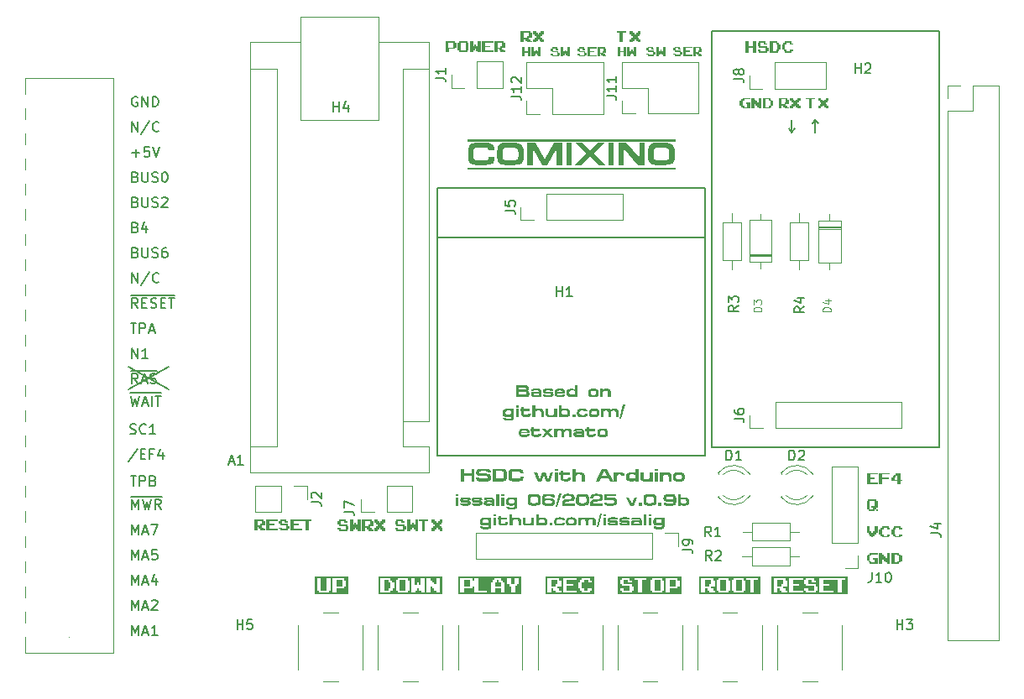
<source format=gto>
G04 #@! TF.GenerationSoftware,KiCad,Pcbnew,8.0.9-8.0.9-0~ubuntu22.04.1*
G04 #@! TF.CreationDate,2025-06-10T23:15:17+02:00*
G04 #@! TF.ProjectId,comixino,636f6d69-7869-46e6-9f2e-6b696361645f,rev?*
G04 #@! TF.SameCoordinates,Original*
G04 #@! TF.FileFunction,Legend,Top*
G04 #@! TF.FilePolarity,Positive*
%FSLAX46Y46*%
G04 Gerber Fmt 4.6, Leading zero omitted, Abs format (unit mm)*
G04 Created by KiCad (PCBNEW 8.0.9-8.0.9-0~ubuntu22.04.1) date 2025-06-10 23:15:17*
%MOMM*%
%LPD*%
G01*
G04 APERTURE LIST*
%ADD10C,0.152400*%
%ADD11C,0.150000*%
%ADD12C,0.200000*%
%ADD13C,0.100000*%
%ADD14C,0.125000*%
%ADD15C,0.250000*%
%ADD16C,0.275000*%
%ADD17C,0.120000*%
%ADD18C,1.400000*%
%ADD19O,1.400000X1.400000*%
%ADD20R,1.800000X1.800000*%
%ADD21C,1.800000*%
%ADD22C,5.600000*%
%ADD23C,2.000000*%
%ADD24R,1.600000X1.600000*%
%ADD25O,1.600000X1.600000*%
%ADD26C,1.780000*%
%ADD27R,1.700000X1.700000*%
%ADD28O,1.700000X1.700000*%
%ADD29R,8.890000X1.397000*%
G04 APERTURE END LIST*
D10*
X74700000Y-90370000D02*
X78764000Y-92656000D01*
D11*
X143950000Y-65500000D02*
X144250000Y-65900000D01*
X143950000Y-66750000D02*
X143950000Y-65500000D01*
X143650000Y-65900000D02*
X143950000Y-65500000D01*
D12*
X105850000Y-72400000D02*
X132850000Y-72400000D01*
X132850000Y-77400000D01*
X105850000Y-77400000D01*
X105850000Y-72400000D01*
D11*
X141300000Y-66350000D02*
X141600000Y-66750000D01*
D10*
X78764000Y-90370000D02*
X74700000Y-92656000D01*
D11*
X141600000Y-66750000D02*
X141300000Y-66350000D01*
D13*
X108850000Y-70350000D02*
X129750000Y-70350000D01*
X129750000Y-70450000D01*
X108850000Y-70450000D01*
X108850000Y-70350000D01*
G36*
X108850000Y-70350000D02*
G01*
X129750000Y-70350000D01*
X129750000Y-70450000D01*
X108850000Y-70450000D01*
X108850000Y-70350000D01*
G37*
D11*
X144250000Y-65900000D02*
X143950000Y-65500000D01*
D12*
X133500000Y-56550000D02*
X156500000Y-56550000D01*
X156500000Y-98550000D01*
X133500000Y-98550000D01*
X133500000Y-56550000D01*
D11*
X141600000Y-65500000D02*
X141600000Y-66750000D01*
X141600000Y-66750000D02*
X141900000Y-66350000D01*
D12*
X105850000Y-72400000D02*
X132850000Y-72400000D01*
X132850000Y-99400000D01*
X105850000Y-99400000D01*
X105850000Y-72400000D01*
D13*
X108850000Y-67500000D02*
X129750000Y-67500000D01*
X129750000Y-67600000D01*
X108850000Y-67600000D01*
X108850000Y-67500000D01*
G36*
X108850000Y-67500000D02*
G01*
X129750000Y-67500000D01*
X129750000Y-67600000D01*
X108850000Y-67600000D01*
X108850000Y-67500000D01*
G37*
D11*
G36*
X141148691Y-63463318D02*
G01*
X141297801Y-63463318D01*
X141297801Y-63908817D01*
X141001779Y-63908817D01*
X141001779Y-64072948D01*
X141148691Y-64072948D01*
X141148691Y-64213632D01*
X141297801Y-64213632D01*
X141297801Y-64354316D01*
X140852669Y-64354316D01*
X140852669Y-64213632D01*
X140703558Y-64213632D01*
X140703558Y-64049501D01*
X140556646Y-64049501D01*
X140556646Y-64354316D01*
X140252198Y-64354316D01*
X140252198Y-63908817D01*
X140552250Y-63908817D01*
X140854867Y-63908817D01*
X140854867Y-63744685D01*
X140997749Y-63744685D01*
X140997749Y-63439870D01*
X140552250Y-63439870D01*
X140552250Y-63908817D01*
X140252198Y-63908817D01*
X140252198Y-63299187D01*
X141148691Y-63299187D01*
X141148691Y-63463318D01*
G37*
G36*
X142452581Y-64354316D02*
G01*
X142156559Y-64354316D01*
X142156559Y-64215830D01*
X142007449Y-64215830D01*
X142007449Y-64072948D01*
X141860537Y-64072948D01*
X141860537Y-64207404D01*
X141711427Y-64207404D01*
X141711427Y-64354316D01*
X141406978Y-64354316D01*
X141406978Y-64072948D01*
X141549860Y-64072948D01*
X141549860Y-63908817D01*
X141703000Y-63908817D01*
X141703000Y-63744685D01*
X141557920Y-63744685D01*
X141557920Y-63580554D01*
X141406978Y-63580554D01*
X141406978Y-63299187D01*
X141703000Y-63299187D01*
X141703000Y-63455624D01*
X141854309Y-63455624D01*
X141854309Y-63580554D01*
X141999023Y-63580554D01*
X141999023Y-63461852D01*
X142150331Y-63461852D01*
X142150331Y-63299187D01*
X142452581Y-63299187D01*
X142452581Y-63580554D01*
X142309699Y-63580554D01*
X142309699Y-63744685D01*
X142156559Y-63744685D01*
X142156559Y-63904787D01*
X142303471Y-63904787D01*
X142303471Y-64072948D01*
X142452581Y-64072948D01*
X142452581Y-64354316D01*
G37*
D14*
G36*
X115258094Y-59107073D02*
G01*
X115001542Y-59107073D01*
X115001542Y-58720974D01*
X114615760Y-58720974D01*
X114615760Y-59107073D01*
X114351905Y-59107073D01*
X114351905Y-58192628D01*
X114608457Y-58192628D01*
X114608457Y-58599048D01*
X114996144Y-58599048D01*
X114996144Y-58192628D01*
X115258094Y-58192628D01*
X115258094Y-59107073D01*
G37*
G36*
X116258904Y-59107073D02*
G01*
X116002351Y-59107073D01*
X116002351Y-59005468D01*
X115873122Y-59005468D01*
X115873122Y-58842900D01*
X115745799Y-58842900D01*
X115745799Y-58985147D01*
X115616570Y-58985147D01*
X115616570Y-59107073D01*
X115352714Y-59107073D01*
X115352714Y-58192628D01*
X115609267Y-58192628D01*
X115609267Y-58599048D01*
X115736591Y-58599048D01*
X115736591Y-58456801D01*
X115869630Y-58456801D01*
X115869630Y-58599048D01*
X115996953Y-58599048D01*
X115996953Y-58192628D01*
X116258904Y-58192628D01*
X116258904Y-59107073D01*
G37*
G36*
X118189399Y-58985147D02*
G01*
X118065568Y-58985147D01*
X118065568Y-59107073D01*
X117414026Y-59107073D01*
X117414026Y-58985147D01*
X117283210Y-58985147D01*
X117283210Y-58863221D01*
X117539762Y-58863221D01*
X117539762Y-58985147D01*
X117930942Y-58985147D01*
X117930942Y-58700653D01*
X117414026Y-58700653D01*
X117414026Y-58558406D01*
X117283210Y-58558406D01*
X117283210Y-58314554D01*
X117407041Y-58314554D01*
X117407041Y-58192628D01*
X117929354Y-58192628D01*
X117929354Y-58334875D01*
X118060170Y-58334875D01*
X118060170Y-58456801D01*
X117803618Y-58456801D01*
X117803618Y-58314554D01*
X117543255Y-58314554D01*
X117543255Y-58578727D01*
X118060170Y-58578727D01*
X118060170Y-58741295D01*
X118189399Y-58741295D01*
X118189399Y-58985147D01*
G37*
G36*
X119190209Y-59107073D02*
G01*
X118933656Y-59107073D01*
X118933656Y-59005468D01*
X118804427Y-59005468D01*
X118804427Y-58842900D01*
X118677103Y-58842900D01*
X118677103Y-58985147D01*
X118547875Y-58985147D01*
X118547875Y-59107073D01*
X118284019Y-59107073D01*
X118284019Y-58192628D01*
X118540572Y-58192628D01*
X118540572Y-58599048D01*
X118667896Y-58599048D01*
X118667896Y-58456801D01*
X118800935Y-58456801D01*
X118800935Y-58599048D01*
X118928258Y-58599048D01*
X118928258Y-58192628D01*
X119190209Y-58192628D01*
X119190209Y-59107073D01*
G37*
G36*
X120888283Y-58985147D02*
G01*
X120764452Y-58985147D01*
X120764452Y-59107073D01*
X120112909Y-59107073D01*
X120112909Y-58985147D01*
X119982093Y-58985147D01*
X119982093Y-58863221D01*
X120238646Y-58863221D01*
X120238646Y-58985147D01*
X120629825Y-58985147D01*
X120629825Y-58700653D01*
X120112909Y-58700653D01*
X120112909Y-58558406D01*
X119982093Y-58558406D01*
X119982093Y-58314554D01*
X120105924Y-58314554D01*
X120105924Y-58192628D01*
X120628237Y-58192628D01*
X120628237Y-58334875D01*
X120759054Y-58334875D01*
X120759054Y-58456801D01*
X120502501Y-58456801D01*
X120502501Y-58314554D01*
X120242138Y-58314554D01*
X120242138Y-58578727D01*
X120759054Y-58578727D01*
X120759054Y-58741295D01*
X120888283Y-58741295D01*
X120888283Y-58985147D01*
G37*
G36*
X121905603Y-59107073D02*
G01*
X120988300Y-59107073D01*
X120988300Y-58192628D01*
X121905603Y-58192628D01*
X121905603Y-58314554D01*
X121252156Y-58314554D01*
X121252156Y-58578727D01*
X121643335Y-58578727D01*
X121643335Y-58700653D01*
X121252156Y-58700653D01*
X121252156Y-58985147D01*
X121905603Y-58985147D01*
X121905603Y-59107073D01*
G37*
G36*
X122760673Y-58334875D02*
G01*
X122889902Y-58334875D01*
X122889902Y-58720974D01*
X122633349Y-58720974D01*
X122633349Y-58863221D01*
X122760673Y-58863221D01*
X122760673Y-58985147D01*
X122889902Y-58985147D01*
X122889902Y-59107073D01*
X122504120Y-59107073D01*
X122504120Y-58985147D01*
X122374891Y-58985147D01*
X122374891Y-58842900D01*
X122247568Y-58842900D01*
X122247568Y-59107073D01*
X121983712Y-59107073D01*
X121983712Y-58720974D01*
X122243757Y-58720974D01*
X122506025Y-58720974D01*
X122506025Y-58578727D01*
X122629856Y-58578727D01*
X122629856Y-58314554D01*
X122243757Y-58314554D01*
X122243757Y-58720974D01*
X121983712Y-58720974D01*
X121983712Y-58192628D01*
X122760673Y-58192628D01*
X122760673Y-58334875D01*
G37*
D11*
G36*
X140746999Y-112359581D02*
G01*
X140556489Y-112359581D01*
X140556489Y-112578422D01*
X140153000Y-112578422D01*
X140153000Y-111953161D01*
X140746999Y-111953161D01*
X140746999Y-112359581D01*
G37*
G36*
X147228676Y-113394643D02*
G01*
X139530708Y-113394643D01*
X139530708Y-111953161D01*
X139752930Y-111953161D01*
X139752930Y-112578422D01*
X139752930Y-113172421D01*
X140158862Y-113172421D01*
X140158862Y-112766001D01*
X140354745Y-112766001D01*
X140354745Y-112984842D01*
X140553558Y-112984842D01*
X140553558Y-113172421D01*
X141147069Y-113172421D01*
X141300942Y-113172421D01*
X142712177Y-113172421D01*
X142712177Y-112984842D01*
X141706873Y-112984842D01*
X141706873Y-112547159D01*
X142308688Y-112547159D01*
X142308688Y-112359581D01*
X141706873Y-112359581D01*
X141706873Y-111953161D01*
X142712177Y-111953161D01*
X142832344Y-111953161D01*
X142832344Y-112328318D01*
X143033600Y-112328318D01*
X143033600Y-112547159D01*
X143828855Y-112547159D01*
X143828855Y-112984842D01*
X143227041Y-112984842D01*
X143227041Y-112797264D01*
X142832344Y-112797264D01*
X142832344Y-112984842D01*
X143033600Y-112984842D01*
X143033600Y-113172421D01*
X144035973Y-113172421D01*
X144380355Y-113172421D01*
X145791591Y-113172421D01*
X145791591Y-112984842D01*
X144786287Y-112984842D01*
X144786287Y-112547159D01*
X145388101Y-112547159D01*
X145388101Y-112359581D01*
X144786287Y-112359581D01*
X144786287Y-111953161D01*
X145791591Y-111953161D01*
X145810642Y-111953161D01*
X146211200Y-111953161D01*
X146211200Y-113172421D01*
X146614200Y-113172421D01*
X146614200Y-111953161D01*
X147006454Y-111953161D01*
X147006454Y-111765582D01*
X145810642Y-111765582D01*
X145810642Y-111953161D01*
X145791591Y-111953161D01*
X145791591Y-111765582D01*
X144380355Y-111765582D01*
X144380355Y-113172421D01*
X144035973Y-113172421D01*
X144035973Y-112984842D01*
X144226482Y-112984842D01*
X144226482Y-112609685D01*
X144027669Y-112609685D01*
X144027669Y-112359581D01*
X143232414Y-112359581D01*
X143232414Y-111953161D01*
X143632972Y-111953161D01*
X143632972Y-112172002D01*
X144027669Y-112172002D01*
X144027669Y-111984424D01*
X143826413Y-111984424D01*
X143826413Y-111765582D01*
X143022854Y-111765582D01*
X143022854Y-111953161D01*
X142832344Y-111953161D01*
X142712177Y-111953161D01*
X142712177Y-111765582D01*
X141300942Y-111765582D01*
X141300942Y-113172421D01*
X141147069Y-113172421D01*
X141147069Y-112984842D01*
X140948255Y-112984842D01*
X140948255Y-112797264D01*
X140752372Y-112797264D01*
X140752372Y-112578422D01*
X141147069Y-112578422D01*
X141147069Y-111984424D01*
X140948255Y-111984424D01*
X140948255Y-111765582D01*
X139752930Y-111765582D01*
X139752930Y-111953161D01*
X139530708Y-111953161D01*
X139530708Y-111543360D01*
X147228676Y-111543360D01*
X147228676Y-113394643D01*
G37*
D14*
G36*
X138017655Y-58727937D02*
G01*
X137701898Y-58727937D01*
X137701898Y-58252738D01*
X137227090Y-58252738D01*
X137227090Y-58727937D01*
X136902344Y-58727937D01*
X136902344Y-57602466D01*
X137218101Y-57602466D01*
X137218101Y-58102675D01*
X137695254Y-58102675D01*
X137695254Y-57602466D01*
X138017655Y-57602466D01*
X138017655Y-58727937D01*
G37*
G36*
X139249420Y-58577874D02*
G01*
X139097013Y-58577874D01*
X139097013Y-58727937D01*
X138295115Y-58727937D01*
X138295115Y-58577874D01*
X138134110Y-58577874D01*
X138134110Y-58427811D01*
X138449867Y-58427811D01*
X138449867Y-58577874D01*
X138931318Y-58577874D01*
X138931318Y-58227727D01*
X138295115Y-58227727D01*
X138295115Y-58052654D01*
X138134110Y-58052654D01*
X138134110Y-57752528D01*
X138286517Y-57752528D01*
X138286517Y-57602466D01*
X138929364Y-57602466D01*
X138929364Y-57777539D01*
X139090369Y-57777539D01*
X139090369Y-57927602D01*
X138774612Y-57927602D01*
X138774612Y-57752528D01*
X138454166Y-57752528D01*
X138454166Y-58077665D01*
X139090369Y-58077665D01*
X139090369Y-58277748D01*
X139249420Y-58277748D01*
X139249420Y-58577874D01*
G37*
G36*
X140161130Y-57769332D02*
G01*
X140322135Y-57769332D01*
X140322135Y-57902591D01*
X140481186Y-57902591D01*
X140481186Y-58427811D01*
X140328778Y-58427811D01*
X140328778Y-58577874D01*
X140170118Y-58577874D01*
X140170118Y-58727937D01*
X139365875Y-58727937D01*
X139365875Y-58577874D01*
X139685931Y-58577874D01*
X140008722Y-58577874D01*
X140008722Y-58427811D01*
X140161130Y-58427811D01*
X140161130Y-57902591D01*
X140002079Y-57902591D01*
X140002079Y-57752528D01*
X139685931Y-57752528D01*
X139685931Y-58577874D01*
X139365875Y-58577874D01*
X139365875Y-57602466D01*
X140161130Y-57602466D01*
X140161130Y-57769332D01*
G37*
G36*
X141712951Y-57927602D02*
G01*
X141397194Y-57927602D01*
X141397194Y-57752528D01*
X141081437Y-57752528D01*
X141081437Y-57927602D01*
X140917697Y-57927602D01*
X140917697Y-58427811D01*
X141074794Y-58427811D01*
X141074794Y-58577874D01*
X141390551Y-58577874D01*
X141390551Y-58427811D01*
X141712951Y-58427811D01*
X141712951Y-58577874D01*
X141560544Y-58577874D01*
X141560544Y-58727937D01*
X140917697Y-58727937D01*
X140917697Y-58580219D01*
X140758646Y-58580219D01*
X140758646Y-58427811D01*
X140597641Y-58427811D01*
X140597641Y-57927602D01*
X140750048Y-57927602D01*
X140750048Y-57752528D01*
X140911053Y-57752528D01*
X140911053Y-57602466D01*
X141553900Y-57602466D01*
X141553900Y-57777539D01*
X141712951Y-57777539D01*
X141712951Y-57927602D01*
G37*
D10*
X75574358Y-63194476D02*
X75477596Y-63146095D01*
X75477596Y-63146095D02*
X75332453Y-63146095D01*
X75332453Y-63146095D02*
X75187310Y-63194476D01*
X75187310Y-63194476D02*
X75090548Y-63291238D01*
X75090548Y-63291238D02*
X75042167Y-63388000D01*
X75042167Y-63388000D02*
X74993786Y-63581524D01*
X74993786Y-63581524D02*
X74993786Y-63726667D01*
X74993786Y-63726667D02*
X75042167Y-63920191D01*
X75042167Y-63920191D02*
X75090548Y-64016953D01*
X75090548Y-64016953D02*
X75187310Y-64113715D01*
X75187310Y-64113715D02*
X75332453Y-64162095D01*
X75332453Y-64162095D02*
X75429215Y-64162095D01*
X75429215Y-64162095D02*
X75574358Y-64113715D01*
X75574358Y-64113715D02*
X75622739Y-64065334D01*
X75622739Y-64065334D02*
X75622739Y-63726667D01*
X75622739Y-63726667D02*
X75429215Y-63726667D01*
X76058167Y-64162095D02*
X76058167Y-63146095D01*
X76058167Y-63146095D02*
X76638739Y-64162095D01*
X76638739Y-64162095D02*
X76638739Y-63146095D01*
X77122548Y-64162095D02*
X77122548Y-63146095D01*
X77122548Y-63146095D02*
X77364453Y-63146095D01*
X77364453Y-63146095D02*
X77509596Y-63194476D01*
X77509596Y-63194476D02*
X77606358Y-63291238D01*
X77606358Y-63291238D02*
X77654739Y-63388000D01*
X77654739Y-63388000D02*
X77703120Y-63581524D01*
X77703120Y-63581524D02*
X77703120Y-63726667D01*
X77703120Y-63726667D02*
X77654739Y-63920191D01*
X77654739Y-63920191D02*
X77606358Y-64016953D01*
X77606358Y-64016953D02*
X77509596Y-64113715D01*
X77509596Y-64113715D02*
X77364453Y-64162095D01*
X77364453Y-64162095D02*
X77122548Y-64162095D01*
D11*
G36*
X100898185Y-112140739D02*
G01*
X101096999Y-112140739D01*
X101096999Y-112797264D01*
X100906489Y-112797264D01*
X100906489Y-112984842D01*
X100503000Y-112984842D01*
X100503000Y-111953161D01*
X100898185Y-111953161D01*
X100898185Y-112140739D01*
G37*
G36*
X102636706Y-112984842D02*
G01*
X102042707Y-112984842D01*
X102042707Y-111953161D01*
X102636706Y-111953161D01*
X102636706Y-112984842D01*
G37*
G36*
X106338411Y-113394643D02*
G01*
X99880708Y-113394643D01*
X99880708Y-111953161D01*
X100102930Y-111953161D01*
X100102930Y-112984842D01*
X100102930Y-113172421D01*
X101108234Y-113172421D01*
X101108234Y-112984842D01*
X101306559Y-112984842D01*
X101306559Y-112797264D01*
X101497069Y-112797264D01*
X101497069Y-112140739D01*
X101298255Y-112140739D01*
X101298255Y-111974166D01*
X101096999Y-111974166D01*
X101096999Y-111953161D01*
X101642637Y-111953161D01*
X101642637Y-112984842D01*
X101642637Y-112987773D01*
X101843893Y-112987773D01*
X101843893Y-113172421D01*
X102846266Y-113172421D01*
X103182344Y-113172421D01*
X103588276Y-113172421D01*
X103588276Y-112984842D01*
X103787090Y-112984842D01*
X103787090Y-112766001D01*
X103982972Y-112766001D01*
X103982972Y-113016106D01*
X104181786Y-113016106D01*
X104181786Y-113172421D01*
X104576482Y-113172421D01*
X104722051Y-113172421D01*
X105127983Y-113172421D01*
X105127983Y-112578422D01*
X105323866Y-112578422D01*
X105323866Y-112797264D01*
X105522679Y-112797264D01*
X105522679Y-112984842D01*
X105721493Y-112984842D01*
X105721493Y-113172421D01*
X106116189Y-113172421D01*
X106116189Y-111765582D01*
X105713189Y-111765582D01*
X105713189Y-112359581D01*
X105517306Y-112359581D01*
X105517306Y-112172002D01*
X105318492Y-112172002D01*
X105318492Y-111984424D01*
X105116748Y-111984424D01*
X105116748Y-111765582D01*
X104722051Y-111765582D01*
X104722051Y-113172421D01*
X104576482Y-113172421D01*
X104576482Y-111765582D01*
X104173482Y-111765582D01*
X104173482Y-112390844D01*
X103977599Y-112390844D01*
X103977599Y-112172002D01*
X103772923Y-112172002D01*
X103772923Y-112390844D01*
X103577041Y-112390844D01*
X103577041Y-111765582D01*
X103182344Y-111765582D01*
X103182344Y-113172421D01*
X102846266Y-113172421D01*
X102846266Y-112984842D01*
X103036775Y-112984842D01*
X103036775Y-111974166D01*
X102837962Y-111974166D01*
X102837962Y-111765582D01*
X101833147Y-111765582D01*
X101833147Y-111953161D01*
X101642637Y-111953161D01*
X101096999Y-111953161D01*
X101096999Y-111765582D01*
X100102930Y-111765582D01*
X100102930Y-111953161D01*
X99880708Y-111953161D01*
X99880708Y-111543360D01*
X106338411Y-111543360D01*
X106338411Y-113394643D01*
G37*
D10*
X75567882Y-98694715D02*
X74697024Y-100001000D01*
X75906548Y-99226905D02*
X76245215Y-99226905D01*
X76390358Y-99759095D02*
X75906548Y-99759095D01*
X75906548Y-99759095D02*
X75906548Y-98743095D01*
X75906548Y-98743095D02*
X76390358Y-98743095D01*
X77164453Y-99226905D02*
X76825786Y-99226905D01*
X76825786Y-99759095D02*
X76825786Y-98743095D01*
X76825786Y-98743095D02*
X77309596Y-98743095D01*
X78132072Y-99081762D02*
X78132072Y-99759095D01*
X77890167Y-98694715D02*
X77648262Y-99420429D01*
X77648262Y-99420429D02*
X78277215Y-99420429D01*
D11*
G36*
X137397801Y-64354316D02*
G01*
X136652250Y-64354316D01*
X136652250Y-64213632D01*
X136503140Y-64213632D01*
X136503140Y-64049501D01*
X136352198Y-64049501D01*
X136352198Y-63580554D01*
X136495080Y-63580554D01*
X136495080Y-63439870D01*
X136646022Y-63439870D01*
X136646022Y-63299187D01*
X137397801Y-63299187D01*
X137397801Y-63439870D01*
X136805757Y-63439870D01*
X136805757Y-63580554D01*
X136652250Y-63580554D01*
X136652250Y-64072948D01*
X136799528Y-64072948D01*
X136799528Y-64213632D01*
X137099581Y-64213632D01*
X137099581Y-63908817D01*
X136952669Y-63908817D01*
X136952669Y-63768133D01*
X137397801Y-63768133D01*
X137397801Y-64354316D01*
G37*
G36*
X138552581Y-64354316D02*
G01*
X138256559Y-64354316D01*
X138256559Y-64213632D01*
X138107449Y-64213632D01*
X138107449Y-64072948D01*
X137958339Y-64072948D01*
X137958339Y-63908817D01*
X137811427Y-63908817D01*
X137811427Y-64354316D01*
X137506978Y-64354316D01*
X137506978Y-63299187D01*
X137803000Y-63299187D01*
X137803000Y-63463318D01*
X137954309Y-63463318D01*
X137954309Y-63604002D01*
X138103419Y-63604002D01*
X138103419Y-63744685D01*
X138250331Y-63744685D01*
X138250331Y-63299187D01*
X138552581Y-63299187D01*
X138552581Y-64354316D01*
G37*
G36*
X139407309Y-63455624D02*
G01*
X139558251Y-63455624D01*
X139558251Y-63580554D01*
X139707362Y-63580554D01*
X139707362Y-64072948D01*
X139564480Y-64072948D01*
X139564480Y-64213632D01*
X139415736Y-64213632D01*
X139415736Y-64354316D01*
X138661758Y-64354316D01*
X138661758Y-64213632D01*
X138961810Y-64213632D01*
X139264427Y-64213632D01*
X139264427Y-64072948D01*
X139407309Y-64072948D01*
X139407309Y-63580554D01*
X139258199Y-63580554D01*
X139258199Y-63439870D01*
X138961810Y-63439870D01*
X138961810Y-64213632D01*
X138661758Y-64213632D01*
X138661758Y-63299187D01*
X139407309Y-63299187D01*
X139407309Y-63455624D01*
G37*
D12*
G36*
X109989236Y-70062370D02*
G01*
X110480774Y-70062370D01*
X110610679Y-70061007D01*
X110730748Y-70056919D01*
X110858398Y-70048705D01*
X110972662Y-70036782D01*
X111059947Y-70023609D01*
X111175728Y-69997717D01*
X111285402Y-69959360D01*
X111390653Y-69900006D01*
X111398126Y-69894404D01*
X111480626Y-69810635D01*
X111536424Y-69707211D01*
X111553171Y-69652848D01*
X111574600Y-69540781D01*
X111586362Y-69424041D01*
X111590662Y-69306873D01*
X111590809Y-69279279D01*
X111034107Y-69279279D01*
X111024017Y-69391545D01*
X111012760Y-69431515D01*
X110937745Y-69517787D01*
X110930181Y-69521958D01*
X110822091Y-69555631D01*
X110757160Y-69564090D01*
X110638195Y-69570945D01*
X110521871Y-69573407D01*
X110467854Y-69573640D01*
X110027997Y-69573640D01*
X109906525Y-69571349D01*
X109788971Y-69562886D01*
X109746556Y-69557349D01*
X109636841Y-69524933D01*
X109581399Y-69487691D01*
X109519388Y-69393866D01*
X109503314Y-69337702D01*
X109488990Y-69223524D01*
X109484383Y-69105730D01*
X109484215Y-69075360D01*
X109484215Y-68829310D01*
X109486472Y-68715710D01*
X109495872Y-68596666D01*
X109503314Y-68547869D01*
X109543471Y-68438853D01*
X109582522Y-68392824D01*
X109683672Y-68340705D01*
X109754421Y-68326536D01*
X109874406Y-68316053D01*
X109992257Y-68312287D01*
X110047097Y-68311930D01*
X110461675Y-68311930D01*
X110583505Y-68313855D01*
X110704038Y-68321094D01*
X110765586Y-68328221D01*
X110875649Y-68351782D01*
X110936922Y-68378218D01*
X111012760Y-68462482D01*
X111030736Y-68577080D01*
X111587439Y-68577080D01*
X111584384Y-68464343D01*
X111573645Y-68350690D01*
X111550020Y-68230730D01*
X111538566Y-68192276D01*
X111491826Y-68089711D01*
X111417478Y-67999103D01*
X111367229Y-67959146D01*
X111262505Y-67903532D01*
X111155563Y-67868773D01*
X111044023Y-67846496D01*
X111030736Y-67844547D01*
X110916734Y-67831030D01*
X110788197Y-67821375D01*
X110663803Y-67816095D01*
X110548322Y-67813922D01*
X110487515Y-67813651D01*
X110008335Y-67813651D01*
X109894579Y-67814954D01*
X109771449Y-67819770D01*
X109658641Y-67828133D01*
X109542357Y-67842037D01*
X109489271Y-67850727D01*
X109368997Y-67880866D01*
X109265182Y-67924940D01*
X109169993Y-67989516D01*
X109162327Y-67996222D01*
X109087270Y-68081647D01*
X109028940Y-68188844D01*
X108990429Y-68305189D01*
X108966261Y-68428262D01*
X108951418Y-68554895D01*
X108943557Y-68679005D01*
X108940628Y-68795269D01*
X108940432Y-68836051D01*
X108940432Y-69120863D01*
X108942744Y-69237976D01*
X108951048Y-69360694D01*
X108967607Y-69484566D01*
X108988744Y-69582066D01*
X109026037Y-69688768D01*
X109082647Y-69789031D01*
X109155586Y-69871372D01*
X109246967Y-69937118D01*
X109358128Y-69987597D01*
X109476350Y-70020238D01*
X109598682Y-70040605D01*
X109721822Y-70053113D01*
X109840686Y-70059737D01*
X109969926Y-70062329D01*
X109989236Y-70062370D01*
G37*
G36*
X113502184Y-67804250D02*
G01*
X113621582Y-67807983D01*
X113749647Y-67816381D01*
X113865615Y-67829134D01*
X113983339Y-67849041D01*
X114010492Y-67855001D01*
X114123448Y-67888555D01*
X114231236Y-67938763D01*
X114328259Y-68009704D01*
X114335977Y-68016949D01*
X114410811Y-68107503D01*
X114462828Y-68207105D01*
X114499595Y-68323166D01*
X114502498Y-68335697D01*
X114524479Y-68457713D01*
X114537751Y-68580124D01*
X114544525Y-68698005D01*
X114546783Y-68825939D01*
X114546783Y-69097831D01*
X114546737Y-69117128D01*
X114543833Y-69245573D01*
X114536414Y-69362406D01*
X114522405Y-69481709D01*
X114499595Y-69597796D01*
X114467058Y-69697397D01*
X114410153Y-69800424D01*
X114326573Y-69889348D01*
X114310469Y-69901795D01*
X114208480Y-69960837D01*
X114096062Y-70000686D01*
X113978845Y-70025294D01*
X113891322Y-70036749D01*
X113777781Y-70047117D01*
X113651928Y-70054260D01*
X113534255Y-70057815D01*
X113407536Y-70059000D01*
X112932289Y-70059000D01*
X112892296Y-70058848D01*
X112777770Y-70056577D01*
X112654490Y-70050483D01*
X112527225Y-70038975D01*
X112401427Y-70020238D01*
X112280594Y-69989374D01*
X112167827Y-69940090D01*
X112076169Y-69874743D01*
X112003628Y-69792203D01*
X111948213Y-69691342D01*
X111912697Y-69583752D01*
X111890973Y-69471393D01*
X111877631Y-69357417D01*
X111869907Y-69230170D01*
X111867756Y-69107942D01*
X111867756Y-68845601D01*
X112410977Y-68845601D01*
X112410977Y-69078731D01*
X112410995Y-69088155D01*
X112415173Y-69208336D01*
X112430077Y-69324781D01*
X112444202Y-69374352D01*
X112508161Y-69471962D01*
X112569173Y-69512207D01*
X112676689Y-69544990D01*
X112736375Y-69553347D01*
X112853136Y-69561833D01*
X112971050Y-69564090D01*
X113397986Y-69564090D01*
X113480761Y-69563311D01*
X113595736Y-69558936D01*
X113715380Y-69547799D01*
X113797379Y-69530367D01*
X113899637Y-69478141D01*
X113941927Y-69431954D01*
X113985024Y-69327590D01*
X113990027Y-69302284D01*
X114002848Y-69189409D01*
X114006371Y-69068619D01*
X114006371Y-68836051D01*
X114006183Y-68805025D01*
X114001034Y-68683815D01*
X113985024Y-68564160D01*
X113965557Y-68498607D01*
X113899637Y-68404059D01*
X113826606Y-68359508D01*
X113713695Y-68329907D01*
X113620516Y-68319672D01*
X113507821Y-68313686D01*
X113388437Y-68311930D01*
X112990150Y-68311930D01*
X112921383Y-68312661D01*
X112799727Y-68318507D01*
X112684553Y-68332715D01*
X112606267Y-68353597D01*
X112509846Y-68411923D01*
X112467684Y-68466809D01*
X112430077Y-68573710D01*
X112423586Y-68614762D01*
X112413663Y-68728369D01*
X112410977Y-68845601D01*
X111867756Y-68845601D01*
X111867756Y-68836051D01*
X111867798Y-68816536D01*
X111870460Y-68686132D01*
X111877261Y-68566588D01*
X111890102Y-68443265D01*
X111911012Y-68321480D01*
X111945639Y-68204531D01*
X112000456Y-68095276D01*
X112072798Y-68006334D01*
X112087972Y-67992217D01*
X112184217Y-67924540D01*
X112290490Y-67877647D01*
X112401427Y-67847356D01*
X112455830Y-67837086D01*
X112575906Y-67820655D01*
X112693299Y-67810770D01*
X112822197Y-67805079D01*
X112941839Y-67803539D01*
X113417648Y-67803539D01*
X113502184Y-67804250D01*
G37*
G36*
X114906308Y-67829942D02*
G01*
X114906308Y-70059000D01*
X115443349Y-70059000D01*
X115443349Y-68408553D01*
X116371936Y-70059000D01*
X116954480Y-70059000D01*
X117886437Y-68408553D01*
X117886437Y-70059000D01*
X118426849Y-70059000D01*
X118426849Y-67829942D01*
X117621287Y-67829942D01*
X116663489Y-69483197D01*
X115737711Y-67829942D01*
X114906308Y-67829942D01*
G37*
G36*
X118880188Y-70059000D02*
G01*
X119417229Y-70059000D01*
X119417229Y-67829942D01*
X118880188Y-67829942D01*
X118880188Y-70059000D01*
G37*
G36*
X120460415Y-67829942D02*
G01*
X119816640Y-67829942D01*
X120842411Y-68880430D01*
X119651483Y-70059000D01*
X120334019Y-70059000D01*
X121236765Y-69172545D01*
X122136702Y-70059000D01*
X122815869Y-70059000D01*
X121631682Y-68880430D01*
X122651273Y-67829942D01*
X122013677Y-67829942D01*
X121236765Y-68599551D01*
X120460415Y-67829942D01*
G37*
G36*
X123104612Y-70059000D02*
G01*
X123641654Y-70059000D01*
X123641654Y-67829942D01*
X123104612Y-67829942D01*
X123104612Y-70059000D01*
G37*
G36*
X124089375Y-67829942D02*
G01*
X124089375Y-70059000D01*
X124626416Y-70059000D01*
X124626416Y-68379903D01*
X126105527Y-70059000D01*
X126749302Y-70059000D01*
X126749302Y-67829942D01*
X126208890Y-67829942D01*
X126208890Y-69366913D01*
X124892128Y-67829942D01*
X124089375Y-67829942D01*
G37*
G36*
X128730335Y-67804250D02*
G01*
X128849732Y-67807983D01*
X128977798Y-67816381D01*
X129093766Y-67829134D01*
X129211490Y-67849041D01*
X129238643Y-67855001D01*
X129351599Y-67888555D01*
X129459386Y-67938763D01*
X129556409Y-68009704D01*
X129564128Y-68016949D01*
X129638962Y-68107503D01*
X129690979Y-68207105D01*
X129727746Y-68323166D01*
X129730649Y-68335697D01*
X129752630Y-68457713D01*
X129765901Y-68580124D01*
X129772675Y-68698005D01*
X129774933Y-68825939D01*
X129774933Y-69097831D01*
X129774887Y-69117128D01*
X129771984Y-69245573D01*
X129764565Y-69362406D01*
X129750556Y-69481709D01*
X129727746Y-69597796D01*
X129695209Y-69697397D01*
X129638303Y-69800424D01*
X129554724Y-69889348D01*
X129538620Y-69901795D01*
X129436630Y-69960837D01*
X129324213Y-70000686D01*
X129206996Y-70025294D01*
X129119473Y-70036749D01*
X129005932Y-70047117D01*
X128880078Y-70054260D01*
X128762405Y-70057815D01*
X128635687Y-70059000D01*
X128160439Y-70059000D01*
X128120447Y-70058848D01*
X128005921Y-70056577D01*
X127882640Y-70050483D01*
X127755376Y-70038975D01*
X127629578Y-70020238D01*
X127508745Y-69989374D01*
X127395978Y-69940090D01*
X127304319Y-69874743D01*
X127231778Y-69792203D01*
X127176363Y-69691342D01*
X127140848Y-69583752D01*
X127119123Y-69471393D01*
X127105782Y-69357417D01*
X127098057Y-69230170D01*
X127095907Y-69107942D01*
X127095907Y-68845601D01*
X127639127Y-68845601D01*
X127639127Y-69078731D01*
X127639146Y-69088155D01*
X127643324Y-69208336D01*
X127658227Y-69324781D01*
X127672353Y-69374352D01*
X127736312Y-69471962D01*
X127797324Y-69512207D01*
X127904839Y-69544990D01*
X127964526Y-69553347D01*
X128081286Y-69561833D01*
X128199201Y-69564090D01*
X128626137Y-69564090D01*
X128708912Y-69563311D01*
X128823887Y-69558936D01*
X128943531Y-69547799D01*
X129025530Y-69530367D01*
X129127788Y-69478141D01*
X129170077Y-69431954D01*
X129213175Y-69327590D01*
X129218178Y-69302284D01*
X129230999Y-69189409D01*
X129234522Y-69068619D01*
X129234522Y-68836051D01*
X129234334Y-68805025D01*
X129229185Y-68683815D01*
X129213175Y-68564160D01*
X129193708Y-68498607D01*
X129127788Y-68404059D01*
X129054756Y-68359508D01*
X128941846Y-68329907D01*
X128848667Y-68319672D01*
X128735972Y-68313686D01*
X128616587Y-68311930D01*
X128218301Y-68311930D01*
X128149533Y-68312661D01*
X128027878Y-68318507D01*
X127912704Y-68332715D01*
X127834418Y-68353597D01*
X127737997Y-68411923D01*
X127695834Y-68466809D01*
X127658227Y-68573710D01*
X127651736Y-68614762D01*
X127641813Y-68728369D01*
X127639127Y-68845601D01*
X127095907Y-68845601D01*
X127095907Y-68836051D01*
X127095949Y-68816536D01*
X127098610Y-68686132D01*
X127105411Y-68566588D01*
X127118253Y-68443265D01*
X127139162Y-68321480D01*
X127173789Y-68204531D01*
X127228607Y-68095276D01*
X127300949Y-68006334D01*
X127316123Y-67992217D01*
X127412367Y-67924540D01*
X127518641Y-67877647D01*
X127629578Y-67847356D01*
X127683980Y-67837086D01*
X127804056Y-67820655D01*
X127921450Y-67810770D01*
X128050348Y-67805079D01*
X128169989Y-67803539D01*
X128645799Y-67803539D01*
X128730335Y-67804250D01*
G37*
D10*
X75380834Y-71249905D02*
X75525977Y-71298286D01*
X75525977Y-71298286D02*
X75574358Y-71346667D01*
X75574358Y-71346667D02*
X75622739Y-71443429D01*
X75622739Y-71443429D02*
X75622739Y-71588572D01*
X75622739Y-71588572D02*
X75574358Y-71685334D01*
X75574358Y-71685334D02*
X75525977Y-71733715D01*
X75525977Y-71733715D02*
X75429215Y-71782095D01*
X75429215Y-71782095D02*
X75042167Y-71782095D01*
X75042167Y-71782095D02*
X75042167Y-70766095D01*
X75042167Y-70766095D02*
X75380834Y-70766095D01*
X75380834Y-70766095D02*
X75477596Y-70814476D01*
X75477596Y-70814476D02*
X75525977Y-70862857D01*
X75525977Y-70862857D02*
X75574358Y-70959619D01*
X75574358Y-70959619D02*
X75574358Y-71056381D01*
X75574358Y-71056381D02*
X75525977Y-71153143D01*
X75525977Y-71153143D02*
X75477596Y-71201524D01*
X75477596Y-71201524D02*
X75380834Y-71249905D01*
X75380834Y-71249905D02*
X75042167Y-71249905D01*
X76058167Y-70766095D02*
X76058167Y-71588572D01*
X76058167Y-71588572D02*
X76106548Y-71685334D01*
X76106548Y-71685334D02*
X76154929Y-71733715D01*
X76154929Y-71733715D02*
X76251691Y-71782095D01*
X76251691Y-71782095D02*
X76445215Y-71782095D01*
X76445215Y-71782095D02*
X76541977Y-71733715D01*
X76541977Y-71733715D02*
X76590358Y-71685334D01*
X76590358Y-71685334D02*
X76638739Y-71588572D01*
X76638739Y-71588572D02*
X76638739Y-70766095D01*
X77074167Y-71733715D02*
X77219310Y-71782095D01*
X77219310Y-71782095D02*
X77461215Y-71782095D01*
X77461215Y-71782095D02*
X77557977Y-71733715D01*
X77557977Y-71733715D02*
X77606358Y-71685334D01*
X77606358Y-71685334D02*
X77654739Y-71588572D01*
X77654739Y-71588572D02*
X77654739Y-71491810D01*
X77654739Y-71491810D02*
X77606358Y-71395048D01*
X77606358Y-71395048D02*
X77557977Y-71346667D01*
X77557977Y-71346667D02*
X77461215Y-71298286D01*
X77461215Y-71298286D02*
X77267691Y-71249905D01*
X77267691Y-71249905D02*
X77170929Y-71201524D01*
X77170929Y-71201524D02*
X77122548Y-71153143D01*
X77122548Y-71153143D02*
X77074167Y-71056381D01*
X77074167Y-71056381D02*
X77074167Y-70959619D01*
X77074167Y-70959619D02*
X77122548Y-70862857D01*
X77122548Y-70862857D02*
X77170929Y-70814476D01*
X77170929Y-70814476D02*
X77267691Y-70766095D01*
X77267691Y-70766095D02*
X77509596Y-70766095D01*
X77509596Y-70766095D02*
X77654739Y-70814476D01*
X78283691Y-70766095D02*
X78380453Y-70766095D01*
X78380453Y-70766095D02*
X78477215Y-70814476D01*
X78477215Y-70814476D02*
X78525596Y-70862857D01*
X78525596Y-70862857D02*
X78573977Y-70959619D01*
X78573977Y-70959619D02*
X78622358Y-71153143D01*
X78622358Y-71153143D02*
X78622358Y-71395048D01*
X78622358Y-71395048D02*
X78573977Y-71588572D01*
X78573977Y-71588572D02*
X78525596Y-71685334D01*
X78525596Y-71685334D02*
X78477215Y-71733715D01*
X78477215Y-71733715D02*
X78380453Y-71782095D01*
X78380453Y-71782095D02*
X78283691Y-71782095D01*
X78283691Y-71782095D02*
X78186929Y-71733715D01*
X78186929Y-71733715D02*
X78138548Y-71685334D01*
X78138548Y-71685334D02*
X78090167Y-71588572D01*
X78090167Y-71588572D02*
X78041786Y-71395048D01*
X78041786Y-71395048D02*
X78041786Y-71153143D01*
X78041786Y-71153143D02*
X78090167Y-70959619D01*
X78090167Y-70959619D02*
X78138548Y-70862857D01*
X78138548Y-70862857D02*
X78186929Y-70814476D01*
X78186929Y-70814476D02*
X78283691Y-70766095D01*
X75042167Y-89562095D02*
X75042167Y-88546095D01*
X75042167Y-88546095D02*
X75622739Y-89562095D01*
X75622739Y-89562095D02*
X75622739Y-88546095D01*
X76638739Y-89562095D02*
X76058167Y-89562095D01*
X76348453Y-89562095D02*
X76348453Y-88546095D01*
X76348453Y-88546095D02*
X76251691Y-88691238D01*
X76251691Y-88691238D02*
X76154929Y-88788000D01*
X76154929Y-88788000D02*
X76058167Y-88836381D01*
X75380834Y-73789905D02*
X75525977Y-73838286D01*
X75525977Y-73838286D02*
X75574358Y-73886667D01*
X75574358Y-73886667D02*
X75622739Y-73983429D01*
X75622739Y-73983429D02*
X75622739Y-74128572D01*
X75622739Y-74128572D02*
X75574358Y-74225334D01*
X75574358Y-74225334D02*
X75525977Y-74273715D01*
X75525977Y-74273715D02*
X75429215Y-74322095D01*
X75429215Y-74322095D02*
X75042167Y-74322095D01*
X75042167Y-74322095D02*
X75042167Y-73306095D01*
X75042167Y-73306095D02*
X75380834Y-73306095D01*
X75380834Y-73306095D02*
X75477596Y-73354476D01*
X75477596Y-73354476D02*
X75525977Y-73402857D01*
X75525977Y-73402857D02*
X75574358Y-73499619D01*
X75574358Y-73499619D02*
X75574358Y-73596381D01*
X75574358Y-73596381D02*
X75525977Y-73693143D01*
X75525977Y-73693143D02*
X75477596Y-73741524D01*
X75477596Y-73741524D02*
X75380834Y-73789905D01*
X75380834Y-73789905D02*
X75042167Y-73789905D01*
X76058167Y-73306095D02*
X76058167Y-74128572D01*
X76058167Y-74128572D02*
X76106548Y-74225334D01*
X76106548Y-74225334D02*
X76154929Y-74273715D01*
X76154929Y-74273715D02*
X76251691Y-74322095D01*
X76251691Y-74322095D02*
X76445215Y-74322095D01*
X76445215Y-74322095D02*
X76541977Y-74273715D01*
X76541977Y-74273715D02*
X76590358Y-74225334D01*
X76590358Y-74225334D02*
X76638739Y-74128572D01*
X76638739Y-74128572D02*
X76638739Y-73306095D01*
X77074167Y-74273715D02*
X77219310Y-74322095D01*
X77219310Y-74322095D02*
X77461215Y-74322095D01*
X77461215Y-74322095D02*
X77557977Y-74273715D01*
X77557977Y-74273715D02*
X77606358Y-74225334D01*
X77606358Y-74225334D02*
X77654739Y-74128572D01*
X77654739Y-74128572D02*
X77654739Y-74031810D01*
X77654739Y-74031810D02*
X77606358Y-73935048D01*
X77606358Y-73935048D02*
X77557977Y-73886667D01*
X77557977Y-73886667D02*
X77461215Y-73838286D01*
X77461215Y-73838286D02*
X77267691Y-73789905D01*
X77267691Y-73789905D02*
X77170929Y-73741524D01*
X77170929Y-73741524D02*
X77122548Y-73693143D01*
X77122548Y-73693143D02*
X77074167Y-73596381D01*
X77074167Y-73596381D02*
X77074167Y-73499619D01*
X77074167Y-73499619D02*
X77122548Y-73402857D01*
X77122548Y-73402857D02*
X77170929Y-73354476D01*
X77170929Y-73354476D02*
X77267691Y-73306095D01*
X77267691Y-73306095D02*
X77509596Y-73306095D01*
X77509596Y-73306095D02*
X77654739Y-73354476D01*
X78041786Y-73402857D02*
X78090167Y-73354476D01*
X78090167Y-73354476D02*
X78186929Y-73306095D01*
X78186929Y-73306095D02*
X78428834Y-73306095D01*
X78428834Y-73306095D02*
X78525596Y-73354476D01*
X78525596Y-73354476D02*
X78573977Y-73402857D01*
X78573977Y-73402857D02*
X78622358Y-73499619D01*
X78622358Y-73499619D02*
X78622358Y-73596381D01*
X78622358Y-73596381D02*
X78573977Y-73741524D01*
X78573977Y-73741524D02*
X77993405Y-74322095D01*
X77993405Y-74322095D02*
X78622358Y-74322095D01*
D11*
G36*
X109146999Y-112578422D02*
G01*
X108553000Y-112578422D01*
X108553000Y-111953161D01*
X109146999Y-111953161D01*
X109146999Y-112578422D01*
G37*
G36*
X112027599Y-112140739D02*
G01*
X112226413Y-112140739D01*
X112226413Y-112578422D01*
X111632414Y-112578422D01*
X111632414Y-112140739D01*
X111822923Y-112140739D01*
X111822923Y-111953161D01*
X112027599Y-111953161D01*
X112027599Y-112140739D01*
G37*
G36*
X114287783Y-113394643D02*
G01*
X107930708Y-113394643D01*
X107930708Y-111953161D01*
X108152930Y-111953161D01*
X108152930Y-112578422D01*
X108152930Y-113172421D01*
X108558862Y-113172421D01*
X109591521Y-113172421D01*
X110787334Y-113172421D01*
X110787334Y-112984842D01*
X109986706Y-112984842D01*
X109986706Y-112140739D01*
X111232344Y-112140739D01*
X111232344Y-112578422D01*
X111232344Y-113172421D01*
X111638276Y-113172421D01*
X111638276Y-112766001D01*
X112231786Y-112766001D01*
X112231786Y-113172421D01*
X112626482Y-113172421D01*
X112626482Y-112359581D01*
X112869748Y-112359581D01*
X113071493Y-112359581D01*
X113071493Y-112578422D01*
X113270307Y-112578422D01*
X113270307Y-113172421D01*
X113676238Y-113172421D01*
X113676238Y-112547159D01*
X113875052Y-112547159D01*
X113875052Y-112359581D01*
X114065561Y-112359581D01*
X114065561Y-111765582D01*
X113662561Y-111765582D01*
X113662561Y-112359581D01*
X113264933Y-112359581D01*
X113264933Y-111765582D01*
X112869748Y-111765582D01*
X112869748Y-112359581D01*
X112626482Y-112359581D01*
X112626482Y-112140739D01*
X112427669Y-112140739D01*
X112427669Y-111974166D01*
X112226413Y-111974166D01*
X112226413Y-111765582D01*
X111624110Y-111765582D01*
X111624110Y-111953161D01*
X111422854Y-111953161D01*
X111422854Y-112140739D01*
X111232344Y-112140739D01*
X109986706Y-112140739D01*
X109986706Y-111765582D01*
X109591521Y-111765582D01*
X109591521Y-113172421D01*
X108558862Y-113172421D01*
X108558862Y-112766001D01*
X109356559Y-112766001D01*
X109356559Y-112578422D01*
X109547069Y-112578422D01*
X109547069Y-111984424D01*
X109348255Y-111984424D01*
X109348255Y-111765582D01*
X108152930Y-111765582D01*
X108152930Y-111953161D01*
X107930708Y-111953161D01*
X107930708Y-111543360D01*
X114287783Y-111543360D01*
X114287783Y-113394643D01*
G37*
D14*
G36*
X124908094Y-59057073D02*
G01*
X124651542Y-59057073D01*
X124651542Y-58670974D01*
X124265760Y-58670974D01*
X124265760Y-59057073D01*
X124001905Y-59057073D01*
X124001905Y-58142628D01*
X124258457Y-58142628D01*
X124258457Y-58549048D01*
X124646144Y-58549048D01*
X124646144Y-58142628D01*
X124908094Y-58142628D01*
X124908094Y-59057073D01*
G37*
G36*
X125908904Y-59057073D02*
G01*
X125652351Y-59057073D01*
X125652351Y-58955468D01*
X125523122Y-58955468D01*
X125523122Y-58792900D01*
X125395799Y-58792900D01*
X125395799Y-58935147D01*
X125266570Y-58935147D01*
X125266570Y-59057073D01*
X125002714Y-59057073D01*
X125002714Y-58142628D01*
X125259267Y-58142628D01*
X125259267Y-58549048D01*
X125386591Y-58549048D01*
X125386591Y-58406801D01*
X125519630Y-58406801D01*
X125519630Y-58549048D01*
X125646953Y-58549048D01*
X125646953Y-58142628D01*
X125908904Y-58142628D01*
X125908904Y-59057073D01*
G37*
G36*
X127839399Y-58935147D02*
G01*
X127715568Y-58935147D01*
X127715568Y-59057073D01*
X127064026Y-59057073D01*
X127064026Y-58935147D01*
X126933210Y-58935147D01*
X126933210Y-58813221D01*
X127189762Y-58813221D01*
X127189762Y-58935147D01*
X127580942Y-58935147D01*
X127580942Y-58650653D01*
X127064026Y-58650653D01*
X127064026Y-58508406D01*
X126933210Y-58508406D01*
X126933210Y-58264554D01*
X127057041Y-58264554D01*
X127057041Y-58142628D01*
X127579354Y-58142628D01*
X127579354Y-58284875D01*
X127710170Y-58284875D01*
X127710170Y-58406801D01*
X127453618Y-58406801D01*
X127453618Y-58264554D01*
X127193255Y-58264554D01*
X127193255Y-58528727D01*
X127710170Y-58528727D01*
X127710170Y-58691295D01*
X127839399Y-58691295D01*
X127839399Y-58935147D01*
G37*
G36*
X128840209Y-59057073D02*
G01*
X128583656Y-59057073D01*
X128583656Y-58955468D01*
X128454427Y-58955468D01*
X128454427Y-58792900D01*
X128327103Y-58792900D01*
X128327103Y-58935147D01*
X128197875Y-58935147D01*
X128197875Y-59057073D01*
X127934019Y-59057073D01*
X127934019Y-58142628D01*
X128190572Y-58142628D01*
X128190572Y-58549048D01*
X128317896Y-58549048D01*
X128317896Y-58406801D01*
X128450935Y-58406801D01*
X128450935Y-58549048D01*
X128578258Y-58549048D01*
X128578258Y-58142628D01*
X128840209Y-58142628D01*
X128840209Y-59057073D01*
G37*
G36*
X130538283Y-58935147D02*
G01*
X130414452Y-58935147D01*
X130414452Y-59057073D01*
X129762909Y-59057073D01*
X129762909Y-58935147D01*
X129632093Y-58935147D01*
X129632093Y-58813221D01*
X129888646Y-58813221D01*
X129888646Y-58935147D01*
X130279825Y-58935147D01*
X130279825Y-58650653D01*
X129762909Y-58650653D01*
X129762909Y-58508406D01*
X129632093Y-58508406D01*
X129632093Y-58264554D01*
X129755924Y-58264554D01*
X129755924Y-58142628D01*
X130278237Y-58142628D01*
X130278237Y-58284875D01*
X130409054Y-58284875D01*
X130409054Y-58406801D01*
X130152501Y-58406801D01*
X130152501Y-58264554D01*
X129892138Y-58264554D01*
X129892138Y-58528727D01*
X130409054Y-58528727D01*
X130409054Y-58691295D01*
X130538283Y-58691295D01*
X130538283Y-58935147D01*
G37*
G36*
X131555603Y-59057073D02*
G01*
X130638300Y-59057073D01*
X130638300Y-58142628D01*
X131555603Y-58142628D01*
X131555603Y-58264554D01*
X130902156Y-58264554D01*
X130902156Y-58528727D01*
X131293335Y-58528727D01*
X131293335Y-58650653D01*
X130902156Y-58650653D01*
X130902156Y-58935147D01*
X131555603Y-58935147D01*
X131555603Y-59057073D01*
G37*
G36*
X132410673Y-58284875D02*
G01*
X132539902Y-58284875D01*
X132539902Y-58670974D01*
X132283349Y-58670974D01*
X132283349Y-58813221D01*
X132410673Y-58813221D01*
X132410673Y-58935147D01*
X132539902Y-58935147D01*
X132539902Y-59057073D01*
X132154120Y-59057073D01*
X132154120Y-58935147D01*
X132024891Y-58935147D01*
X132024891Y-58792900D01*
X131897568Y-58792900D01*
X131897568Y-59057073D01*
X131633712Y-59057073D01*
X131633712Y-58670974D01*
X131893757Y-58670974D01*
X132156025Y-58670974D01*
X132156025Y-58528727D01*
X132279856Y-58528727D01*
X132279856Y-58264554D01*
X131893757Y-58264554D01*
X131893757Y-58670974D01*
X131633712Y-58670974D01*
X131633712Y-58142628D01*
X132410673Y-58142628D01*
X132410673Y-58284875D01*
G37*
G36*
X96892655Y-106827874D02*
G01*
X96740247Y-106827874D01*
X96740247Y-106977937D01*
X95938349Y-106977937D01*
X95938349Y-106827874D01*
X95777344Y-106827874D01*
X95777344Y-106677811D01*
X96093101Y-106677811D01*
X96093101Y-106827874D01*
X96574553Y-106827874D01*
X96574553Y-106477727D01*
X95938349Y-106477727D01*
X95938349Y-106302654D01*
X95777344Y-106302654D01*
X95777344Y-106002528D01*
X95929752Y-106002528D01*
X95929752Y-105852466D01*
X96572599Y-105852466D01*
X96572599Y-106027539D01*
X96733604Y-106027539D01*
X96733604Y-106177602D01*
X96417847Y-106177602D01*
X96417847Y-106002528D01*
X96097400Y-106002528D01*
X96097400Y-106327665D01*
X96733604Y-106327665D01*
X96733604Y-106527748D01*
X96892655Y-106527748D01*
X96892655Y-106827874D01*
G37*
G36*
X98124420Y-106977937D02*
G01*
X97808663Y-106977937D01*
X97808663Y-106852884D01*
X97649612Y-106852884D01*
X97649612Y-106652801D01*
X97492906Y-106652801D01*
X97492906Y-106827874D01*
X97333855Y-106827874D01*
X97333855Y-106977937D01*
X97009110Y-106977937D01*
X97009110Y-105852466D01*
X97324867Y-105852466D01*
X97324867Y-106352675D01*
X97481573Y-106352675D01*
X97481573Y-106177602D01*
X97645314Y-106177602D01*
X97645314Y-106352675D01*
X97802020Y-106352675D01*
X97802020Y-105852466D01*
X98124420Y-105852466D01*
X98124420Y-106977937D01*
G37*
G36*
X99197135Y-106027539D02*
G01*
X99356186Y-106027539D01*
X99356186Y-106502738D01*
X99040429Y-106502738D01*
X99040429Y-106677811D01*
X99197135Y-106677811D01*
X99197135Y-106827874D01*
X99356186Y-106827874D01*
X99356186Y-106977937D01*
X98881378Y-106977937D01*
X98881378Y-106827874D01*
X98722327Y-106827874D01*
X98722327Y-106652801D01*
X98565621Y-106652801D01*
X98565621Y-106977937D01*
X98240875Y-106977937D01*
X98240875Y-106502738D01*
X98560931Y-106502738D01*
X98883722Y-106502738D01*
X98883722Y-106327665D01*
X99036130Y-106327665D01*
X99036130Y-106002528D01*
X98560931Y-106002528D01*
X98560931Y-106502738D01*
X98240875Y-106502738D01*
X98240875Y-105852466D01*
X99197135Y-105852466D01*
X99197135Y-106027539D01*
G37*
G36*
X100587951Y-106977937D02*
G01*
X100272194Y-106977937D01*
X100272194Y-106830219D01*
X100113143Y-106830219D01*
X100113143Y-106677811D01*
X99956437Y-106677811D01*
X99956437Y-106821230D01*
X99797386Y-106821230D01*
X99797386Y-106977937D01*
X99472641Y-106977937D01*
X99472641Y-106677811D01*
X99625048Y-106677811D01*
X99625048Y-106502738D01*
X99788398Y-106502738D01*
X99788398Y-106327665D01*
X99633646Y-106327665D01*
X99633646Y-106152591D01*
X99472641Y-106152591D01*
X99472641Y-105852466D01*
X99788398Y-105852466D01*
X99788398Y-106019332D01*
X99949794Y-106019332D01*
X99949794Y-106152591D01*
X100104155Y-106152591D01*
X100104155Y-106025976D01*
X100265551Y-106025976D01*
X100265551Y-105852466D01*
X100587951Y-105852466D01*
X100587951Y-106152591D01*
X100435544Y-106152591D01*
X100435544Y-106327665D01*
X100272194Y-106327665D01*
X100272194Y-106498439D01*
X100428900Y-106498439D01*
X100428900Y-106677811D01*
X100587951Y-106677811D01*
X100587951Y-106977937D01*
G37*
G36*
X102677889Y-106827874D02*
G01*
X102525481Y-106827874D01*
X102525481Y-106977937D01*
X101723583Y-106977937D01*
X101723583Y-106827874D01*
X101562578Y-106827874D01*
X101562578Y-106677811D01*
X101878335Y-106677811D01*
X101878335Y-106827874D01*
X102359787Y-106827874D01*
X102359787Y-106477727D01*
X101723583Y-106477727D01*
X101723583Y-106302654D01*
X101562578Y-106302654D01*
X101562578Y-106002528D01*
X101714986Y-106002528D01*
X101714986Y-105852466D01*
X102357833Y-105852466D01*
X102357833Y-106027539D01*
X102518838Y-106027539D01*
X102518838Y-106177602D01*
X102203080Y-106177602D01*
X102203080Y-106002528D01*
X101882634Y-106002528D01*
X101882634Y-106327665D01*
X102518838Y-106327665D01*
X102518838Y-106527748D01*
X102677889Y-106527748D01*
X102677889Y-106827874D01*
G37*
G36*
X103909654Y-106977937D02*
G01*
X103593897Y-106977937D01*
X103593897Y-106852884D01*
X103434846Y-106852884D01*
X103434846Y-106652801D01*
X103278140Y-106652801D01*
X103278140Y-106827874D01*
X103119089Y-106827874D01*
X103119089Y-106977937D01*
X102794344Y-106977937D01*
X102794344Y-105852466D01*
X103110101Y-105852466D01*
X103110101Y-106352675D01*
X103266807Y-106352675D01*
X103266807Y-106177602D01*
X103430547Y-106177602D01*
X103430547Y-106352675D01*
X103587254Y-106352675D01*
X103587254Y-105852466D01*
X103909654Y-105852466D01*
X103909654Y-106977937D01*
G37*
G36*
X104901866Y-106002528D02*
G01*
X104588063Y-106002528D01*
X104588063Y-106977937D01*
X104265662Y-106977937D01*
X104265662Y-106002528D01*
X103945216Y-106002528D01*
X103945216Y-105852466D01*
X104901866Y-105852466D01*
X104901866Y-106002528D01*
G37*
G36*
X106373185Y-106977937D02*
G01*
X106057428Y-106977937D01*
X106057428Y-106830219D01*
X105898377Y-106830219D01*
X105898377Y-106677811D01*
X105741671Y-106677811D01*
X105741671Y-106821230D01*
X105582620Y-106821230D01*
X105582620Y-106977937D01*
X105257875Y-106977937D01*
X105257875Y-106677811D01*
X105410282Y-106677811D01*
X105410282Y-106502738D01*
X105573632Y-106502738D01*
X105573632Y-106327665D01*
X105418879Y-106327665D01*
X105418879Y-106152591D01*
X105257875Y-106152591D01*
X105257875Y-105852466D01*
X105573632Y-105852466D01*
X105573632Y-106019332D01*
X105735027Y-106019332D01*
X105735027Y-106152591D01*
X105889389Y-106152591D01*
X105889389Y-106025976D01*
X106050785Y-106025976D01*
X106050785Y-105852466D01*
X106373185Y-105852466D01*
X106373185Y-106152591D01*
X106220778Y-106152591D01*
X106220778Y-106327665D01*
X106057428Y-106327665D01*
X106057428Y-106498439D01*
X106214134Y-106498439D01*
X106214134Y-106677811D01*
X106373185Y-106677811D01*
X106373185Y-106977937D01*
G37*
D11*
G36*
X143923220Y-63439870D02*
G01*
X143629030Y-63439870D01*
X143629030Y-64354316D01*
X143326779Y-64354316D01*
X143326779Y-63439870D01*
X143026360Y-63439870D01*
X143026360Y-63299187D01*
X143923220Y-63299187D01*
X143923220Y-63439870D01*
G37*
G36*
X145302581Y-64354316D02*
G01*
X145006559Y-64354316D01*
X145006559Y-64215830D01*
X144857449Y-64215830D01*
X144857449Y-64072948D01*
X144710537Y-64072948D01*
X144710537Y-64207404D01*
X144561427Y-64207404D01*
X144561427Y-64354316D01*
X144256978Y-64354316D01*
X144256978Y-64072948D01*
X144399860Y-64072948D01*
X144399860Y-63908817D01*
X144553000Y-63908817D01*
X144553000Y-63744685D01*
X144407920Y-63744685D01*
X144407920Y-63580554D01*
X144256978Y-63580554D01*
X144256978Y-63299187D01*
X144553000Y-63299187D01*
X144553000Y-63455624D01*
X144704309Y-63455624D01*
X144704309Y-63580554D01*
X144849023Y-63580554D01*
X144849023Y-63461852D01*
X145000331Y-63461852D01*
X145000331Y-63299187D01*
X145302581Y-63299187D01*
X145302581Y-63580554D01*
X145159699Y-63580554D01*
X145159699Y-63744685D01*
X145006559Y-63744685D01*
X145006559Y-63904787D01*
X145153471Y-63904787D01*
X145153471Y-64072948D01*
X145302581Y-64072948D01*
X145302581Y-64354316D01*
G37*
D14*
G36*
X150287976Y-102263937D02*
G01*
X149158988Y-102263937D01*
X149158988Y-101138466D01*
X150287976Y-101138466D01*
X150287976Y-101288528D01*
X149483733Y-101288528D01*
X149483733Y-101613665D01*
X149965184Y-101613665D01*
X149965184Y-101763727D01*
X149483733Y-101763727D01*
X149483733Y-102113874D01*
X150287976Y-102113874D01*
X150287976Y-102263937D01*
G37*
G36*
X151499420Y-101288528D02*
G01*
X150704166Y-101288528D01*
X150704166Y-101613665D01*
X151340369Y-101613665D01*
X151340369Y-101763727D01*
X150708855Y-101763727D01*
X150708855Y-102263937D01*
X150384110Y-102263937D01*
X150384110Y-101138466D01*
X151499420Y-101138466D01*
X151499420Y-101288528D01*
G37*
G36*
X152572135Y-101813748D02*
G01*
X152731186Y-101813748D01*
X152731186Y-101963811D01*
X152578778Y-101963811D01*
X152578778Y-102263937D01*
X152256378Y-102263937D01*
X152256378Y-101963811D01*
X151615875Y-101963811D01*
X151615875Y-101613665D01*
X151768283Y-101613665D01*
X151935931Y-101613665D01*
X151935931Y-101813748D01*
X152252079Y-101813748D01*
X152252079Y-101438591D01*
X152088339Y-101438591D01*
X152088339Y-101613665D01*
X151935931Y-101613665D01*
X151768283Y-101613665D01*
X151768283Y-101438591D01*
X151929288Y-101438591D01*
X151929288Y-101313539D01*
X152088339Y-101313539D01*
X152088339Y-101138466D01*
X152572135Y-101138466D01*
X152572135Y-101813748D01*
G37*
G36*
X150108604Y-103976528D02*
G01*
X150267655Y-103976528D01*
X150267655Y-104626801D01*
X150113293Y-104626801D01*
X150113293Y-104799529D01*
X149956587Y-104799529D01*
X149956587Y-104951937D01*
X149313349Y-104951937D01*
X149313349Y-104804219D01*
X149152344Y-104804219D01*
X149152344Y-104801874D01*
X149472400Y-104801874D01*
X149788548Y-104801874D01*
X149788548Y-104626801D01*
X149631451Y-104626801D01*
X149631451Y-104476738D01*
X149947599Y-104476738D01*
X149947599Y-103976528D01*
X149472400Y-103976528D01*
X149472400Y-104801874D01*
X149152344Y-104801874D01*
X149152344Y-103976528D01*
X149304752Y-103976528D01*
X149304752Y-103826466D01*
X150108604Y-103826466D01*
X150108604Y-103976528D01*
G37*
G36*
X150113293Y-104801874D02*
G01*
X150267655Y-104801874D01*
X150267655Y-104951937D01*
X150113293Y-104951937D01*
X150113293Y-104801874D01*
G37*
G36*
X150267655Y-107164738D02*
G01*
X150115247Y-107164738D01*
X150115247Y-107324180D01*
X149956587Y-107324180D01*
X149956587Y-107489874D01*
X149795191Y-107489874D01*
X149795191Y-107639937D01*
X149633796Y-107639937D01*
X149633796Y-107489874D01*
X149472400Y-107489874D01*
X149472400Y-107330823D01*
X149313349Y-107330823D01*
X149313349Y-107164738D01*
X149152344Y-107164738D01*
X149152344Y-106514466D01*
X149468101Y-106514466D01*
X149468101Y-106989665D01*
X149629497Y-106989665D01*
X149629497Y-107164738D01*
X149783859Y-107164738D01*
X149783859Y-107014675D01*
X149945254Y-107014675D01*
X149945254Y-106514466D01*
X150267655Y-106514466D01*
X150267655Y-107164738D01*
G37*
G36*
X151499420Y-106839602D02*
G01*
X151183663Y-106839602D01*
X151183663Y-106664528D01*
X150867906Y-106664528D01*
X150867906Y-106839602D01*
X150704166Y-106839602D01*
X150704166Y-107339811D01*
X150861263Y-107339811D01*
X150861263Y-107489874D01*
X151177020Y-107489874D01*
X151177020Y-107339811D01*
X151499420Y-107339811D01*
X151499420Y-107489874D01*
X151347013Y-107489874D01*
X151347013Y-107639937D01*
X150704166Y-107639937D01*
X150704166Y-107492219D01*
X150545115Y-107492219D01*
X150545115Y-107339811D01*
X150384110Y-107339811D01*
X150384110Y-106839602D01*
X150536517Y-106839602D01*
X150536517Y-106664528D01*
X150697522Y-106664528D01*
X150697522Y-106514466D01*
X151340369Y-106514466D01*
X151340369Y-106689539D01*
X151499420Y-106689539D01*
X151499420Y-106839602D01*
G37*
G36*
X152731186Y-106839602D02*
G01*
X152415429Y-106839602D01*
X152415429Y-106664528D01*
X152099672Y-106664528D01*
X152099672Y-106839602D01*
X151935931Y-106839602D01*
X151935931Y-107339811D01*
X152093028Y-107339811D01*
X152093028Y-107489874D01*
X152408785Y-107489874D01*
X152408785Y-107339811D01*
X152731186Y-107339811D01*
X152731186Y-107489874D01*
X152578778Y-107489874D01*
X152578778Y-107639937D01*
X151935931Y-107639937D01*
X151935931Y-107492219D01*
X151776880Y-107492219D01*
X151776880Y-107339811D01*
X151615875Y-107339811D01*
X151615875Y-106839602D01*
X151768283Y-106839602D01*
X151768283Y-106664528D01*
X151929288Y-106664528D01*
X151929288Y-106514466D01*
X152572135Y-106514466D01*
X152572135Y-106689539D01*
X152731186Y-106689539D01*
X152731186Y-106839602D01*
G37*
G36*
X150267655Y-110327937D02*
G01*
X149472400Y-110327937D01*
X149472400Y-110177874D01*
X149313349Y-110177874D01*
X149313349Y-110002801D01*
X149152344Y-110002801D01*
X149152344Y-109502591D01*
X149304752Y-109502591D01*
X149304752Y-109352528D01*
X149465757Y-109352528D01*
X149465757Y-109202466D01*
X150267655Y-109202466D01*
X150267655Y-109352528D01*
X149636140Y-109352528D01*
X149636140Y-109502591D01*
X149472400Y-109502591D01*
X149472400Y-110027811D01*
X149629497Y-110027811D01*
X149629497Y-110177874D01*
X149949553Y-110177874D01*
X149949553Y-109852738D01*
X149792847Y-109852738D01*
X149792847Y-109702675D01*
X150267655Y-109702675D01*
X150267655Y-110327937D01*
G37*
G36*
X151499420Y-110327937D02*
G01*
X151183663Y-110327937D01*
X151183663Y-110177874D01*
X151024612Y-110177874D01*
X151024612Y-110027811D01*
X150865561Y-110027811D01*
X150865561Y-109852738D01*
X150708855Y-109852738D01*
X150708855Y-110327937D01*
X150384110Y-110327937D01*
X150384110Y-109202466D01*
X150699867Y-109202466D01*
X150699867Y-109377539D01*
X150861263Y-109377539D01*
X150861263Y-109527602D01*
X151020314Y-109527602D01*
X151020314Y-109677665D01*
X151177020Y-109677665D01*
X151177020Y-109202466D01*
X151499420Y-109202466D01*
X151499420Y-110327937D01*
G37*
G36*
X152411130Y-109369332D02*
G01*
X152572135Y-109369332D01*
X152572135Y-109502591D01*
X152731186Y-109502591D01*
X152731186Y-110027811D01*
X152578778Y-110027811D01*
X152578778Y-110177874D01*
X152420118Y-110177874D01*
X152420118Y-110327937D01*
X151615875Y-110327937D01*
X151615875Y-110177874D01*
X151935931Y-110177874D01*
X152258722Y-110177874D01*
X152258722Y-110027811D01*
X152411130Y-110027811D01*
X152411130Y-109502591D01*
X152252079Y-109502591D01*
X152252079Y-109352528D01*
X151935931Y-109352528D01*
X151935931Y-110177874D01*
X151615875Y-110177874D01*
X151615875Y-109202466D01*
X152411130Y-109202466D01*
X152411130Y-109369332D01*
G37*
D11*
G36*
X133446999Y-112359581D02*
G01*
X133256489Y-112359581D01*
X133256489Y-112578422D01*
X132853000Y-112578422D01*
X132853000Y-111953161D01*
X133446999Y-111953161D01*
X133446999Y-112359581D01*
G37*
G36*
X134986706Y-112984842D02*
G01*
X134392707Y-112984842D01*
X134392707Y-111953161D01*
X134986706Y-111953161D01*
X134986706Y-112984842D01*
G37*
G36*
X136526413Y-112984842D02*
G01*
X135932414Y-112984842D01*
X135932414Y-111953161D01*
X136526413Y-111953161D01*
X136526413Y-112984842D01*
G37*
G36*
X138388970Y-113394643D02*
G01*
X132230708Y-113394643D01*
X132230708Y-111953161D01*
X132452930Y-111953161D01*
X132452930Y-112578422D01*
X132452930Y-113172421D01*
X132858862Y-113172421D01*
X132858862Y-112766001D01*
X133054745Y-112766001D01*
X133054745Y-112984842D01*
X133253558Y-112984842D01*
X133253558Y-113172421D01*
X133847069Y-113172421D01*
X133847069Y-112984842D01*
X133648255Y-112984842D01*
X133648255Y-112797264D01*
X133452372Y-112797264D01*
X133452372Y-112578422D01*
X133847069Y-112578422D01*
X133847069Y-111984424D01*
X133648255Y-111984424D01*
X133648255Y-111953161D01*
X133992637Y-111953161D01*
X133992637Y-112984842D01*
X133992637Y-112987773D01*
X134193893Y-112987773D01*
X134193893Y-113172421D01*
X135196266Y-113172421D01*
X135196266Y-112984842D01*
X135386775Y-112984842D01*
X135386775Y-111974166D01*
X135187962Y-111974166D01*
X135187962Y-111953161D01*
X135532344Y-111953161D01*
X135532344Y-112984842D01*
X135532344Y-112987773D01*
X135733600Y-112987773D01*
X135733600Y-113172421D01*
X136735973Y-113172421D01*
X136735973Y-112984842D01*
X136926482Y-112984842D01*
X136926482Y-111974166D01*
X136727669Y-111974166D01*
X136727669Y-111953161D01*
X136970935Y-111953161D01*
X137371493Y-111953161D01*
X137371493Y-113172421D01*
X137774494Y-113172421D01*
X137774494Y-111953161D01*
X138166748Y-111953161D01*
X138166748Y-111765582D01*
X136970935Y-111765582D01*
X136970935Y-111953161D01*
X136727669Y-111953161D01*
X136727669Y-111765582D01*
X135722854Y-111765582D01*
X135722854Y-111953161D01*
X135532344Y-111953161D01*
X135187962Y-111953161D01*
X135187962Y-111765582D01*
X134183147Y-111765582D01*
X134183147Y-111953161D01*
X133992637Y-111953161D01*
X133648255Y-111953161D01*
X133648255Y-111765582D01*
X132452930Y-111765582D01*
X132452930Y-111953161D01*
X132230708Y-111953161D01*
X132230708Y-111543360D01*
X138388970Y-111543360D01*
X138388970Y-113394643D01*
G37*
D12*
G36*
X114740489Y-92293576D02*
G01*
X114801440Y-92298506D01*
X114863203Y-92309512D01*
X114922142Y-92329296D01*
X114973991Y-92361683D01*
X115005439Y-92396416D01*
X115032024Y-92451955D01*
X115036008Y-92466014D01*
X115046217Y-92525099D01*
X115049023Y-92584432D01*
X115048013Y-92644907D01*
X115043747Y-92705186D01*
X115042026Y-92718741D01*
X115027041Y-92776114D01*
X114997439Y-92815681D01*
X114954354Y-92841180D01*
X114960683Y-92842519D01*
X115017076Y-92863162D01*
X115024124Y-92867155D01*
X115066022Y-92909471D01*
X115078921Y-92933150D01*
X115097969Y-92991243D01*
X115100064Y-93000987D01*
X115107758Y-93060961D01*
X115109693Y-93119617D01*
X115108879Y-93159618D01*
X115103700Y-93221600D01*
X115092693Y-93279352D01*
X115072330Y-93334925D01*
X115037885Y-93385451D01*
X114994141Y-93421135D01*
X114938527Y-93445535D01*
X114905884Y-93453613D01*
X114844869Y-93461818D01*
X114785534Y-93464000D01*
X113796350Y-93464000D01*
X113796350Y-93220147D01*
X114078304Y-93220147D01*
X114691158Y-93220147D01*
X114736290Y-93215902D01*
X114792275Y-93189959D01*
X114820951Y-93140737D01*
X114827739Y-93081808D01*
X114822381Y-93033970D01*
X114789637Y-92983916D01*
X114740118Y-92964248D01*
X114680900Y-92958710D01*
X114078304Y-92958710D01*
X114078304Y-93220147D01*
X113796350Y-93220147D01*
X113796350Y-92733030D01*
X114078304Y-92733030D01*
X114648953Y-92733030D01*
X114678399Y-92731291D01*
X114736587Y-92711048D01*
X114756234Y-92689368D01*
X114768827Y-92630154D01*
X114766347Y-92600507D01*
X114737467Y-92548968D01*
X114707581Y-92533597D01*
X114647195Y-92525228D01*
X114078304Y-92525228D01*
X114078304Y-92733030D01*
X113796350Y-92733030D01*
X113796350Y-92292513D01*
X114691158Y-92292513D01*
X114740489Y-92293576D01*
G37*
G36*
X115955262Y-92630178D02*
G01*
X116015301Y-92632473D01*
X116075104Y-92639428D01*
X116137271Y-92653895D01*
X116151237Y-92658448D01*
X116209324Y-92683853D01*
X116258611Y-92718668D01*
X116297739Y-92764244D01*
X116323677Y-92818319D01*
X116326055Y-92825652D01*
X116339000Y-92883350D01*
X116343315Y-92945814D01*
X116343315Y-93464000D01*
X116108548Y-93464000D01*
X116108548Y-93369331D01*
X116083342Y-93406847D01*
X116040258Y-93436156D01*
X116017101Y-93444232D01*
X115957313Y-93456379D01*
X115936142Y-93458969D01*
X115876805Y-93462928D01*
X115814871Y-93464000D01*
X115627585Y-93464000D01*
X115605180Y-93463785D01*
X115542552Y-93460574D01*
X115478186Y-93451957D01*
X115416096Y-93435686D01*
X115360872Y-93409191D01*
X115336555Y-93390225D01*
X115300285Y-93341258D01*
X115281737Y-93284609D01*
X115276462Y-93224251D01*
X115276462Y-93197286D01*
X115549916Y-93197286D01*
X115550760Y-93212244D01*
X115584501Y-93262353D01*
X115620092Y-93272170D01*
X115681514Y-93276714D01*
X115951744Y-93276714D01*
X115992520Y-93275121D01*
X116052861Y-93263232D01*
X116069146Y-93253945D01*
X116090084Y-93197286D01*
X116088806Y-93179519D01*
X116053740Y-93131341D01*
X116013228Y-93120401D01*
X115951744Y-93116100D01*
X115681514Y-93116100D01*
X115643512Y-93117728D01*
X115585966Y-93129875D01*
X115568540Y-93140658D01*
X115549916Y-93197286D01*
X115276462Y-93197286D01*
X115276462Y-93177063D01*
X115279074Y-93129000D01*
X115292289Y-93068326D01*
X115307800Y-93035559D01*
X115348855Y-92990657D01*
X115399440Y-92961886D01*
X115456713Y-92944055D01*
X115507623Y-92935378D01*
X115567261Y-92930303D01*
X115629051Y-92928815D01*
X115803147Y-92928815D01*
X115830745Y-92928958D01*
X115889738Y-92930469D01*
X115949107Y-92934676D01*
X115978128Y-92938391D01*
X116035862Y-92951676D01*
X116082463Y-92978640D01*
X116106790Y-93013225D01*
X116106790Y-92949038D01*
X116106539Y-92936178D01*
X116096532Y-92878110D01*
X116063705Y-92832681D01*
X116057807Y-92828591D01*
X116002156Y-92808940D01*
X115964714Y-92804332D01*
X115906022Y-92802199D01*
X115728702Y-92802199D01*
X115699897Y-92802616D01*
X115640188Y-92807475D01*
X115585380Y-92820957D01*
X115557536Y-92842646D01*
X115549916Y-92871369D01*
X115283203Y-92871369D01*
X115283929Y-92849158D01*
X115294826Y-92789019D01*
X115322269Y-92733618D01*
X115365855Y-92690238D01*
X115394367Y-92672929D01*
X115451149Y-92651336D01*
X115512103Y-92638604D01*
X115572721Y-92632267D01*
X115641068Y-92630154D01*
X115948227Y-92630154D01*
X115955262Y-92630178D01*
G37*
G36*
X116755401Y-93215751D02*
G01*
X116507153Y-93215751D01*
X116511528Y-93275842D01*
X116528607Y-93335233D01*
X116530014Y-93338263D01*
X116563671Y-93388523D01*
X116594201Y-93415053D01*
X116649475Y-93442962D01*
X116694438Y-93454914D01*
X116756573Y-93463047D01*
X116815750Y-93465716D01*
X116824571Y-93465758D01*
X117223175Y-93465758D01*
X117282351Y-93463501D01*
X117344279Y-93455165D01*
X117405677Y-93438115D01*
X117462794Y-93409344D01*
X117473768Y-93401571D01*
X117518745Y-93355358D01*
X117547064Y-93296951D01*
X117558308Y-93233960D01*
X117559058Y-93210769D01*
X117559058Y-93166805D01*
X117554260Y-93107306D01*
X117542058Y-93063050D01*
X117510160Y-93012435D01*
X117485492Y-92990657D01*
X117433189Y-92962177D01*
X117381737Y-92946693D01*
X117319796Y-92936539D01*
X117257504Y-92931676D01*
X117223175Y-92930573D01*
X116856811Y-92923832D01*
X116798072Y-92918541D01*
X116775624Y-92911229D01*
X116757160Y-92871369D01*
X116778262Y-92826819D01*
X116837514Y-92811265D01*
X116858276Y-92810699D01*
X117150488Y-92810699D01*
X117211781Y-92814820D01*
X117267464Y-92833947D01*
X117290586Y-92876644D01*
X117554075Y-92876644D01*
X117550036Y-92816385D01*
X117535528Y-92759471D01*
X117532973Y-92753253D01*
X117500680Y-92702569D01*
X117470251Y-92676463D01*
X117416804Y-92650517D01*
X117365617Y-92637775D01*
X117306184Y-92630161D01*
X117243762Y-92626909D01*
X117217899Y-92626637D01*
X116839811Y-92626637D01*
X116778565Y-92628646D01*
X116720045Y-92635419D01*
X116681835Y-92643637D01*
X116624609Y-92664446D01*
X116579546Y-92693462D01*
X116540002Y-92739876D01*
X116524738Y-92772890D01*
X116511523Y-92832324D01*
X116508911Y-92878110D01*
X116508911Y-92918849D01*
X116513747Y-92977321D01*
X116528255Y-93024949D01*
X116562888Y-93075500D01*
X116583943Y-93093532D01*
X116638838Y-93121331D01*
X116673335Y-93130755D01*
X116734065Y-93139712D01*
X116794382Y-93143357D01*
X117170712Y-93150099D01*
X117230897Y-93156940D01*
X117258346Y-93169443D01*
X117280328Y-93215751D01*
X117257467Y-93265870D01*
X117200204Y-93282356D01*
X117170712Y-93283455D01*
X116860035Y-93283455D01*
X116806106Y-93277593D01*
X116773866Y-93261473D01*
X116758625Y-93239491D01*
X116755401Y-93215751D01*
G37*
G36*
X118308500Y-92627074D02*
G01*
X118372298Y-92629588D01*
X118436494Y-92635088D01*
X118498416Y-92644516D01*
X118531258Y-92651976D01*
X118588905Y-92672089D01*
X118642617Y-92704307D01*
X118652327Y-92712457D01*
X118692148Y-92760319D01*
X118716183Y-92815681D01*
X118727697Y-92867253D01*
X118734431Y-92926859D01*
X118736406Y-92988019D01*
X118736406Y-93109359D01*
X117931284Y-93109359D01*
X117931284Y-93141599D01*
X117938104Y-93186733D01*
X117972610Y-93237733D01*
X118001002Y-93254876D01*
X118060187Y-93269734D01*
X118120328Y-93273197D01*
X118295890Y-93273197D01*
X118323844Y-93273012D01*
X118382645Y-93270852D01*
X118437746Y-93258836D01*
X118466176Y-93233630D01*
X118474675Y-93192304D01*
X118736406Y-93192304D01*
X118736406Y-93209010D01*
X118734139Y-93245390D01*
X118720286Y-93304558D01*
X118698171Y-93345589D01*
X118655513Y-93386330D01*
X118628493Y-93403220D01*
X118573726Y-93427071D01*
X118516880Y-93443776D01*
X118468594Y-93453393D01*
X118405688Y-93460928D01*
X118342142Y-93464706D01*
X118280649Y-93465758D01*
X118157257Y-93465758D01*
X118114629Y-93465264D01*
X118051216Y-93462420D01*
X117986927Y-93456199D01*
X117924250Y-93445535D01*
X117885497Y-93435593D01*
X117827286Y-93413460D01*
X117775945Y-93382227D01*
X117762536Y-93371062D01*
X117723684Y-93325782D01*
X117697397Y-93270852D01*
X117686346Y-93229956D01*
X117677237Y-93168214D01*
X117674536Y-93104376D01*
X117674536Y-92991243D01*
X117675639Y-92954020D01*
X117934508Y-92954020D01*
X118474675Y-92954020D01*
X118469693Y-92909471D01*
X118445073Y-92867265D01*
X118439944Y-92862535D01*
X118387627Y-92835318D01*
X118346385Y-92826062D01*
X118285631Y-92822422D01*
X118110070Y-92822422D01*
X118071337Y-92824016D01*
X118013936Y-92835905D01*
X118009571Y-92837617D01*
X117960593Y-92869903D01*
X117938611Y-92912988D01*
X117934508Y-92954020D01*
X117675639Y-92954020D01*
X117675910Y-92944861D01*
X117682285Y-92886590D01*
X117696518Y-92825939D01*
X117702499Y-92809041D01*
X117731077Y-92756099D01*
X117771549Y-92712806D01*
X117800364Y-92692253D01*
X117856329Y-92664949D01*
X117912526Y-92647740D01*
X117941069Y-92641661D01*
X118004554Y-92632593D01*
X118068982Y-92627956D01*
X118132051Y-92626637D01*
X118265408Y-92626637D01*
X118308500Y-92627074D01*
G37*
G36*
X120003440Y-93464000D02*
G01*
X119723245Y-93464000D01*
X119723245Y-93357607D01*
X119690125Y-93397468D01*
X119686364Y-93401059D01*
X119636197Y-93432053D01*
X119604614Y-93443133D01*
X119545924Y-93455500D01*
X119531577Y-93457492D01*
X119470186Y-93462597D01*
X119407292Y-93464000D01*
X119289176Y-93464000D01*
X119274773Y-93463904D01*
X119213441Y-93461125D01*
X119151983Y-93453523D01*
X119092512Y-93439673D01*
X119068223Y-93431520D01*
X119011770Y-93405165D01*
X118961793Y-93368452D01*
X118949552Y-93356403D01*
X118913560Y-93309111D01*
X118888227Y-93253853D01*
X118879320Y-93223193D01*
X118868581Y-93161415D01*
X118865366Y-93098808D01*
X118865366Y-93003260D01*
X118865489Y-93000622D01*
X119150837Y-93000622D01*
X119150837Y-93034621D01*
X119152733Y-93072168D01*
X119167901Y-93133168D01*
X119204766Y-93180580D01*
X119254665Y-93204691D01*
X119316626Y-93217018D01*
X119378862Y-93220147D01*
X119486720Y-93220147D01*
X119552833Y-93216206D01*
X119611989Y-93202582D01*
X119666385Y-93170322D01*
X119688953Y-93142735D01*
X119711874Y-93086497D01*
X119717969Y-93027879D01*
X119717969Y-92993881D01*
X119717408Y-92975210D01*
X119706245Y-92915625D01*
X119702188Y-92905005D01*
X119666678Y-92857300D01*
X119647358Y-92843550D01*
X119591354Y-92820957D01*
X119534517Y-92811123D01*
X119473238Y-92808354D01*
X119378862Y-92808354D01*
X119323028Y-92810882D01*
X119259657Y-92822613D01*
X119204766Y-92848801D01*
X119176327Y-92881006D01*
X119156104Y-92937939D01*
X119150837Y-93000622D01*
X118865489Y-93000622D01*
X118867942Y-92947882D01*
X118877834Y-92887322D01*
X118898751Y-92824795D01*
X118929766Y-92771019D01*
X118970879Y-92725995D01*
X118991724Y-92709339D01*
X119048617Y-92676845D01*
X119106580Y-92656093D01*
X119173034Y-92641894D01*
X119234898Y-92635068D01*
X119302659Y-92632792D01*
X119421068Y-92632792D01*
X119435990Y-92632888D01*
X119495000Y-92635503D01*
X119555010Y-92643637D01*
X119586518Y-92651073D01*
X119642938Y-92672066D01*
X119649273Y-92675410D01*
X119695108Y-92712513D01*
X119723245Y-92758528D01*
X119723245Y-92301013D01*
X120003440Y-92301013D01*
X120003440Y-93464000D01*
G37*
G36*
X121692551Y-92627131D02*
G01*
X121752520Y-92629975D01*
X121813636Y-92636196D01*
X121873656Y-92646861D01*
X121911153Y-92656971D01*
X121967928Y-92680175D01*
X122018737Y-92713685D01*
X122035359Y-92728865D01*
X122073603Y-92778906D01*
X122098165Y-92835318D01*
X122111681Y-92890781D01*
X122119587Y-92954002D01*
X122121905Y-93018207D01*
X122121905Y-93087670D01*
X122120236Y-93143930D01*
X122113662Y-93205639D01*
X122100802Y-93264111D01*
X122096645Y-93277286D01*
X122071929Y-93332568D01*
X122035736Y-93380468D01*
X122027279Y-93388660D01*
X121978580Y-93423127D01*
X121923482Y-93445535D01*
X121882843Y-93455311D01*
X121821734Y-93463368D01*
X121758765Y-93465758D01*
X121422882Y-93465758D01*
X121385453Y-93464832D01*
X121325532Y-93458939D01*
X121266664Y-93446414D01*
X121254050Y-93442513D01*
X121200227Y-93418519D01*
X121151772Y-93382227D01*
X121140548Y-93370586D01*
X121104737Y-93319263D01*
X121081723Y-93264990D01*
X121068374Y-93211243D01*
X121060566Y-93149946D01*
X121058276Y-93087670D01*
X121058276Y-93024949D01*
X121306525Y-93024949D01*
X121306525Y-93058947D01*
X121307452Y-93087041D01*
X121318248Y-93147461D01*
X121322284Y-93158489D01*
X121356936Y-93206665D01*
X121373637Y-93218456D01*
X121428744Y-93240371D01*
X121478423Y-93248504D01*
X121537774Y-93251215D01*
X121642407Y-93251215D01*
X121691318Y-93249425D01*
X121751144Y-93240371D01*
X121769908Y-93234951D01*
X121822952Y-93206665D01*
X121831006Y-93199192D01*
X121861640Y-93147461D01*
X121868962Y-93117978D01*
X121873656Y-93058947D01*
X121873656Y-93024949D01*
X121872960Y-93002087D01*
X121862519Y-92942297D01*
X121859556Y-92933632D01*
X121824710Y-92884265D01*
X121805854Y-92871150D01*
X121750265Y-92850559D01*
X121693428Y-92841869D01*
X121632149Y-92839422D01*
X121547739Y-92839422D01*
X121490221Y-92841553D01*
X121429623Y-92850559D01*
X121407293Y-92856732D01*
X121355471Y-92884265D01*
X121347431Y-92891632D01*
X121317369Y-92942297D01*
X121311650Y-92965607D01*
X121306525Y-93024949D01*
X121058276Y-93024949D01*
X121058276Y-93018207D01*
X121059945Y-92961762D01*
X121066519Y-92899322D01*
X121079379Y-92839422D01*
X121086732Y-92816823D01*
X121112949Y-92764295D01*
X121152652Y-92717789D01*
X121177245Y-92698350D01*
X121231626Y-92668650D01*
X121291870Y-92648619D01*
X121320124Y-92642287D01*
X121382944Y-92632841D01*
X121446677Y-92628011D01*
X121509051Y-92626637D01*
X121652372Y-92626637D01*
X121692551Y-92627131D01*
G37*
G36*
X122905045Y-92630154D02*
G01*
X122817411Y-92630154D01*
X122755982Y-92632230D01*
X122694814Y-92640332D01*
X122691675Y-92640999D01*
X122633852Y-92658261D01*
X122609609Y-92669722D01*
X122562073Y-92706559D01*
X122559783Y-92709289D01*
X122530474Y-92751494D01*
X122530474Y-92630154D01*
X122251744Y-92630154D01*
X122251744Y-93464000D01*
X122535457Y-93464000D01*
X122535457Y-93055430D01*
X122541382Y-92992473D01*
X122561585Y-92933931D01*
X122596127Y-92886609D01*
X122645000Y-92852068D01*
X122701512Y-92833108D01*
X122762210Y-92826176D01*
X122776964Y-92825939D01*
X122817411Y-92825939D01*
X122878465Y-92829640D01*
X122935810Y-92842649D01*
X122989588Y-92871268D01*
X123004696Y-92885144D01*
X123038631Y-92936705D01*
X123055979Y-92996932D01*
X123060384Y-93055430D01*
X123060384Y-93464000D01*
X123340579Y-93464000D01*
X123340579Y-93010001D01*
X123337014Y-92942307D01*
X123326318Y-92881228D01*
X123304828Y-92818331D01*
X123273633Y-92764437D01*
X123239169Y-92725409D01*
X123188620Y-92688293D01*
X123135245Y-92663735D01*
X123072597Y-92645875D01*
X123013306Y-92636108D01*
X122947575Y-92630992D01*
X122905045Y-92630154D01*
G37*
G36*
X113000171Y-94646194D02*
G01*
X113062962Y-94648719D01*
X113121947Y-94656413D01*
X113149904Y-94662435D01*
X113207236Y-94681618D01*
X113209292Y-94682556D01*
X113258820Y-94715324D01*
X113292526Y-94752254D01*
X113292526Y-94646154D01*
X113572721Y-94646154D01*
X113572721Y-95419330D01*
X113572625Y-95433743D01*
X113569812Y-95495342D01*
X113562118Y-95557533D01*
X113548101Y-95618339D01*
X113536084Y-95653112D01*
X113509088Y-95705676D01*
X113470725Y-95752575D01*
X113446044Y-95773796D01*
X113392392Y-95806064D01*
X113333852Y-95827606D01*
X113317886Y-95831849D01*
X113260275Y-95842977D01*
X113195909Y-95849468D01*
X113132205Y-95851346D01*
X112878974Y-95851346D01*
X112865889Y-95851268D01*
X112803610Y-95848523D01*
X112735789Y-95840053D01*
X112675511Y-95825937D01*
X112614719Y-95802331D01*
X112564194Y-95771039D01*
X112518801Y-95727900D01*
X112486378Y-95678496D01*
X112466924Y-95622827D01*
X112460439Y-95560893D01*
X112742393Y-95560893D01*
X112751479Y-95595478D01*
X112784305Y-95624200D01*
X112790488Y-95627342D01*
X112847613Y-95644717D01*
X112886193Y-95649926D01*
X112946678Y-95652337D01*
X113078276Y-95652337D01*
X113115865Y-95651333D01*
X113177048Y-95643838D01*
X113189569Y-95640852D01*
X113243579Y-95613356D01*
X113249739Y-95607650D01*
X113280802Y-95555910D01*
X113287946Y-95526716D01*
X113292526Y-95466517D01*
X113292526Y-95358367D01*
X113266441Y-95405847D01*
X113220718Y-95444535D01*
X113200482Y-95454416D01*
X113142463Y-95470914D01*
X113139377Y-95471473D01*
X113078774Y-95478260D01*
X113017313Y-95480000D01*
X112858750Y-95480000D01*
X112832676Y-95479647D01*
X112759420Y-95474353D01*
X112693613Y-95462707D01*
X112635257Y-95444708D01*
X112569036Y-95410829D01*
X112516060Y-95365656D01*
X112476328Y-95309190D01*
X112449840Y-95241431D01*
X112438665Y-95183201D01*
X112434940Y-95118618D01*
X112434940Y-95017501D01*
X112434979Y-95016622D01*
X112718653Y-95016622D01*
X112718653Y-95050621D01*
X112720549Y-95088168D01*
X112735716Y-95149168D01*
X112772582Y-95196580D01*
X112822480Y-95220691D01*
X112884442Y-95233018D01*
X112946678Y-95236147D01*
X113054536Y-95236147D01*
X113120649Y-95232206D01*
X113179805Y-95218582D01*
X113234201Y-95186322D01*
X113256769Y-95158735D01*
X113279689Y-95102497D01*
X113285785Y-95043879D01*
X113285785Y-95009881D01*
X113285224Y-94991210D01*
X113274061Y-94931625D01*
X113270004Y-94921005D01*
X113234494Y-94873300D01*
X113215174Y-94859550D01*
X113159169Y-94836957D01*
X113102332Y-94827123D01*
X113041053Y-94824354D01*
X112946678Y-94824354D01*
X112890844Y-94826882D01*
X112827472Y-94838613D01*
X112772582Y-94864801D01*
X112744143Y-94897006D01*
X112723919Y-94953939D01*
X112718653Y-95016622D01*
X112434979Y-95016622D01*
X112437538Y-94958959D01*
X112447512Y-94895679D01*
X112468603Y-94831463D01*
X112499877Y-94777597D01*
X112541332Y-94734082D01*
X112548074Y-94728672D01*
X112600427Y-94695614D01*
X112661812Y-94670970D01*
X112721616Y-94656544D01*
X112788056Y-94648301D01*
X112848492Y-94646154D01*
X112990349Y-94646154D01*
X113000171Y-94646194D01*
G37*
G36*
X114052512Y-94646154D02*
G01*
X113770558Y-94646154D01*
X113770558Y-95480000D01*
X114052512Y-95480000D01*
X114052512Y-94646154D01*
G37*
G36*
X114052512Y-94308513D02*
G01*
X113770558Y-94308513D01*
X113770558Y-94533021D01*
X114052512Y-94533021D01*
X114052512Y-94308513D01*
G37*
G36*
X114742156Y-95279232D02*
G01*
X114681005Y-95274245D01*
X114624853Y-95253985D01*
X114611144Y-95243768D01*
X114579150Y-95190980D01*
X114571577Y-95132100D01*
X114571577Y-94878869D01*
X115162449Y-94878869D01*
X115162449Y-94646154D01*
X114571577Y-94646154D01*
X114571577Y-94485540D01*
X114291381Y-94485540D01*
X114291381Y-94646154D01*
X114188506Y-94646154D01*
X114188506Y-94878869D01*
X114291381Y-94878869D01*
X114291381Y-95118618D01*
X114294187Y-95178514D01*
X114303646Y-95237535D01*
X114315122Y-95277473D01*
X114341336Y-95332307D01*
X114378434Y-95378837D01*
X114391032Y-95390607D01*
X114442716Y-95425869D01*
X114501056Y-95450576D01*
X114526148Y-95458018D01*
X114586988Y-95470533D01*
X114649270Y-95477402D01*
X114711001Y-95479914D01*
X114725450Y-95480000D01*
X114818067Y-95480000D01*
X114880371Y-95478625D01*
X114944947Y-95473688D01*
X115009144Y-95463843D01*
X115058695Y-95451277D01*
X115116875Y-95429244D01*
X115168731Y-95399994D01*
X115199672Y-95374487D01*
X115238346Y-95326655D01*
X115262595Y-95273284D01*
X115264738Y-95265750D01*
X115276308Y-95207502D01*
X115280795Y-95147065D01*
X115280858Y-95138841D01*
X114992163Y-95138841D01*
X114986008Y-95189839D01*
X114961681Y-95234389D01*
X114910778Y-95265817D01*
X114908632Y-95266629D01*
X114850272Y-95278001D01*
X114816601Y-95279232D01*
X114742156Y-95279232D01*
G37*
G36*
X116147236Y-94651723D02*
G01*
X115949693Y-94651723D01*
X115889023Y-94654876D01*
X115850041Y-94661688D01*
X115793999Y-94681552D01*
X115780872Y-94688653D01*
X115735398Y-94725697D01*
X115734270Y-94727048D01*
X115702910Y-94770425D01*
X115702910Y-94317013D01*
X115424766Y-94317013D01*
X115424766Y-95480000D01*
X115706427Y-95480000D01*
X115706427Y-95069672D01*
X115710901Y-95011173D01*
X115728523Y-94950947D01*
X115762993Y-94899385D01*
X115812425Y-94863308D01*
X115870048Y-94844864D01*
X115925952Y-94840181D01*
X116062826Y-94840181D01*
X116122456Y-94842757D01*
X116177425Y-94851905D01*
X116233460Y-94875874D01*
X116250111Y-94889127D01*
X116283287Y-94939181D01*
X116287920Y-94953314D01*
X116297970Y-95013714D01*
X116299058Y-95045931D01*
X116299058Y-95480000D01*
X116581011Y-95480000D01*
X116581011Y-95029811D01*
X116578414Y-94968032D01*
X116569656Y-94906799D01*
X116559030Y-94865094D01*
X116534129Y-94807319D01*
X116497897Y-94758633D01*
X116485464Y-94746392D01*
X116434581Y-94709246D01*
X116376584Y-94683092D01*
X116351521Y-94675170D01*
X116290092Y-94661821D01*
X116226253Y-94654494D01*
X116162288Y-94651815D01*
X116147236Y-94651723D01*
G37*
G36*
X117160160Y-95490258D02*
G01*
X117378220Y-95490258D01*
X117438976Y-95486641D01*
X117474354Y-95480000D01*
X117530396Y-95461209D01*
X117543524Y-95454794D01*
X117590711Y-95421088D01*
X117622951Y-95383866D01*
X117622951Y-95488499D01*
X117903147Y-95488499D01*
X117903147Y-94654654D01*
X117619434Y-94654654D01*
X117619434Y-95064689D01*
X117614566Y-95123141D01*
X117595392Y-95183185D01*
X117557885Y-95234389D01*
X117508886Y-95267596D01*
X117452741Y-95285822D01*
X117392764Y-95292486D01*
X117378220Y-95292714D01*
X117268311Y-95292714D01*
X117207421Y-95289783D01*
X117156643Y-95280990D01*
X117102074Y-95257818D01*
X117082491Y-95242889D01*
X117048089Y-95193704D01*
X117040286Y-95172840D01*
X117029029Y-95113503D01*
X117026804Y-95064689D01*
X117026804Y-94654654D01*
X116745143Y-94654654D01*
X116745143Y-95113635D01*
X116747862Y-95174125D01*
X116757134Y-95233987D01*
X116772986Y-95286852D01*
X116799769Y-95340701D01*
X116837917Y-95389171D01*
X116853880Y-95404089D01*
X116904842Y-95439215D01*
X116960302Y-95463092D01*
X116983719Y-95470034D01*
X117044664Y-95482358D01*
X117106033Y-95488658D01*
X117160160Y-95490258D01*
G37*
G36*
X118368576Y-94774528D02*
G01*
X118396127Y-94728513D01*
X118400857Y-94722880D01*
X118448590Y-94688066D01*
X118477125Y-94675825D01*
X118536224Y-94659637D01*
X118549995Y-94657095D01*
X118609385Y-94650582D01*
X118670753Y-94648792D01*
X118788869Y-94648792D01*
X118830233Y-94649611D01*
X118894455Y-94654617D01*
X118952782Y-94664174D01*
X119014990Y-94681650D01*
X119068708Y-94705679D01*
X119120649Y-94741995D01*
X119156506Y-94780051D01*
X119188964Y-94832577D01*
X119211324Y-94893853D01*
X119222452Y-94953342D01*
X119226161Y-95019260D01*
X119226161Y-95114808D01*
X119225068Y-95151980D01*
X119218102Y-95211461D01*
X119203300Y-95269853D01*
X119197150Y-95286454D01*
X119168772Y-95339436D01*
X119129734Y-95384452D01*
X119106249Y-95403888D01*
X119055042Y-95434254D01*
X118999016Y-95455673D01*
X118988836Y-95458619D01*
X118927816Y-95471423D01*
X118864951Y-95478075D01*
X118802351Y-95480000D01*
X118684235Y-95480000D01*
X118668666Y-95479925D01*
X118607152Y-95477875D01*
X118544724Y-95471500D01*
X118512444Y-95465558D01*
X118455331Y-95448053D01*
X118451064Y-95446131D01*
X118400523Y-95413468D01*
X118368576Y-95373607D01*
X118368576Y-95480000D01*
X118088381Y-95480000D01*
X118088381Y-95009881D01*
X118377076Y-95009881D01*
X118377076Y-95043879D01*
X118377808Y-95066026D01*
X118388799Y-95125652D01*
X118392835Y-95136723D01*
X118427487Y-95186615D01*
X118444069Y-95199371D01*
X118499295Y-95223545D01*
X118548974Y-95232997D01*
X118608325Y-95236147D01*
X118716182Y-95236147D01*
X118771998Y-95233674D01*
X118835285Y-95222198D01*
X118889986Y-95196580D01*
X118916196Y-95169038D01*
X118938912Y-95110590D01*
X118944208Y-95050621D01*
X118944208Y-95016622D01*
X118941613Y-94971290D01*
X118927051Y-94913767D01*
X118889986Y-94864801D01*
X118840265Y-94840153D01*
X118778395Y-94827553D01*
X118716182Y-94824354D01*
X118621807Y-94824354D01*
X118564233Y-94826766D01*
X118503398Y-94836957D01*
X118481013Y-94843954D01*
X118428367Y-94873300D01*
X118420059Y-94880907D01*
X118388799Y-94931625D01*
X118383670Y-94949486D01*
X118377076Y-95009881D01*
X118088381Y-95009881D01*
X118088381Y-94317013D01*
X118368576Y-94317013D01*
X118368576Y-94774528D01*
G37*
G36*
X119435136Y-95198046D02*
G01*
X119435136Y-95480000D01*
X119764277Y-95480000D01*
X119764277Y-95198046D01*
X119435136Y-95198046D01*
G37*
G36*
X120986762Y-95203028D02*
G01*
X120986762Y-95177822D01*
X120720048Y-95177822D01*
X120712428Y-95223545D01*
X120679309Y-95256371D01*
X120621751Y-95273465D01*
X120607794Y-95275715D01*
X120545775Y-95281166D01*
X120483817Y-95282456D01*
X120416113Y-95282456D01*
X120352109Y-95279726D01*
X120292454Y-95270131D01*
X120237299Y-95249021D01*
X120222086Y-95238785D01*
X120184019Y-95189322D01*
X120168357Y-95129421D01*
X120166399Y-95093412D01*
X120166399Y-95039483D01*
X120170978Y-94978461D01*
X120178122Y-94948332D01*
X120208396Y-94896939D01*
X120218569Y-94887662D01*
X120272534Y-94859305D01*
X120295359Y-94853077D01*
X120356905Y-94844071D01*
X120414647Y-94841939D01*
X120478541Y-94841939D01*
X120540667Y-94843061D01*
X120600419Y-94847441D01*
X120603398Y-94847801D01*
X120662584Y-94860386D01*
X120676964Y-94866266D01*
X120711549Y-94896748D01*
X120720048Y-94938073D01*
X120986762Y-94938073D01*
X120986762Y-94921074D01*
X120982891Y-94861432D01*
X120968987Y-94802338D01*
X120966538Y-94795631D01*
X120935952Y-94744497D01*
X120893852Y-94708583D01*
X120840573Y-94682312D01*
X120782761Y-94665331D01*
X120749651Y-94658757D01*
X120687266Y-94650257D01*
X120622799Y-94645298D01*
X120558877Y-94643031D01*
X120515764Y-94642637D01*
X120389148Y-94642637D01*
X120324448Y-94643956D01*
X120265464Y-94647913D01*
X120205937Y-94655517D01*
X120164640Y-94663740D01*
X120107442Y-94680949D01*
X120050829Y-94708253D01*
X120021905Y-94728806D01*
X119981433Y-94772436D01*
X119952854Y-94826387D01*
X119946873Y-94843698D01*
X119932641Y-94905588D01*
X119926265Y-94964983D01*
X119924891Y-95012226D01*
X119924891Y-95120376D01*
X119927385Y-95184214D01*
X119935793Y-95245956D01*
X119945994Y-95286852D01*
X119970742Y-95341782D01*
X120008056Y-95387062D01*
X120021025Y-95398227D01*
X120071708Y-95429315D01*
X120130255Y-95451056D01*
X120169623Y-95460655D01*
X120233885Y-95470856D01*
X120292632Y-95476297D01*
X120357900Y-95479319D01*
X120411130Y-95480000D01*
X120537746Y-95480000D01*
X120597940Y-95479116D01*
X120660277Y-95475942D01*
X120722173Y-95469613D01*
X120769874Y-95461535D01*
X120830571Y-95445117D01*
X120887008Y-95420025D01*
X120906455Y-95407313D01*
X120948655Y-95365165D01*
X120970642Y-95320558D01*
X120983220Y-95261696D01*
X120986762Y-95203028D01*
G37*
G36*
X121748238Y-94643131D02*
G01*
X121808207Y-94645975D01*
X121869323Y-94652196D01*
X121929344Y-94662861D01*
X121966840Y-94672971D01*
X122023615Y-94696175D01*
X122074424Y-94729685D01*
X122091046Y-94744865D01*
X122129290Y-94794906D01*
X122153852Y-94851318D01*
X122167368Y-94906781D01*
X122175274Y-94970002D01*
X122177592Y-95034207D01*
X122177592Y-95103670D01*
X122175923Y-95159930D01*
X122169349Y-95221639D01*
X122156489Y-95280111D01*
X122152332Y-95293286D01*
X122127616Y-95348568D01*
X122091423Y-95396468D01*
X122082966Y-95404660D01*
X122034267Y-95439127D01*
X121979169Y-95461535D01*
X121938530Y-95471311D01*
X121877421Y-95479368D01*
X121814452Y-95481758D01*
X121478569Y-95481758D01*
X121441141Y-95480832D01*
X121381219Y-95474939D01*
X121322351Y-95462414D01*
X121309737Y-95458513D01*
X121255914Y-95434519D01*
X121207459Y-95398227D01*
X121196235Y-95386586D01*
X121160424Y-95335263D01*
X121137411Y-95280990D01*
X121124061Y-95227243D01*
X121116253Y-95165946D01*
X121113963Y-95103670D01*
X121113963Y-95040949D01*
X121362212Y-95040949D01*
X121362212Y-95074947D01*
X121363139Y-95103041D01*
X121373935Y-95163461D01*
X121377971Y-95174489D01*
X121412623Y-95222665D01*
X121429324Y-95234456D01*
X121484431Y-95256371D01*
X121534110Y-95264504D01*
X121593461Y-95267215D01*
X121698095Y-95267215D01*
X121747006Y-95265425D01*
X121806831Y-95256371D01*
X121825595Y-95250951D01*
X121878639Y-95222665D01*
X121886693Y-95215192D01*
X121917327Y-95163461D01*
X121924650Y-95133978D01*
X121929344Y-95074947D01*
X121929344Y-95040949D01*
X121928648Y-95018087D01*
X121918206Y-94958297D01*
X121915243Y-94949632D01*
X121880397Y-94900265D01*
X121861541Y-94887150D01*
X121805952Y-94866559D01*
X121749115Y-94857869D01*
X121687836Y-94855422D01*
X121603426Y-94855422D01*
X121545908Y-94857553D01*
X121485310Y-94866559D01*
X121462980Y-94872732D01*
X121411158Y-94900265D01*
X121403118Y-94907632D01*
X121373056Y-94958297D01*
X121367337Y-94981607D01*
X121362212Y-95040949D01*
X121113963Y-95040949D01*
X121113963Y-95034207D01*
X121115633Y-94977762D01*
X121122207Y-94915322D01*
X121135066Y-94855422D01*
X121142419Y-94832823D01*
X121168636Y-94780295D01*
X121208339Y-94733789D01*
X121232932Y-94714350D01*
X121287313Y-94684650D01*
X121347557Y-94664619D01*
X121375812Y-94658287D01*
X121438632Y-94648841D01*
X121502364Y-94644011D01*
X121564738Y-94642637D01*
X121708060Y-94642637D01*
X121748238Y-94643131D01*
G37*
G36*
X123706943Y-94646154D02*
G01*
X123631032Y-94646154D01*
X123571807Y-94648118D01*
X123511657Y-94655781D01*
X123508520Y-94656413D01*
X123450577Y-94672521D01*
X123425868Y-94683377D01*
X123377203Y-94717990D01*
X123373405Y-94722065D01*
X123340579Y-94767494D01*
X123305115Y-94723824D01*
X123254326Y-94689859D01*
X123241807Y-94684256D01*
X123184053Y-94665815D01*
X123134536Y-94656413D01*
X123075292Y-94649771D01*
X123015943Y-94646796D01*
X122967473Y-94646154D01*
X122906804Y-94646154D01*
X122846240Y-94648230D01*
X122787603Y-94655686D01*
X122781067Y-94656999D01*
X122722884Y-94673302D01*
X122694019Y-94685722D01*
X122645024Y-94719779D01*
X122638332Y-94727048D01*
X122608143Y-94774235D01*
X122608143Y-94646154D01*
X122320914Y-94646154D01*
X122320914Y-95480000D01*
X122608143Y-95480000D01*
X122608143Y-95024242D01*
X122614161Y-94965922D01*
X122636392Y-94910487D01*
X122650935Y-94890886D01*
X122701705Y-94857426D01*
X122759935Y-94844282D01*
X122805394Y-94841939D01*
X122856099Y-94841939D01*
X122916109Y-94845310D01*
X122964249Y-94855422D01*
X123017500Y-94881910D01*
X123030781Y-94893524D01*
X123061973Y-94943949D01*
X123064487Y-94952435D01*
X123073417Y-95011125D01*
X123073866Y-95029225D01*
X123073866Y-95480000D01*
X123360802Y-95480000D01*
X123360802Y-95034207D01*
X123367932Y-94972521D01*
X123391750Y-94917787D01*
X123411507Y-94893524D01*
X123463588Y-94860125D01*
X123524659Y-94845163D01*
X123578862Y-94841939D01*
X123629274Y-94841939D01*
X123691043Y-94845750D01*
X123738011Y-94857180D01*
X123789820Y-94887855D01*
X123798095Y-94896748D01*
X123823799Y-94951307D01*
X123824180Y-94953314D01*
X123830280Y-95012903D01*
X123830335Y-95019260D01*
X123830335Y-95480000D01*
X124117271Y-95480000D01*
X124117271Y-94966796D01*
X124113400Y-94907034D01*
X124100662Y-94848108D01*
X124097048Y-94836957D01*
X124069790Y-94782002D01*
X124028464Y-94735547D01*
X123976704Y-94700102D01*
X123921010Y-94676050D01*
X123901849Y-94669895D01*
X123843511Y-94656379D01*
X123782603Y-94648960D01*
X123721374Y-94646247D01*
X123706943Y-94646154D01*
G37*
G36*
X124381053Y-95630062D02*
G01*
X124755917Y-94241981D01*
X124568632Y-94241981D01*
X124193768Y-95630062D01*
X124381053Y-95630062D01*
G37*
G36*
X114703476Y-96659074D02*
G01*
X114767274Y-96661588D01*
X114831471Y-96667088D01*
X114893392Y-96676516D01*
X114926234Y-96683976D01*
X114983882Y-96704089D01*
X115037593Y-96736307D01*
X115047304Y-96744457D01*
X115087124Y-96792319D01*
X115111159Y-96847681D01*
X115122673Y-96899253D01*
X115129407Y-96958859D01*
X115131382Y-97020019D01*
X115131382Y-97141359D01*
X114326260Y-97141359D01*
X114326260Y-97173599D01*
X114333080Y-97218733D01*
X114367586Y-97269733D01*
X114395979Y-97286876D01*
X114455163Y-97301734D01*
X114515304Y-97305197D01*
X114690866Y-97305197D01*
X114718821Y-97305012D01*
X114777621Y-97302852D01*
X114832722Y-97290836D01*
X114861152Y-97265630D01*
X114869652Y-97224304D01*
X115131382Y-97224304D01*
X115131382Y-97241010D01*
X115129115Y-97277390D01*
X115115262Y-97336558D01*
X115093147Y-97377589D01*
X115050489Y-97418330D01*
X115023470Y-97435220D01*
X114968702Y-97459071D01*
X114911857Y-97475776D01*
X114863570Y-97485393D01*
X114800664Y-97492928D01*
X114737118Y-97496706D01*
X114675625Y-97497758D01*
X114552234Y-97497758D01*
X114509605Y-97497264D01*
X114446192Y-97494420D01*
X114381903Y-97488199D01*
X114319226Y-97477535D01*
X114280473Y-97467593D01*
X114222262Y-97445460D01*
X114170922Y-97414227D01*
X114157513Y-97403062D01*
X114118660Y-97357782D01*
X114092373Y-97302852D01*
X114081322Y-97261956D01*
X114072213Y-97200214D01*
X114069512Y-97136376D01*
X114069512Y-97023243D01*
X114070615Y-96986020D01*
X114329484Y-96986020D01*
X114869652Y-96986020D01*
X114864669Y-96941471D01*
X114840049Y-96899265D01*
X114834920Y-96894535D01*
X114782603Y-96867318D01*
X114741362Y-96858062D01*
X114680608Y-96854422D01*
X114505046Y-96854422D01*
X114466314Y-96856016D01*
X114408912Y-96867905D01*
X114404548Y-96869617D01*
X114355569Y-96901903D01*
X114333587Y-96944988D01*
X114329484Y-96986020D01*
X114070615Y-96986020D01*
X114070886Y-96976861D01*
X114077261Y-96918590D01*
X114091494Y-96857939D01*
X114097475Y-96841041D01*
X114126053Y-96788099D01*
X114166525Y-96744806D01*
X114195340Y-96724253D01*
X114251306Y-96696949D01*
X114307502Y-96679740D01*
X114336046Y-96673661D01*
X114399530Y-96664593D01*
X114463958Y-96659956D01*
X114527028Y-96658637D01*
X114660384Y-96658637D01*
X114703476Y-96659074D01*
G37*
G36*
X115768563Y-97295232D02*
G01*
X115707412Y-97290245D01*
X115651260Y-97269985D01*
X115637551Y-97259768D01*
X115605557Y-97206980D01*
X115597984Y-97148100D01*
X115597984Y-96894869D01*
X116188856Y-96894869D01*
X116188856Y-96662154D01*
X115597984Y-96662154D01*
X115597984Y-96501540D01*
X115317788Y-96501540D01*
X115317788Y-96662154D01*
X115214913Y-96662154D01*
X115214913Y-96894869D01*
X115317788Y-96894869D01*
X115317788Y-97134618D01*
X115320594Y-97194514D01*
X115330053Y-97253535D01*
X115341529Y-97293473D01*
X115367743Y-97348307D01*
X115404841Y-97394837D01*
X115417439Y-97406607D01*
X115469123Y-97441869D01*
X115527463Y-97466576D01*
X115552555Y-97474018D01*
X115613395Y-97486533D01*
X115675677Y-97493402D01*
X115737408Y-97495914D01*
X115751857Y-97496000D01*
X115844474Y-97496000D01*
X115906778Y-97494625D01*
X115971354Y-97489688D01*
X116035551Y-97479843D01*
X116085102Y-97467277D01*
X116143282Y-97445244D01*
X116195138Y-97415994D01*
X116226079Y-97390487D01*
X116264753Y-97342655D01*
X116289002Y-97289284D01*
X116291145Y-97281750D01*
X116302715Y-97223502D01*
X116307202Y-97163065D01*
X116307265Y-97154841D01*
X116018570Y-97154841D01*
X116012415Y-97205839D01*
X115988088Y-97250389D01*
X115937185Y-97281817D01*
X115935039Y-97282629D01*
X115876679Y-97294001D01*
X115843008Y-97295232D01*
X115768563Y-97295232D01*
G37*
G36*
X116763315Y-96670654D02*
G01*
X116452638Y-96670654D01*
X116749833Y-97043173D01*
X116388451Y-97496000D01*
X116699128Y-97496000D01*
X116945618Y-97185323D01*
X117185367Y-97496000D01*
X117497802Y-97496000D01*
X117129679Y-97034967D01*
X117423357Y-96670654D01*
X117116197Y-96670654D01*
X116935653Y-96893404D01*
X116763315Y-96670654D01*
G37*
G36*
X119002827Y-96662154D02*
G01*
X118926916Y-96662154D01*
X118867691Y-96664118D01*
X118807540Y-96671781D01*
X118804404Y-96672413D01*
X118746461Y-96688521D01*
X118721752Y-96699377D01*
X118673087Y-96733990D01*
X118669289Y-96738065D01*
X118636462Y-96783494D01*
X118600998Y-96739824D01*
X118550210Y-96705859D01*
X118537691Y-96700256D01*
X118479937Y-96681815D01*
X118430419Y-96672413D01*
X118371175Y-96665771D01*
X118311827Y-96662796D01*
X118263357Y-96662154D01*
X118202687Y-96662154D01*
X118142124Y-96664230D01*
X118083487Y-96671686D01*
X118076951Y-96672999D01*
X118018768Y-96689302D01*
X117989903Y-96701722D01*
X117940907Y-96735779D01*
X117934215Y-96743048D01*
X117904027Y-96790235D01*
X117904027Y-96662154D01*
X117616797Y-96662154D01*
X117616797Y-97496000D01*
X117904027Y-97496000D01*
X117904027Y-97040242D01*
X117910045Y-96981922D01*
X117932276Y-96926487D01*
X117946818Y-96906886D01*
X117997588Y-96873426D01*
X118055819Y-96860282D01*
X118101277Y-96857939D01*
X118151982Y-96857939D01*
X118211993Y-96861310D01*
X118260133Y-96871422D01*
X118313384Y-96897910D01*
X118326665Y-96909524D01*
X118357856Y-96959949D01*
X118360370Y-96968435D01*
X118369300Y-97027125D01*
X118369749Y-97045225D01*
X118369749Y-97496000D01*
X118656686Y-97496000D01*
X118656686Y-97050207D01*
X118663816Y-96988521D01*
X118687633Y-96933787D01*
X118707391Y-96909524D01*
X118759472Y-96876125D01*
X118820542Y-96861163D01*
X118874746Y-96857939D01*
X118925157Y-96857939D01*
X118986926Y-96861750D01*
X119033894Y-96873180D01*
X119085704Y-96903855D01*
X119093978Y-96912748D01*
X119119683Y-96967307D01*
X119120063Y-96969314D01*
X119126164Y-97028903D01*
X119126218Y-97035260D01*
X119126218Y-97496000D01*
X119413155Y-97496000D01*
X119413155Y-96982796D01*
X119409284Y-96923034D01*
X119396545Y-96864108D01*
X119392931Y-96852957D01*
X119365674Y-96798002D01*
X119324348Y-96751547D01*
X119272588Y-96716102D01*
X119216893Y-96692050D01*
X119197732Y-96685895D01*
X119139395Y-96672379D01*
X119078487Y-96664960D01*
X119017258Y-96662247D01*
X119002827Y-96662154D01*
G37*
G36*
X120249638Y-96662178D02*
G01*
X120309677Y-96664473D01*
X120369480Y-96671428D01*
X120431647Y-96685895D01*
X120445613Y-96690448D01*
X120503700Y-96715853D01*
X120552987Y-96750668D01*
X120592115Y-96796244D01*
X120618053Y-96850319D01*
X120620431Y-96857652D01*
X120633376Y-96915350D01*
X120637691Y-96977814D01*
X120637691Y-97496000D01*
X120402924Y-97496000D01*
X120402924Y-97401331D01*
X120377719Y-97438847D01*
X120334634Y-97468156D01*
X120311477Y-97476232D01*
X120251689Y-97488379D01*
X120230518Y-97490969D01*
X120171181Y-97494928D01*
X120109247Y-97496000D01*
X119921961Y-97496000D01*
X119899556Y-97495785D01*
X119836928Y-97492574D01*
X119772562Y-97483957D01*
X119710472Y-97467686D01*
X119655248Y-97441191D01*
X119630931Y-97422225D01*
X119594661Y-97373258D01*
X119576114Y-97316609D01*
X119570838Y-97256251D01*
X119570838Y-97229286D01*
X119844292Y-97229286D01*
X119845137Y-97244244D01*
X119878877Y-97294353D01*
X119914468Y-97304170D01*
X119975890Y-97308714D01*
X120246120Y-97308714D01*
X120286896Y-97307121D01*
X120347237Y-97295232D01*
X120363522Y-97285945D01*
X120384460Y-97229286D01*
X120383182Y-97211519D01*
X120348116Y-97163341D01*
X120307604Y-97152401D01*
X120246120Y-97148100D01*
X119975890Y-97148100D01*
X119937888Y-97149728D01*
X119880342Y-97161875D01*
X119862916Y-97172658D01*
X119844292Y-97229286D01*
X119570838Y-97229286D01*
X119570838Y-97209063D01*
X119573450Y-97161000D01*
X119586665Y-97100326D01*
X119602176Y-97067559D01*
X119643231Y-97022657D01*
X119693816Y-96993886D01*
X119751089Y-96976055D01*
X119801999Y-96967378D01*
X119861637Y-96962303D01*
X119923427Y-96960815D01*
X120097523Y-96960815D01*
X120125121Y-96960958D01*
X120184114Y-96962469D01*
X120243483Y-96966676D01*
X120272504Y-96970391D01*
X120330238Y-96983676D01*
X120376839Y-97010640D01*
X120401166Y-97045225D01*
X120401166Y-96981038D01*
X120400915Y-96968178D01*
X120390908Y-96910110D01*
X120358081Y-96864681D01*
X120352183Y-96860591D01*
X120296532Y-96840940D01*
X120259090Y-96836332D01*
X120200398Y-96834199D01*
X120023078Y-96834199D01*
X119994273Y-96834616D01*
X119934564Y-96839475D01*
X119879756Y-96852957D01*
X119851913Y-96874646D01*
X119844292Y-96903369D01*
X119577579Y-96903369D01*
X119578305Y-96881158D01*
X119589202Y-96821019D01*
X119616645Y-96765618D01*
X119660231Y-96722238D01*
X119688743Y-96704929D01*
X119745525Y-96683336D01*
X119806479Y-96670604D01*
X119867097Y-96664267D01*
X119935444Y-96662154D01*
X120242603Y-96662154D01*
X120249638Y-96662178D01*
G37*
G36*
X121323231Y-97295232D02*
G01*
X121262081Y-97290245D01*
X121205928Y-97269985D01*
X121192220Y-97259768D01*
X121160226Y-97206980D01*
X121152652Y-97148100D01*
X121152652Y-96894869D01*
X121743525Y-96894869D01*
X121743525Y-96662154D01*
X121152652Y-96662154D01*
X121152652Y-96501540D01*
X120872457Y-96501540D01*
X120872457Y-96662154D01*
X120769582Y-96662154D01*
X120769582Y-96894869D01*
X120872457Y-96894869D01*
X120872457Y-97134618D01*
X120875262Y-97194514D01*
X120884721Y-97253535D01*
X120896197Y-97293473D01*
X120922412Y-97348307D01*
X120959510Y-97394837D01*
X120972108Y-97406607D01*
X121023792Y-97441869D01*
X121082131Y-97466576D01*
X121107223Y-97474018D01*
X121168064Y-97486533D01*
X121230346Y-97493402D01*
X121292077Y-97495914D01*
X121306525Y-97496000D01*
X121399142Y-97496000D01*
X121461447Y-97494625D01*
X121526023Y-97489688D01*
X121590219Y-97479843D01*
X121639770Y-97467277D01*
X121697950Y-97445244D01*
X121749807Y-97415994D01*
X121780747Y-97390487D01*
X121819421Y-97342655D01*
X121843670Y-97289284D01*
X121845813Y-97281750D01*
X121857384Y-97223502D01*
X121861870Y-97163065D01*
X121861933Y-97154841D01*
X121573238Y-97154841D01*
X121567084Y-97205839D01*
X121542757Y-97250389D01*
X121491853Y-97281817D01*
X121489707Y-97282629D01*
X121431348Y-97294001D01*
X121397677Y-97295232D01*
X121323231Y-97295232D01*
G37*
G36*
X122616376Y-96659131D02*
G01*
X122676345Y-96661975D01*
X122737460Y-96668196D01*
X122797481Y-96678861D01*
X122834978Y-96688971D01*
X122891753Y-96712175D01*
X122942562Y-96745685D01*
X122959184Y-96760865D01*
X122997428Y-96810906D01*
X123021989Y-96867318D01*
X123035506Y-96922781D01*
X123043411Y-96986002D01*
X123045730Y-97050207D01*
X123045730Y-97119670D01*
X123044060Y-97175930D01*
X123037487Y-97237639D01*
X123024627Y-97296111D01*
X123020469Y-97309286D01*
X122995754Y-97364568D01*
X122959561Y-97412468D01*
X122951104Y-97420660D01*
X122902405Y-97455127D01*
X122847307Y-97477535D01*
X122806668Y-97487311D01*
X122745558Y-97495368D01*
X122682589Y-97497758D01*
X122346707Y-97497758D01*
X122309278Y-97496832D01*
X122249357Y-97490939D01*
X122190489Y-97478414D01*
X122177875Y-97474513D01*
X122124052Y-97450519D01*
X122075597Y-97414227D01*
X122064373Y-97402586D01*
X122028562Y-97351263D01*
X122005548Y-97296990D01*
X121992199Y-97243243D01*
X121984391Y-97181946D01*
X121982101Y-97119670D01*
X121982101Y-97056949D01*
X122230349Y-97056949D01*
X122230349Y-97090947D01*
X122231277Y-97119041D01*
X122242073Y-97179461D01*
X122246109Y-97190489D01*
X122280761Y-97238665D01*
X122297461Y-97250456D01*
X122352568Y-97272371D01*
X122402247Y-97280504D01*
X122461599Y-97283215D01*
X122566232Y-97283215D01*
X122615143Y-97281425D01*
X122674969Y-97272371D01*
X122693732Y-97266951D01*
X122746776Y-97238665D01*
X122754831Y-97231192D01*
X122785465Y-97179461D01*
X122792787Y-97149978D01*
X122797481Y-97090947D01*
X122797481Y-97056949D01*
X122796785Y-97034087D01*
X122786344Y-96974297D01*
X122783381Y-96965632D01*
X122748535Y-96916265D01*
X122729679Y-96903150D01*
X122674090Y-96882559D01*
X122617253Y-96873869D01*
X122555974Y-96871422D01*
X122471564Y-96871422D01*
X122414046Y-96873553D01*
X122353448Y-96882559D01*
X122331118Y-96888732D01*
X122279296Y-96916265D01*
X122271256Y-96923632D01*
X122241194Y-96974297D01*
X122235475Y-96997607D01*
X122230349Y-97056949D01*
X121982101Y-97056949D01*
X121982101Y-97050207D01*
X121983770Y-96993762D01*
X121990344Y-96931322D01*
X122003204Y-96871422D01*
X122010557Y-96848823D01*
X122036774Y-96796295D01*
X122076476Y-96749789D01*
X122101070Y-96730350D01*
X122155451Y-96700650D01*
X122215695Y-96680619D01*
X122243949Y-96674287D01*
X122306769Y-96664841D01*
X122370502Y-96660011D01*
X122432876Y-96658637D01*
X122576197Y-96658637D01*
X122616376Y-96659131D01*
G37*
D10*
X74897024Y-101436095D02*
X75477596Y-101436095D01*
X75187310Y-102452095D02*
X75187310Y-101436095D01*
X75816262Y-102452095D02*
X75816262Y-101436095D01*
X75816262Y-101436095D02*
X76203310Y-101436095D01*
X76203310Y-101436095D02*
X76300072Y-101484476D01*
X76300072Y-101484476D02*
X76348453Y-101532857D01*
X76348453Y-101532857D02*
X76396834Y-101629619D01*
X76396834Y-101629619D02*
X76396834Y-101774762D01*
X76396834Y-101774762D02*
X76348453Y-101871524D01*
X76348453Y-101871524D02*
X76300072Y-101919905D01*
X76300072Y-101919905D02*
X76203310Y-101968286D01*
X76203310Y-101968286D02*
X75816262Y-101968286D01*
X77170929Y-101919905D02*
X77316072Y-101968286D01*
X77316072Y-101968286D02*
X77364453Y-102016667D01*
X77364453Y-102016667D02*
X77412834Y-102113429D01*
X77412834Y-102113429D02*
X77412834Y-102258572D01*
X77412834Y-102258572D02*
X77364453Y-102355334D01*
X77364453Y-102355334D02*
X77316072Y-102403715D01*
X77316072Y-102403715D02*
X77219310Y-102452095D01*
X77219310Y-102452095D02*
X76832262Y-102452095D01*
X76832262Y-102452095D02*
X76832262Y-101436095D01*
X76832262Y-101436095D02*
X77170929Y-101436095D01*
X77170929Y-101436095D02*
X77267691Y-101484476D01*
X77267691Y-101484476D02*
X77316072Y-101532857D01*
X77316072Y-101532857D02*
X77364453Y-101629619D01*
X77364453Y-101629619D02*
X77364453Y-101726381D01*
X77364453Y-101726381D02*
X77316072Y-101823143D01*
X77316072Y-101823143D02*
X77267691Y-101871524D01*
X77267691Y-101871524D02*
X77170929Y-101919905D01*
X77170929Y-101919905D02*
X76832262Y-101919905D01*
X75622739Y-92102095D02*
X75284072Y-91618286D01*
X75042167Y-92102095D02*
X75042167Y-91086095D01*
X75042167Y-91086095D02*
X75429215Y-91086095D01*
X75429215Y-91086095D02*
X75525977Y-91134476D01*
X75525977Y-91134476D02*
X75574358Y-91182857D01*
X75574358Y-91182857D02*
X75622739Y-91279619D01*
X75622739Y-91279619D02*
X75622739Y-91424762D01*
X75622739Y-91424762D02*
X75574358Y-91521524D01*
X75574358Y-91521524D02*
X75525977Y-91569905D01*
X75525977Y-91569905D02*
X75429215Y-91618286D01*
X75429215Y-91618286D02*
X75042167Y-91618286D01*
X76009786Y-91811810D02*
X76493596Y-91811810D01*
X75913024Y-92102095D02*
X76251691Y-91086095D01*
X76251691Y-91086095D02*
X76590358Y-92102095D01*
X76880643Y-92053715D02*
X77025786Y-92102095D01*
X77025786Y-92102095D02*
X77267691Y-92102095D01*
X77267691Y-92102095D02*
X77364453Y-92053715D01*
X77364453Y-92053715D02*
X77412834Y-92005334D01*
X77412834Y-92005334D02*
X77461215Y-91908572D01*
X77461215Y-91908572D02*
X77461215Y-91811810D01*
X77461215Y-91811810D02*
X77412834Y-91715048D01*
X77412834Y-91715048D02*
X77364453Y-91666667D01*
X77364453Y-91666667D02*
X77267691Y-91618286D01*
X77267691Y-91618286D02*
X77074167Y-91569905D01*
X77074167Y-91569905D02*
X76977405Y-91521524D01*
X76977405Y-91521524D02*
X76929024Y-91473143D01*
X76929024Y-91473143D02*
X76880643Y-91376381D01*
X76880643Y-91376381D02*
X76880643Y-91279619D01*
X76880643Y-91279619D02*
X76929024Y-91182857D01*
X76929024Y-91182857D02*
X76977405Y-91134476D01*
X76977405Y-91134476D02*
X77074167Y-91086095D01*
X77074167Y-91086095D02*
X77316072Y-91086095D01*
X77316072Y-91086095D02*
X77461215Y-91134476D01*
X74901863Y-90804035D02*
X77553139Y-90804035D01*
D14*
G36*
X88308604Y-105977539D02*
G01*
X88467655Y-105977539D01*
X88467655Y-106452738D01*
X88151898Y-106452738D01*
X88151898Y-106627811D01*
X88308604Y-106627811D01*
X88308604Y-106777874D01*
X88467655Y-106777874D01*
X88467655Y-106927937D01*
X87992847Y-106927937D01*
X87992847Y-106777874D01*
X87833796Y-106777874D01*
X87833796Y-106602801D01*
X87677090Y-106602801D01*
X87677090Y-106927937D01*
X87352344Y-106927937D01*
X87352344Y-106452738D01*
X87672400Y-106452738D01*
X87995191Y-106452738D01*
X87995191Y-106277665D01*
X88147599Y-106277665D01*
X88147599Y-105952528D01*
X87672400Y-105952528D01*
X87672400Y-106452738D01*
X87352344Y-106452738D01*
X87352344Y-105802466D01*
X88308604Y-105802466D01*
X88308604Y-105977539D01*
G37*
G36*
X89719741Y-106927937D02*
G01*
X88590753Y-106927937D01*
X88590753Y-105802466D01*
X89719741Y-105802466D01*
X89719741Y-105952528D01*
X88915498Y-105952528D01*
X88915498Y-106277665D01*
X89396950Y-106277665D01*
X89396950Y-106427727D01*
X88915498Y-106427727D01*
X88915498Y-106777874D01*
X89719741Y-106777874D01*
X89719741Y-106927937D01*
G37*
G36*
X90931186Y-106777874D02*
G01*
X90778778Y-106777874D01*
X90778778Y-106927937D01*
X89976880Y-106927937D01*
X89976880Y-106777874D01*
X89815875Y-106777874D01*
X89815875Y-106627811D01*
X90131632Y-106627811D01*
X90131632Y-106777874D01*
X90613084Y-106777874D01*
X90613084Y-106427727D01*
X89976880Y-106427727D01*
X89976880Y-106252654D01*
X89815875Y-106252654D01*
X89815875Y-105952528D01*
X89968283Y-105952528D01*
X89968283Y-105802466D01*
X90611130Y-105802466D01*
X90611130Y-105977539D01*
X90772135Y-105977539D01*
X90772135Y-106127602D01*
X90456378Y-106127602D01*
X90456378Y-105952528D01*
X90135931Y-105952528D01*
X90135931Y-106277665D01*
X90772135Y-106277665D01*
X90772135Y-106477748D01*
X90931186Y-106477748D01*
X90931186Y-106777874D01*
G37*
G36*
X92183272Y-106927937D02*
G01*
X91054284Y-106927937D01*
X91054284Y-105802466D01*
X92183272Y-105802466D01*
X92183272Y-105952528D01*
X91379030Y-105952528D01*
X91379030Y-106277665D01*
X91860481Y-106277665D01*
X91860481Y-106427727D01*
X91379030Y-106427727D01*
X91379030Y-106777874D01*
X92183272Y-106777874D01*
X92183272Y-106927937D01*
G37*
G36*
X93155163Y-105952528D02*
G01*
X92841360Y-105952528D01*
X92841360Y-106927937D01*
X92518960Y-106927937D01*
X92518960Y-105952528D01*
X92198513Y-105952528D01*
X92198513Y-105802466D01*
X93155163Y-105802466D01*
X93155163Y-105952528D01*
G37*
D10*
X74843786Y-97163715D02*
X74988929Y-97212095D01*
X74988929Y-97212095D02*
X75230834Y-97212095D01*
X75230834Y-97212095D02*
X75327596Y-97163715D01*
X75327596Y-97163715D02*
X75375977Y-97115334D01*
X75375977Y-97115334D02*
X75424358Y-97018572D01*
X75424358Y-97018572D02*
X75424358Y-96921810D01*
X75424358Y-96921810D02*
X75375977Y-96825048D01*
X75375977Y-96825048D02*
X75327596Y-96776667D01*
X75327596Y-96776667D02*
X75230834Y-96728286D01*
X75230834Y-96728286D02*
X75037310Y-96679905D01*
X75037310Y-96679905D02*
X74940548Y-96631524D01*
X74940548Y-96631524D02*
X74892167Y-96583143D01*
X74892167Y-96583143D02*
X74843786Y-96486381D01*
X74843786Y-96486381D02*
X74843786Y-96389619D01*
X74843786Y-96389619D02*
X74892167Y-96292857D01*
X74892167Y-96292857D02*
X74940548Y-96244476D01*
X74940548Y-96244476D02*
X75037310Y-96196095D01*
X75037310Y-96196095D02*
X75279215Y-96196095D01*
X75279215Y-96196095D02*
X75424358Y-96244476D01*
X76440358Y-97115334D02*
X76391977Y-97163715D01*
X76391977Y-97163715D02*
X76246834Y-97212095D01*
X76246834Y-97212095D02*
X76150072Y-97212095D01*
X76150072Y-97212095D02*
X76004929Y-97163715D01*
X76004929Y-97163715D02*
X75908167Y-97066953D01*
X75908167Y-97066953D02*
X75859786Y-96970191D01*
X75859786Y-96970191D02*
X75811405Y-96776667D01*
X75811405Y-96776667D02*
X75811405Y-96631524D01*
X75811405Y-96631524D02*
X75859786Y-96438000D01*
X75859786Y-96438000D02*
X75908167Y-96341238D01*
X75908167Y-96341238D02*
X76004929Y-96244476D01*
X76004929Y-96244476D02*
X76150072Y-96196095D01*
X76150072Y-96196095D02*
X76246834Y-96196095D01*
X76246834Y-96196095D02*
X76391977Y-96244476D01*
X76391977Y-96244476D02*
X76440358Y-96292857D01*
X77407977Y-97212095D02*
X76827405Y-97212095D01*
X77117691Y-97212095D02*
X77117691Y-96196095D01*
X77117691Y-96196095D02*
X77020929Y-96341238D01*
X77020929Y-96341238D02*
X76924167Y-96438000D01*
X76924167Y-96438000D02*
X76827405Y-96486381D01*
X75380834Y-78869905D02*
X75525977Y-78918286D01*
X75525977Y-78918286D02*
X75574358Y-78966667D01*
X75574358Y-78966667D02*
X75622739Y-79063429D01*
X75622739Y-79063429D02*
X75622739Y-79208572D01*
X75622739Y-79208572D02*
X75574358Y-79305334D01*
X75574358Y-79305334D02*
X75525977Y-79353715D01*
X75525977Y-79353715D02*
X75429215Y-79402095D01*
X75429215Y-79402095D02*
X75042167Y-79402095D01*
X75042167Y-79402095D02*
X75042167Y-78386095D01*
X75042167Y-78386095D02*
X75380834Y-78386095D01*
X75380834Y-78386095D02*
X75477596Y-78434476D01*
X75477596Y-78434476D02*
X75525977Y-78482857D01*
X75525977Y-78482857D02*
X75574358Y-78579619D01*
X75574358Y-78579619D02*
X75574358Y-78676381D01*
X75574358Y-78676381D02*
X75525977Y-78773143D01*
X75525977Y-78773143D02*
X75477596Y-78821524D01*
X75477596Y-78821524D02*
X75380834Y-78869905D01*
X75380834Y-78869905D02*
X75042167Y-78869905D01*
X76058167Y-78386095D02*
X76058167Y-79208572D01*
X76058167Y-79208572D02*
X76106548Y-79305334D01*
X76106548Y-79305334D02*
X76154929Y-79353715D01*
X76154929Y-79353715D02*
X76251691Y-79402095D01*
X76251691Y-79402095D02*
X76445215Y-79402095D01*
X76445215Y-79402095D02*
X76541977Y-79353715D01*
X76541977Y-79353715D02*
X76590358Y-79305334D01*
X76590358Y-79305334D02*
X76638739Y-79208572D01*
X76638739Y-79208572D02*
X76638739Y-78386095D01*
X77074167Y-79353715D02*
X77219310Y-79402095D01*
X77219310Y-79402095D02*
X77461215Y-79402095D01*
X77461215Y-79402095D02*
X77557977Y-79353715D01*
X77557977Y-79353715D02*
X77606358Y-79305334D01*
X77606358Y-79305334D02*
X77654739Y-79208572D01*
X77654739Y-79208572D02*
X77654739Y-79111810D01*
X77654739Y-79111810D02*
X77606358Y-79015048D01*
X77606358Y-79015048D02*
X77557977Y-78966667D01*
X77557977Y-78966667D02*
X77461215Y-78918286D01*
X77461215Y-78918286D02*
X77267691Y-78869905D01*
X77267691Y-78869905D02*
X77170929Y-78821524D01*
X77170929Y-78821524D02*
X77122548Y-78773143D01*
X77122548Y-78773143D02*
X77074167Y-78676381D01*
X77074167Y-78676381D02*
X77074167Y-78579619D01*
X77074167Y-78579619D02*
X77122548Y-78482857D01*
X77122548Y-78482857D02*
X77170929Y-78434476D01*
X77170929Y-78434476D02*
X77267691Y-78386095D01*
X77267691Y-78386095D02*
X77509596Y-78386095D01*
X77509596Y-78386095D02*
X77654739Y-78434476D01*
X78525596Y-78386095D02*
X78332072Y-78386095D01*
X78332072Y-78386095D02*
X78235310Y-78434476D01*
X78235310Y-78434476D02*
X78186929Y-78482857D01*
X78186929Y-78482857D02*
X78090167Y-78628000D01*
X78090167Y-78628000D02*
X78041786Y-78821524D01*
X78041786Y-78821524D02*
X78041786Y-79208572D01*
X78041786Y-79208572D02*
X78090167Y-79305334D01*
X78090167Y-79305334D02*
X78138548Y-79353715D01*
X78138548Y-79353715D02*
X78235310Y-79402095D01*
X78235310Y-79402095D02*
X78428834Y-79402095D01*
X78428834Y-79402095D02*
X78525596Y-79353715D01*
X78525596Y-79353715D02*
X78573977Y-79305334D01*
X78573977Y-79305334D02*
X78622358Y-79208572D01*
X78622358Y-79208572D02*
X78622358Y-78966667D01*
X78622358Y-78966667D02*
X78573977Y-78869905D01*
X78573977Y-78869905D02*
X78525596Y-78821524D01*
X78525596Y-78821524D02*
X78428834Y-78773143D01*
X78428834Y-78773143D02*
X78235310Y-78773143D01*
X78235310Y-78773143D02*
X78138548Y-78821524D01*
X78138548Y-78821524D02*
X78090167Y-78869905D01*
X78090167Y-78869905D02*
X78041786Y-78966667D01*
D11*
G36*
X117946999Y-112359581D02*
G01*
X117756489Y-112359581D01*
X117756489Y-112578422D01*
X117353000Y-112578422D01*
X117353000Y-111953161D01*
X117946999Y-111953161D01*
X117946999Y-112359581D01*
G37*
G36*
X121648704Y-113394643D02*
G01*
X116730708Y-113394643D01*
X116730708Y-111953161D01*
X116952930Y-111953161D01*
X116952930Y-112578422D01*
X116952930Y-113172421D01*
X117358862Y-113172421D01*
X117358862Y-112766001D01*
X117554745Y-112766001D01*
X117554745Y-112984842D01*
X117753558Y-112984842D01*
X117753558Y-113172421D01*
X118347069Y-113172421D01*
X118500942Y-113172421D01*
X119912177Y-113172421D01*
X119912177Y-112984842D01*
X118906873Y-112984842D01*
X118906873Y-112547159D01*
X119508688Y-112547159D01*
X119508688Y-112359581D01*
X118906873Y-112359581D01*
X118906873Y-112172002D01*
X120032344Y-112172002D01*
X120032344Y-112797264D01*
X120233600Y-112797264D01*
X120233600Y-112987773D01*
X120432414Y-112987773D01*
X120432414Y-113172421D01*
X121235973Y-113172421D01*
X121235973Y-112984842D01*
X121426482Y-112984842D01*
X121426482Y-112797264D01*
X121023482Y-112797264D01*
X121023482Y-112984842D01*
X120628785Y-112984842D01*
X120628785Y-112797264D01*
X120432414Y-112797264D01*
X120432414Y-112172002D01*
X120637090Y-112172002D01*
X120637090Y-111953161D01*
X121031786Y-111953161D01*
X121031786Y-112172002D01*
X121426482Y-112172002D01*
X121426482Y-111984424D01*
X121227669Y-111984424D01*
X121227669Y-111765582D01*
X120424110Y-111765582D01*
X120424110Y-111953161D01*
X120222854Y-111953161D01*
X120222854Y-112172002D01*
X120032344Y-112172002D01*
X118906873Y-112172002D01*
X118906873Y-111953161D01*
X119912177Y-111953161D01*
X119912177Y-111765582D01*
X118500942Y-111765582D01*
X118500942Y-113172421D01*
X118347069Y-113172421D01*
X118347069Y-112984842D01*
X118148255Y-112984842D01*
X118148255Y-112797264D01*
X117952372Y-112797264D01*
X117952372Y-112578422D01*
X118347069Y-112578422D01*
X118347069Y-111984424D01*
X118148255Y-111984424D01*
X118148255Y-111765582D01*
X116952930Y-111765582D01*
X116952930Y-111953161D01*
X116730708Y-111953161D01*
X116730708Y-111543360D01*
X121648704Y-111543360D01*
X121648704Y-113394643D01*
G37*
D14*
G36*
X115208604Y-56727539D02*
G01*
X115367655Y-56727539D01*
X115367655Y-57202738D01*
X115051898Y-57202738D01*
X115051898Y-57377811D01*
X115208604Y-57377811D01*
X115208604Y-57527874D01*
X115367655Y-57527874D01*
X115367655Y-57677937D01*
X114892847Y-57677937D01*
X114892847Y-57527874D01*
X114733796Y-57527874D01*
X114733796Y-57352801D01*
X114577090Y-57352801D01*
X114577090Y-57677937D01*
X114252344Y-57677937D01*
X114252344Y-57202738D01*
X114572400Y-57202738D01*
X114895191Y-57202738D01*
X114895191Y-57027665D01*
X115047599Y-57027665D01*
X115047599Y-56702528D01*
X114572400Y-56702528D01*
X114572400Y-57202738D01*
X114252344Y-57202738D01*
X114252344Y-56552466D01*
X115208604Y-56552466D01*
X115208604Y-56727539D01*
G37*
G36*
X116599420Y-57677937D02*
G01*
X116283663Y-57677937D01*
X116283663Y-57530219D01*
X116124612Y-57530219D01*
X116124612Y-57377811D01*
X115967906Y-57377811D01*
X115967906Y-57521230D01*
X115808855Y-57521230D01*
X115808855Y-57677937D01*
X115484110Y-57677937D01*
X115484110Y-57377811D01*
X115636517Y-57377811D01*
X115636517Y-57202738D01*
X115799867Y-57202738D01*
X115799867Y-57027665D01*
X115645115Y-57027665D01*
X115645115Y-56852591D01*
X115484110Y-56852591D01*
X115484110Y-56552466D01*
X115799867Y-56552466D01*
X115799867Y-56719332D01*
X115961263Y-56719332D01*
X115961263Y-56852591D01*
X116115624Y-56852591D01*
X116115624Y-56725976D01*
X116277020Y-56725976D01*
X116277020Y-56552466D01*
X116599420Y-56552466D01*
X116599420Y-56852591D01*
X116447013Y-56852591D01*
X116447013Y-57027665D01*
X116283663Y-57027665D01*
X116283663Y-57198439D01*
X116440369Y-57198439D01*
X116440369Y-57377811D01*
X116599420Y-57377811D01*
X116599420Y-57677937D01*
G37*
D10*
X75042167Y-109882095D02*
X75042167Y-108866095D01*
X75042167Y-108866095D02*
X75380834Y-109591810D01*
X75380834Y-109591810D02*
X75719501Y-108866095D01*
X75719501Y-108866095D02*
X75719501Y-109882095D01*
X76154929Y-109591810D02*
X76638739Y-109591810D01*
X76058167Y-109882095D02*
X76396834Y-108866095D01*
X76396834Y-108866095D02*
X76735501Y-109882095D01*
X77557977Y-108866095D02*
X77074167Y-108866095D01*
X77074167Y-108866095D02*
X77025786Y-109349905D01*
X77025786Y-109349905D02*
X77074167Y-109301524D01*
X77074167Y-109301524D02*
X77170929Y-109253143D01*
X77170929Y-109253143D02*
X77412834Y-109253143D01*
X77412834Y-109253143D02*
X77509596Y-109301524D01*
X77509596Y-109301524D02*
X77557977Y-109349905D01*
X77557977Y-109349905D02*
X77606358Y-109446667D01*
X77606358Y-109446667D02*
X77606358Y-109688572D01*
X77606358Y-109688572D02*
X77557977Y-109785334D01*
X77557977Y-109785334D02*
X77509596Y-109833715D01*
X77509596Y-109833715D02*
X77412834Y-109882095D01*
X77412834Y-109882095D02*
X77170929Y-109882095D01*
X77170929Y-109882095D02*
X77074167Y-109833715D01*
X77074167Y-109833715D02*
X77025786Y-109785334D01*
X75042167Y-112422095D02*
X75042167Y-111406095D01*
X75042167Y-111406095D02*
X75380834Y-112131810D01*
X75380834Y-112131810D02*
X75719501Y-111406095D01*
X75719501Y-111406095D02*
X75719501Y-112422095D01*
X76154929Y-112131810D02*
X76638739Y-112131810D01*
X76058167Y-112422095D02*
X76396834Y-111406095D01*
X76396834Y-111406095D02*
X76735501Y-112422095D01*
X77509596Y-111744762D02*
X77509596Y-112422095D01*
X77267691Y-111357715D02*
X77025786Y-112083429D01*
X77025786Y-112083429D02*
X77654739Y-112083429D01*
X75042167Y-68855048D02*
X75816263Y-68855048D01*
X75429215Y-69242095D02*
X75429215Y-68468000D01*
X76783882Y-68226095D02*
X76300072Y-68226095D01*
X76300072Y-68226095D02*
X76251691Y-68709905D01*
X76251691Y-68709905D02*
X76300072Y-68661524D01*
X76300072Y-68661524D02*
X76396834Y-68613143D01*
X76396834Y-68613143D02*
X76638739Y-68613143D01*
X76638739Y-68613143D02*
X76735501Y-68661524D01*
X76735501Y-68661524D02*
X76783882Y-68709905D01*
X76783882Y-68709905D02*
X76832263Y-68806667D01*
X76832263Y-68806667D02*
X76832263Y-69048572D01*
X76832263Y-69048572D02*
X76783882Y-69145334D01*
X76783882Y-69145334D02*
X76735501Y-69193715D01*
X76735501Y-69193715D02*
X76638739Y-69242095D01*
X76638739Y-69242095D02*
X76396834Y-69242095D01*
X76396834Y-69242095D02*
X76300072Y-69193715D01*
X76300072Y-69193715D02*
X76251691Y-69145334D01*
X77122548Y-68226095D02*
X77461215Y-69242095D01*
X77461215Y-69242095D02*
X77799882Y-68226095D01*
D15*
G36*
X107983384Y-103596154D02*
G01*
X107701430Y-103596154D01*
X107701430Y-104430000D01*
X107983384Y-104430000D01*
X107983384Y-103596154D01*
G37*
G36*
X107983384Y-103258513D02*
G01*
X107701430Y-103258513D01*
X107701430Y-103483021D01*
X107983384Y-103483021D01*
X107983384Y-103258513D01*
G37*
G36*
X108399574Y-104181751D02*
G01*
X108151326Y-104181751D01*
X108155701Y-104241842D01*
X108172780Y-104301233D01*
X108174187Y-104304263D01*
X108207844Y-104354523D01*
X108238374Y-104381053D01*
X108293648Y-104408962D01*
X108338611Y-104420914D01*
X108400746Y-104429047D01*
X108459923Y-104431716D01*
X108468744Y-104431758D01*
X108867348Y-104431758D01*
X108926524Y-104429501D01*
X108988452Y-104421165D01*
X109049850Y-104404115D01*
X109106967Y-104375344D01*
X109117941Y-104367571D01*
X109162918Y-104321358D01*
X109191237Y-104262951D01*
X109202481Y-104199960D01*
X109203231Y-104176769D01*
X109203231Y-104132805D01*
X109198433Y-104073306D01*
X109186231Y-104029050D01*
X109154333Y-103978435D01*
X109129665Y-103956657D01*
X109077362Y-103928177D01*
X109025910Y-103912693D01*
X108963969Y-103902539D01*
X108901677Y-103897676D01*
X108867348Y-103896573D01*
X108500984Y-103889832D01*
X108442246Y-103884541D01*
X108419797Y-103877229D01*
X108401333Y-103837369D01*
X108422435Y-103792819D01*
X108481687Y-103777265D01*
X108502449Y-103776699D01*
X108794661Y-103776699D01*
X108855954Y-103780820D01*
X108911637Y-103799947D01*
X108934759Y-103842644D01*
X109198248Y-103842644D01*
X109194209Y-103782385D01*
X109179701Y-103725471D01*
X109177146Y-103719253D01*
X109144853Y-103668569D01*
X109114424Y-103642463D01*
X109060977Y-103616517D01*
X109009790Y-103603775D01*
X108950357Y-103596161D01*
X108887935Y-103592909D01*
X108862072Y-103592637D01*
X108483984Y-103592637D01*
X108422738Y-103594646D01*
X108364218Y-103601419D01*
X108326008Y-103609637D01*
X108268782Y-103630446D01*
X108223719Y-103659462D01*
X108184175Y-103705876D01*
X108168911Y-103738890D01*
X108155696Y-103798324D01*
X108153084Y-103844110D01*
X108153084Y-103884849D01*
X108157920Y-103943321D01*
X108172428Y-103990949D01*
X108207061Y-104041500D01*
X108228116Y-104059532D01*
X108283011Y-104087331D01*
X108317508Y-104096755D01*
X108378238Y-104105712D01*
X108438555Y-104109357D01*
X108814885Y-104116099D01*
X108875070Y-104122940D01*
X108902519Y-104135443D01*
X108924501Y-104181751D01*
X108901640Y-104231870D01*
X108844377Y-104248356D01*
X108814885Y-104249455D01*
X108504208Y-104249455D01*
X108450279Y-104243593D01*
X108418039Y-104227473D01*
X108402798Y-104205491D01*
X108399574Y-104181751D01*
G37*
G36*
X109571940Y-104181751D02*
G01*
X109323691Y-104181751D01*
X109328067Y-104241842D01*
X109345146Y-104301233D01*
X109346552Y-104304263D01*
X109380210Y-104354523D01*
X109410739Y-104381053D01*
X109466014Y-104408962D01*
X109510977Y-104420914D01*
X109573112Y-104429047D01*
X109632289Y-104431716D01*
X109641109Y-104431758D01*
X110039714Y-104431758D01*
X110098890Y-104429501D01*
X110160817Y-104421165D01*
X110222215Y-104404115D01*
X110279333Y-104375344D01*
X110290307Y-104367571D01*
X110335284Y-104321358D01*
X110363603Y-104262951D01*
X110374847Y-104199960D01*
X110375596Y-104176769D01*
X110375596Y-104132805D01*
X110370799Y-104073306D01*
X110358597Y-104029050D01*
X110326699Y-103978435D01*
X110302030Y-103956657D01*
X110249727Y-103928177D01*
X110198276Y-103912693D01*
X110136334Y-103902539D01*
X110074043Y-103897676D01*
X110039714Y-103896573D01*
X109673349Y-103889832D01*
X109614611Y-103884541D01*
X109592163Y-103877229D01*
X109573698Y-103837369D01*
X109594801Y-103792819D01*
X109654052Y-103777265D01*
X109674815Y-103776699D01*
X109967027Y-103776699D01*
X110028320Y-103780820D01*
X110084003Y-103799947D01*
X110107125Y-103842644D01*
X110370614Y-103842644D01*
X110366575Y-103782385D01*
X110352067Y-103725471D01*
X110349511Y-103719253D01*
X110317219Y-103668569D01*
X110286790Y-103642463D01*
X110233343Y-103616517D01*
X110182156Y-103603775D01*
X110122723Y-103596161D01*
X110060301Y-103592909D01*
X110034438Y-103592637D01*
X109656350Y-103592637D01*
X109595103Y-103594646D01*
X109536584Y-103601419D01*
X109498374Y-103609637D01*
X109441148Y-103630446D01*
X109396085Y-103659462D01*
X109356540Y-103705876D01*
X109341277Y-103738890D01*
X109328062Y-103798324D01*
X109325450Y-103844110D01*
X109325450Y-103884849D01*
X109330286Y-103943321D01*
X109344794Y-103990949D01*
X109379427Y-104041500D01*
X109400481Y-104059532D01*
X109455377Y-104087331D01*
X109489874Y-104096755D01*
X109550604Y-104105712D01*
X109610921Y-104109357D01*
X109987250Y-104116099D01*
X110047436Y-104122940D01*
X110074885Y-104135443D01*
X110096866Y-104181751D01*
X110074005Y-104231870D01*
X110016743Y-104248356D01*
X109987250Y-104249455D01*
X109676573Y-104249455D01*
X109622645Y-104243593D01*
X109590405Y-104227473D01*
X109575164Y-104205491D01*
X109571940Y-104181751D01*
G37*
G36*
X111202115Y-103596178D02*
G01*
X111262153Y-103598473D01*
X111321957Y-103605428D01*
X111384124Y-103619895D01*
X111398089Y-103624448D01*
X111456176Y-103649853D01*
X111505464Y-103684668D01*
X111544592Y-103730244D01*
X111570530Y-103784319D01*
X111572908Y-103791652D01*
X111585852Y-103849350D01*
X111590167Y-103911814D01*
X111590167Y-104430000D01*
X111355401Y-104430000D01*
X111355401Y-104335331D01*
X111330195Y-104372847D01*
X111287111Y-104402156D01*
X111263954Y-104410232D01*
X111204166Y-104422379D01*
X111182995Y-104424969D01*
X111123657Y-104428928D01*
X111061723Y-104430000D01*
X110874438Y-104430000D01*
X110852033Y-104429785D01*
X110789405Y-104426574D01*
X110725039Y-104417957D01*
X110662949Y-104401686D01*
X110607725Y-104375191D01*
X110583407Y-104356225D01*
X110547137Y-104307258D01*
X110528590Y-104250609D01*
X110523315Y-104190251D01*
X110523315Y-104163286D01*
X110796769Y-104163286D01*
X110797613Y-104178244D01*
X110831354Y-104228353D01*
X110866945Y-104238170D01*
X110928367Y-104242714D01*
X111198597Y-104242714D01*
X111239373Y-104241121D01*
X111299714Y-104229232D01*
X111315999Y-104219945D01*
X111336936Y-104163286D01*
X111335659Y-104145519D01*
X111300593Y-104097341D01*
X111260081Y-104086401D01*
X111198597Y-104082100D01*
X110928367Y-104082100D01*
X110890365Y-104083728D01*
X110832819Y-104095875D01*
X110815392Y-104106658D01*
X110796769Y-104163286D01*
X110523315Y-104163286D01*
X110523315Y-104143063D01*
X110525927Y-104095000D01*
X110539141Y-104034326D01*
X110554652Y-104001559D01*
X110595708Y-103956657D01*
X110646293Y-103927886D01*
X110703566Y-103910055D01*
X110754476Y-103901378D01*
X110814114Y-103896303D01*
X110875903Y-103894815D01*
X111050000Y-103894815D01*
X111077597Y-103894958D01*
X111136591Y-103896469D01*
X111195959Y-103900676D01*
X111224981Y-103904391D01*
X111282714Y-103917676D01*
X111329316Y-103944640D01*
X111353642Y-103979225D01*
X111353642Y-103915038D01*
X111353392Y-103902178D01*
X111343384Y-103844110D01*
X111310558Y-103798681D01*
X111304660Y-103794591D01*
X111249009Y-103774940D01*
X111211566Y-103770332D01*
X111152875Y-103768199D01*
X110975555Y-103768199D01*
X110946750Y-103768616D01*
X110887041Y-103773475D01*
X110832233Y-103786957D01*
X110804389Y-103808646D01*
X110796769Y-103837369D01*
X110530056Y-103837369D01*
X110530782Y-103815158D01*
X110541679Y-103755019D01*
X110569121Y-103699618D01*
X110612707Y-103656238D01*
X110641219Y-103638929D01*
X110698001Y-103617336D01*
X110758955Y-103604604D01*
X110819574Y-103598267D01*
X110887920Y-103596154D01*
X111195080Y-103596154D01*
X111202115Y-103596178D01*
G37*
G36*
X112078164Y-103267013D02*
G01*
X111797969Y-103267013D01*
X111797969Y-104430000D01*
X112078164Y-104430000D01*
X112078164Y-103267013D01*
G37*
G36*
X112577885Y-103596154D02*
G01*
X112295931Y-103596154D01*
X112295931Y-104430000D01*
X112577885Y-104430000D01*
X112577885Y-103596154D01*
G37*
G36*
X112577885Y-103258513D02*
G01*
X112295931Y-103258513D01*
X112295931Y-103483021D01*
X112577885Y-103483021D01*
X112577885Y-103258513D01*
G37*
G36*
X113326298Y-103596194D02*
G01*
X113389089Y-103598719D01*
X113448074Y-103606413D01*
X113476031Y-103612435D01*
X113533363Y-103631618D01*
X113535419Y-103632556D01*
X113584947Y-103665324D01*
X113618653Y-103702254D01*
X113618653Y-103596154D01*
X113898848Y-103596154D01*
X113898848Y-104369330D01*
X113898752Y-104383743D01*
X113895939Y-104445342D01*
X113888246Y-104507533D01*
X113874229Y-104568339D01*
X113862211Y-104603112D01*
X113835215Y-104655676D01*
X113796853Y-104702575D01*
X113772171Y-104723796D01*
X113718519Y-104756064D01*
X113659979Y-104777606D01*
X113644013Y-104781849D01*
X113586402Y-104792977D01*
X113522036Y-104799468D01*
X113458332Y-104801346D01*
X113205101Y-104801346D01*
X113192017Y-104801268D01*
X113129738Y-104798523D01*
X113061917Y-104790053D01*
X113001638Y-104775937D01*
X112940846Y-104752331D01*
X112890321Y-104721039D01*
X112844928Y-104677900D01*
X112812505Y-104628496D01*
X112793051Y-104572827D01*
X112786566Y-104510893D01*
X113068520Y-104510893D01*
X113077606Y-104545478D01*
X113110432Y-104574200D01*
X113116615Y-104577342D01*
X113173740Y-104594717D01*
X113212321Y-104599926D01*
X113272805Y-104602337D01*
X113404403Y-104602337D01*
X113441992Y-104601333D01*
X113503175Y-104593838D01*
X113515696Y-104590852D01*
X113569707Y-104563356D01*
X113575866Y-104557650D01*
X113606929Y-104505910D01*
X113614073Y-104476716D01*
X113618653Y-104416517D01*
X113618653Y-104308367D01*
X113592568Y-104355847D01*
X113546846Y-104394535D01*
X113526610Y-104404416D01*
X113468590Y-104420914D01*
X113465504Y-104421473D01*
X113404901Y-104428260D01*
X113343440Y-104430000D01*
X113184878Y-104430000D01*
X113158803Y-104429647D01*
X113085547Y-104424353D01*
X113019741Y-104412707D01*
X112961384Y-104394708D01*
X112895164Y-104360829D01*
X112842187Y-104315656D01*
X112802455Y-104259190D01*
X112775967Y-104191431D01*
X112764792Y-104133201D01*
X112761067Y-104068618D01*
X112761067Y-103967501D01*
X112761106Y-103966622D01*
X113044780Y-103966622D01*
X113044780Y-104000621D01*
X113046676Y-104038168D01*
X113061843Y-104099168D01*
X113098709Y-104146580D01*
X113148608Y-104170691D01*
X113210569Y-104183018D01*
X113272805Y-104186147D01*
X113380663Y-104186147D01*
X113446776Y-104182206D01*
X113505932Y-104168582D01*
X113560328Y-104136322D01*
X113582896Y-104108735D01*
X113605816Y-104052497D01*
X113611912Y-103993879D01*
X113611912Y-103959881D01*
X113611351Y-103941210D01*
X113600188Y-103881625D01*
X113596131Y-103871005D01*
X113560621Y-103823300D01*
X113541301Y-103809550D01*
X113485296Y-103786957D01*
X113428459Y-103777123D01*
X113367181Y-103774354D01*
X113272805Y-103774354D01*
X113216971Y-103776882D01*
X113153599Y-103788613D01*
X113098709Y-103814801D01*
X113070270Y-103847006D01*
X113050046Y-103903939D01*
X113044780Y-103966622D01*
X112761106Y-103966622D01*
X112763665Y-103908959D01*
X112773639Y-103845679D01*
X112794731Y-103781463D01*
X112826004Y-103727597D01*
X112867460Y-103684082D01*
X112874201Y-103678672D01*
X112926554Y-103645614D01*
X112987939Y-103620970D01*
X113047744Y-103606544D01*
X113114184Y-103598301D01*
X113174619Y-103596154D01*
X113316476Y-103596154D01*
X113326298Y-103596194D01*
G37*
G36*
X115709192Y-103253608D02*
G01*
X115771572Y-103255556D01*
X115838463Y-103259938D01*
X115899014Y-103266591D01*
X115960453Y-103276978D01*
X115974619Y-103280087D01*
X116033519Y-103297594D01*
X116089665Y-103323789D01*
X116140118Y-103360802D01*
X116144145Y-103364582D01*
X116183189Y-103411827D01*
X116210329Y-103463794D01*
X116229511Y-103524347D01*
X116231026Y-103530885D01*
X116242494Y-103594546D01*
X116249419Y-103658412D01*
X116252953Y-103719915D01*
X116254131Y-103786664D01*
X116254131Y-103928520D01*
X116254107Y-103938588D01*
X116252592Y-104005603D01*
X116248721Y-104066559D01*
X116241412Y-104128805D01*
X116229511Y-104189371D01*
X116212535Y-104241337D01*
X116182846Y-104295090D01*
X116139239Y-104341486D01*
X116130837Y-104347980D01*
X116077625Y-104378784D01*
X116018972Y-104399575D01*
X115957816Y-104412414D01*
X115912162Y-104418390D01*
X115852961Y-104423800D01*
X115787365Y-104427527D01*
X115726049Y-104429381D01*
X115660035Y-104430000D01*
X115492973Y-104430000D01*
X115471897Y-104429927D01*
X115411640Y-104428845D01*
X115346965Y-104425942D01*
X115280470Y-104420461D01*
X115215122Y-104411535D01*
X115158329Y-104398201D01*
X115098549Y-104374349D01*
X115045422Y-104338848D01*
X115007178Y-104296681D01*
X114978285Y-104244332D01*
X114960132Y-104187906D01*
X114958744Y-104181766D01*
X114948231Y-104121279D01*
X114941884Y-104059611D01*
X114938644Y-103999550D01*
X114937564Y-103933796D01*
X114937564Y-103796922D01*
X115220984Y-103796922D01*
X115220984Y-103918555D01*
X115220993Y-103923472D01*
X115223173Y-103986175D01*
X115230949Y-104046929D01*
X115238319Y-104072792D01*
X115271689Y-104123719D01*
X115303521Y-104144716D01*
X115359616Y-104161821D01*
X115390757Y-104166181D01*
X115451675Y-104170608D01*
X115513196Y-104171786D01*
X115655052Y-104171786D01*
X115698125Y-104171379D01*
X115757989Y-104169097D01*
X115820356Y-104163286D01*
X115863138Y-104154191D01*
X115916490Y-104126943D01*
X115938733Y-104102845D01*
X115961333Y-104048394D01*
X115963943Y-104035192D01*
X115970632Y-103976300D01*
X115972470Y-103913279D01*
X115972470Y-103791939D01*
X115972372Y-103775752D01*
X115969686Y-103712512D01*
X115961333Y-103650083D01*
X115951141Y-103615882D01*
X115916490Y-103566552D01*
X115878386Y-103543308D01*
X115819476Y-103527864D01*
X115770861Y-103522524D01*
X115712064Y-103519401D01*
X115649776Y-103518485D01*
X115523161Y-103518485D01*
X115487282Y-103518866D01*
X115423810Y-103521916D01*
X115363719Y-103529330D01*
X115322874Y-103540224D01*
X115272568Y-103570655D01*
X115250570Y-103599291D01*
X115230949Y-103655066D01*
X115227562Y-103676484D01*
X115222385Y-103735758D01*
X115220984Y-103796922D01*
X114937564Y-103796922D01*
X114937564Y-103791939D01*
X114937586Y-103781757D01*
X114938920Y-103713721D01*
X114942330Y-103651350D01*
X114948769Y-103587007D01*
X114959253Y-103523468D01*
X114976856Y-103462451D01*
X115005145Y-103405448D01*
X115042784Y-103359043D01*
X115050698Y-103351678D01*
X115100770Y-103316369D01*
X115155908Y-103291902D01*
X115213363Y-103276099D01*
X115249060Y-103269513D01*
X115312931Y-103261297D01*
X115375640Y-103256452D01*
X115434458Y-103254041D01*
X115497955Y-103253237D01*
X115665017Y-103253237D01*
X115709192Y-103253608D01*
G37*
G36*
X117215122Y-103246890D02*
G01*
X117280023Y-103249157D01*
X117345855Y-103254116D01*
X117410084Y-103262616D01*
X117444544Y-103269228D01*
X117505241Y-103285852D01*
X117562198Y-103310976D01*
X117607952Y-103345048D01*
X117642212Y-103393628D01*
X117660736Y-103452071D01*
X117665952Y-103511744D01*
X117665952Y-103579155D01*
X117402756Y-103579155D01*
X117391619Y-103531088D01*
X117356155Y-103505003D01*
X117351465Y-103503461D01*
X117292847Y-103493866D01*
X117258607Y-103492158D01*
X117198472Y-103491228D01*
X116891019Y-103491228D01*
X116850373Y-103492237D01*
X116787952Y-103499334D01*
X116728060Y-103519951D01*
X116689193Y-103567751D01*
X116679993Y-103626343D01*
X116679993Y-103756475D01*
X116709595Y-103730390D01*
X116755317Y-103704305D01*
X116773360Y-103697893D01*
X116832107Y-103684668D01*
X116835085Y-103684199D01*
X116894282Y-103678506D01*
X116955206Y-103677048D01*
X117198472Y-103677048D01*
X117219737Y-103677153D01*
X117280876Y-103678738D01*
X117344131Y-103682727D01*
X117402463Y-103689064D01*
X117440312Y-103695414D01*
X117498736Y-103711976D01*
X117552819Y-103738011D01*
X117567593Y-103747710D01*
X117611943Y-103789015D01*
X117644850Y-103841765D01*
X117662705Y-103892631D01*
X117673148Y-103953749D01*
X117676211Y-104018206D01*
X117676211Y-104085617D01*
X117674947Y-104133446D01*
X117669081Y-104192690D01*
X117655987Y-104252972D01*
X117653344Y-104261304D01*
X117626145Y-104317731D01*
X117585938Y-104363468D01*
X117566069Y-104378670D01*
X117510490Y-104407569D01*
X117452582Y-104425017D01*
X117425426Y-104430336D01*
X117364805Y-104438270D01*
X117303050Y-104442328D01*
X117242435Y-104443482D01*
X116874312Y-104443482D01*
X116831705Y-104442945D01*
X116768416Y-104439854D01*
X116704397Y-104433092D01*
X116642184Y-104421500D01*
X116603744Y-104410438D01*
X116546330Y-104384754D01*
X116496224Y-104347348D01*
X116474159Y-104322824D01*
X116441293Y-104268946D01*
X116420314Y-104209595D01*
X116413981Y-104181933D01*
X116404536Y-104120555D01*
X116399706Y-104058415D01*
X116399599Y-104053670D01*
X116676769Y-104053670D01*
X116677497Y-104066530D01*
X116687613Y-104124598D01*
X116721319Y-104170027D01*
X116731169Y-104176042D01*
X116788144Y-104193768D01*
X116836284Y-104198824D01*
X116896294Y-104200509D01*
X117184989Y-104200509D01*
X117234462Y-104199251D01*
X117292847Y-104192889D01*
X117303119Y-104190841D01*
X117359379Y-104168562D01*
X117393377Y-104123719D01*
X117396565Y-104112773D01*
X117402756Y-104053670D01*
X117402674Y-104046773D01*
X117393377Y-103988604D01*
X117360258Y-103942295D01*
X117349060Y-103934580D01*
X117293726Y-103915038D01*
X117245000Y-103908663D01*
X117184989Y-103906538D01*
X116889553Y-103906538D01*
X116844628Y-103907857D01*
X116784040Y-103915917D01*
X116771534Y-103919091D01*
X116718095Y-103944640D01*
X116685268Y-103991242D01*
X116684239Y-103994645D01*
X116676769Y-104053670D01*
X116399599Y-104053670D01*
X116398332Y-103997690D01*
X116398332Y-103670307D01*
X116398424Y-103655684D01*
X116401103Y-103593396D01*
X116408430Y-103530931D01*
X116421779Y-103470418D01*
X116431805Y-103440808D01*
X116461234Y-103384641D01*
X116501207Y-103339406D01*
X116535522Y-103314007D01*
X116590580Y-103286777D01*
X116650391Y-103268478D01*
X116700179Y-103258861D01*
X116763111Y-103251326D01*
X116825201Y-103247548D01*
X116884278Y-103246496D01*
X117171507Y-103246496D01*
X117215122Y-103246890D01*
G37*
G36*
X117956699Y-104580062D02*
G01*
X118331563Y-103191981D01*
X118144278Y-103191981D01*
X117769414Y-104580062D01*
X117956699Y-104580062D01*
G37*
G36*
X119258611Y-103998569D02*
G01*
X119323877Y-103992510D01*
X119382836Y-103984226D01*
X119440951Y-103972411D01*
X119462017Y-103966915D01*
X119518853Y-103946843D01*
X119570287Y-103918493D01*
X119593615Y-103900383D01*
X119633822Y-103854531D01*
X119661020Y-103799404D01*
X119663663Y-103791353D01*
X119676947Y-103733702D01*
X119683198Y-103672414D01*
X119684180Y-103633084D01*
X119682441Y-103573241D01*
X119676430Y-103513329D01*
X119664860Y-103455426D01*
X119662198Y-103445799D01*
X119638340Y-103389007D01*
X119602485Y-103341986D01*
X119581891Y-103323579D01*
X119531882Y-103292461D01*
X119475034Y-103270671D01*
X119420691Y-103257634D01*
X119358001Y-103248283D01*
X119294180Y-103242540D01*
X119232086Y-103239499D01*
X119164158Y-103238309D01*
X119153977Y-103238290D01*
X118902505Y-103238290D01*
X118843405Y-103239475D01*
X118780367Y-103243853D01*
X118716120Y-103252806D01*
X118653784Y-103267914D01*
X118641361Y-103271995D01*
X118585250Y-103295551D01*
X118533974Y-103327215D01*
X118493642Y-103364905D01*
X118458633Y-103416302D01*
X118435522Y-103474761D01*
X118428869Y-103504124D01*
X118420118Y-103565948D01*
X118415644Y-103625806D01*
X118414508Y-103677048D01*
X118696462Y-103677048D01*
X118698873Y-103616893D01*
X118704082Y-103578569D01*
X118729816Y-103524631D01*
X118739546Y-103515261D01*
X118792139Y-103488554D01*
X118819560Y-103482142D01*
X118881256Y-103475108D01*
X118944980Y-103472845D01*
X118961416Y-103472763D01*
X119147236Y-103472763D01*
X119209867Y-103473885D01*
X119268394Y-103477915D01*
X119274731Y-103478625D01*
X119333267Y-103491533D01*
X119353280Y-103500607D01*
X119391968Y-103542812D01*
X119402136Y-103602127D01*
X119402226Y-103609637D01*
X119396392Y-103669647D01*
X119394605Y-103676461D01*
X119365883Y-103718667D01*
X119309868Y-103741630D01*
X119307557Y-103742114D01*
X119246956Y-103751345D01*
X119213182Y-103754717D01*
X118840077Y-103782267D01*
X118777935Y-103788889D01*
X118709297Y-103801501D01*
X118647129Y-103819204D01*
X118591433Y-103841996D01*
X118534632Y-103875021D01*
X118520021Y-103885729D01*
X118475596Y-103928543D01*
X118442082Y-103980305D01*
X118419480Y-104041014D01*
X118408792Y-104100173D01*
X118406008Y-104154494D01*
X118406008Y-104430000D01*
X119677439Y-104430000D01*
X119677439Y-104186147D01*
X118687962Y-104186147D01*
X118687962Y-104149804D01*
X118703569Y-104092725D01*
X118750391Y-104056308D01*
X118807928Y-104038832D01*
X118872248Y-104027796D01*
X118934420Y-104021274D01*
X118951451Y-104019965D01*
X119258611Y-103998569D01*
G37*
G36*
X120603818Y-103253608D02*
G01*
X120666199Y-103255556D01*
X120733089Y-103259938D01*
X120793641Y-103266591D01*
X120855080Y-103276978D01*
X120869246Y-103280087D01*
X120928146Y-103297594D01*
X120984291Y-103323789D01*
X121034745Y-103360802D01*
X121038772Y-103364582D01*
X121077816Y-103411827D01*
X121104955Y-103463794D01*
X121124138Y-103524347D01*
X121125653Y-103530885D01*
X121137121Y-103594546D01*
X121144045Y-103658412D01*
X121147580Y-103719915D01*
X121148758Y-103786664D01*
X121148758Y-103928520D01*
X121148734Y-103938588D01*
X121147219Y-104005603D01*
X121143348Y-104066559D01*
X121136039Y-104128805D01*
X121124138Y-104189371D01*
X121107162Y-104241337D01*
X121077472Y-104295090D01*
X121033866Y-104341486D01*
X121025463Y-104347980D01*
X120972252Y-104378784D01*
X120913599Y-104399575D01*
X120852442Y-104412414D01*
X120806789Y-104418390D01*
X120747588Y-104423800D01*
X120681991Y-104427527D01*
X120620676Y-104429381D01*
X120554661Y-104430000D01*
X120387599Y-104430000D01*
X120366524Y-104429927D01*
X120306266Y-104428845D01*
X120241592Y-104425942D01*
X120175096Y-104420461D01*
X120109749Y-104411535D01*
X120052956Y-104398201D01*
X119993176Y-104374349D01*
X119940049Y-104338848D01*
X119901804Y-104296681D01*
X119872911Y-104244332D01*
X119854759Y-104187906D01*
X119853371Y-104181766D01*
X119842858Y-104121279D01*
X119836511Y-104059611D01*
X119833271Y-103999550D01*
X119832191Y-103933796D01*
X119832191Y-103796922D01*
X120115610Y-103796922D01*
X120115610Y-103918555D01*
X120115620Y-103923472D01*
X120117800Y-103986175D01*
X120125575Y-104046929D01*
X120132945Y-104072792D01*
X120166315Y-104123719D01*
X120198148Y-104144716D01*
X120254243Y-104161821D01*
X120285384Y-104166181D01*
X120346302Y-104170608D01*
X120407823Y-104171786D01*
X120549679Y-104171786D01*
X120592751Y-104171379D01*
X120652616Y-104169097D01*
X120714982Y-104163286D01*
X120757765Y-104154191D01*
X120811116Y-104126943D01*
X120833359Y-104102845D01*
X120855959Y-104048394D01*
X120858570Y-104035192D01*
X120865259Y-103976300D01*
X120867097Y-103913279D01*
X120867097Y-103791939D01*
X120866999Y-103775752D01*
X120864312Y-103712512D01*
X120855959Y-103650083D01*
X120845768Y-103615882D01*
X120811116Y-103566552D01*
X120773013Y-103543308D01*
X120714103Y-103527864D01*
X120665488Y-103522524D01*
X120606691Y-103519401D01*
X120544403Y-103518485D01*
X120417788Y-103518485D01*
X120381909Y-103518866D01*
X120318437Y-103521916D01*
X120258346Y-103529330D01*
X120217501Y-103540224D01*
X120167194Y-103570655D01*
X120145197Y-103599291D01*
X120125575Y-103655066D01*
X120122189Y-103676484D01*
X120117012Y-103735758D01*
X120115610Y-103796922D01*
X119832191Y-103796922D01*
X119832191Y-103791939D01*
X119832212Y-103781757D01*
X119833547Y-103713721D01*
X119836957Y-103651350D01*
X119843395Y-103587007D01*
X119853880Y-103523468D01*
X119871482Y-103462451D01*
X119899771Y-103405448D01*
X119937411Y-103359043D01*
X119945324Y-103351678D01*
X119995397Y-103316369D01*
X120050535Y-103291902D01*
X120107990Y-103276099D01*
X120143686Y-103269513D01*
X120207557Y-103261297D01*
X120270266Y-103256452D01*
X120329085Y-103254041D01*
X120392582Y-103253237D01*
X120559644Y-103253237D01*
X120603818Y-103253608D01*
G37*
G36*
X122114494Y-103998569D02*
G01*
X122179759Y-103992510D01*
X122238719Y-103984226D01*
X122296833Y-103972411D01*
X122317899Y-103966915D01*
X122374736Y-103946843D01*
X122426170Y-103918493D01*
X122449497Y-103900383D01*
X122489704Y-103854531D01*
X122516903Y-103799404D01*
X122519546Y-103791353D01*
X122532830Y-103733702D01*
X122539081Y-103672414D01*
X122540063Y-103633084D01*
X122538324Y-103573241D01*
X122532313Y-103513329D01*
X122520743Y-103455426D01*
X122518081Y-103445799D01*
X122494222Y-103389007D01*
X122458368Y-103341986D01*
X122437774Y-103323579D01*
X122387765Y-103292461D01*
X122330917Y-103270671D01*
X122276573Y-103257634D01*
X122213884Y-103248283D01*
X122150063Y-103242540D01*
X122087969Y-103239499D01*
X122020041Y-103238309D01*
X122009860Y-103238290D01*
X121758388Y-103238290D01*
X121699287Y-103239475D01*
X121636250Y-103243853D01*
X121572003Y-103252806D01*
X121509667Y-103267914D01*
X121497243Y-103271995D01*
X121441132Y-103295551D01*
X121389857Y-103327215D01*
X121349525Y-103364905D01*
X121314515Y-103416302D01*
X121291405Y-103474761D01*
X121284752Y-103504124D01*
X121276001Y-103565948D01*
X121271527Y-103625806D01*
X121270391Y-103677048D01*
X121552345Y-103677048D01*
X121554756Y-103616893D01*
X121559965Y-103578569D01*
X121585699Y-103524631D01*
X121595429Y-103515261D01*
X121648021Y-103488554D01*
X121675443Y-103482142D01*
X121737139Y-103475108D01*
X121800863Y-103472845D01*
X121817299Y-103472763D01*
X122003119Y-103472763D01*
X122065750Y-103473885D01*
X122124277Y-103477915D01*
X122130614Y-103478625D01*
X122189150Y-103491533D01*
X122209162Y-103500607D01*
X122247850Y-103542812D01*
X122258018Y-103602127D01*
X122258109Y-103609637D01*
X122252274Y-103669647D01*
X122250488Y-103676461D01*
X122221765Y-103718667D01*
X122165751Y-103741630D01*
X122163440Y-103742114D01*
X122102839Y-103751345D01*
X122069065Y-103754717D01*
X121695959Y-103782267D01*
X121633818Y-103788889D01*
X121565179Y-103801501D01*
X121503012Y-103819204D01*
X121447315Y-103841996D01*
X121390515Y-103875021D01*
X121375903Y-103885729D01*
X121331479Y-103928543D01*
X121297965Y-103980305D01*
X121275363Y-104041014D01*
X121264674Y-104100173D01*
X121261891Y-104154494D01*
X121261891Y-104430000D01*
X122533321Y-104430000D01*
X122533321Y-104186147D01*
X121543845Y-104186147D01*
X121543845Y-104149804D01*
X121559452Y-104092725D01*
X121606273Y-104056308D01*
X121663811Y-104038832D01*
X121728131Y-104027796D01*
X121790303Y-104021274D01*
X121807334Y-104019965D01*
X122114494Y-103998569D01*
G37*
G36*
X123516936Y-104430000D02*
G01*
X123576013Y-104428571D01*
X123636561Y-104423547D01*
X123696496Y-104413724D01*
X123723566Y-104407138D01*
X123781735Y-104385953D01*
X123834148Y-104353887D01*
X123857802Y-104332693D01*
X123894114Y-104285996D01*
X123920655Y-104230205D01*
X123929609Y-104201388D01*
X123941623Y-104143007D01*
X123948218Y-104083381D01*
X123950629Y-104024383D01*
X123950712Y-104010586D01*
X123948823Y-103949609D01*
X123942381Y-103888088D01*
X123931368Y-103832386D01*
X123910765Y-103774057D01*
X123880391Y-103723855D01*
X123863077Y-103703426D01*
X123817552Y-103665153D01*
X123765311Y-103637552D01*
X123730307Y-103624877D01*
X123667407Y-103610026D01*
X123607804Y-103602460D01*
X123548673Y-103599200D01*
X123516936Y-103598792D01*
X123081402Y-103598792D01*
X123022974Y-103605944D01*
X123021319Y-103606413D01*
X122975010Y-103632498D01*
X122975010Y-103450195D01*
X123890042Y-103450195D01*
X123890042Y-103247669D01*
X122693056Y-103247669D01*
X122693056Y-103890711D01*
X122975010Y-103890711D01*
X123009595Y-103845282D01*
X123068932Y-103833453D01*
X123079644Y-103833265D01*
X123521919Y-103833265D01*
X123582206Y-103843891D01*
X123631535Y-103881625D01*
X123658252Y-103933901D01*
X123668430Y-103995707D01*
X123668758Y-104010586D01*
X123662324Y-104068952D01*
X123638913Y-104124516D01*
X123629776Y-104137201D01*
X123583468Y-104173911D01*
X123521919Y-104186147D01*
X123128590Y-104186147D01*
X123068996Y-104185025D01*
X123060886Y-104184682D01*
X123006078Y-104172665D01*
X122969148Y-104143063D01*
X122954787Y-104088255D01*
X122672833Y-104088255D01*
X122676512Y-104150089D01*
X122690102Y-104214337D01*
X122713706Y-104270086D01*
X122752943Y-104323392D01*
X122777467Y-104345882D01*
X122828503Y-104378658D01*
X122890058Y-104403384D01*
X122951192Y-104418171D01*
X123020054Y-104427042D01*
X123083342Y-104429917D01*
X123096643Y-104430000D01*
X123516936Y-104430000D01*
G37*
G36*
X125161765Y-103604654D02*
G01*
X124888311Y-103604654D01*
X125283398Y-104430000D01*
X125602575Y-104430000D01*
X125995903Y-103604654D01*
X125724208Y-103604654D01*
X125442254Y-104187027D01*
X125161765Y-103604654D01*
G37*
G36*
X126129553Y-104148046D02*
G01*
X126129553Y-104430000D01*
X126458695Y-104430000D01*
X126458695Y-104148046D01*
X126129553Y-104148046D01*
G37*
G36*
X127401194Y-103253608D02*
G01*
X127463575Y-103255556D01*
X127530465Y-103259938D01*
X127591017Y-103266591D01*
X127652456Y-103276978D01*
X127666622Y-103280087D01*
X127725522Y-103297594D01*
X127781667Y-103323789D01*
X127832121Y-103360802D01*
X127836148Y-103364582D01*
X127875192Y-103411827D01*
X127902331Y-103463794D01*
X127921514Y-103524347D01*
X127923029Y-103530885D01*
X127934497Y-103594546D01*
X127941421Y-103658412D01*
X127944956Y-103719915D01*
X127946134Y-103786664D01*
X127946134Y-103928520D01*
X127946110Y-103938588D01*
X127944595Y-104005603D01*
X127940724Y-104066559D01*
X127933415Y-104128805D01*
X127921514Y-104189371D01*
X127904538Y-104241337D01*
X127874848Y-104295090D01*
X127831242Y-104341486D01*
X127822840Y-104347980D01*
X127769628Y-104378784D01*
X127710975Y-104399575D01*
X127649818Y-104412414D01*
X127604165Y-104418390D01*
X127544964Y-104423800D01*
X127479367Y-104427527D01*
X127418052Y-104429381D01*
X127352037Y-104430000D01*
X127184975Y-104430000D01*
X127163900Y-104429927D01*
X127103642Y-104428845D01*
X127038968Y-104425942D01*
X126972473Y-104420461D01*
X126907125Y-104411535D01*
X126850332Y-104398201D01*
X126790552Y-104374349D01*
X126737425Y-104338848D01*
X126699181Y-104296681D01*
X126670287Y-104244332D01*
X126652135Y-104187906D01*
X126650747Y-104181766D01*
X126640234Y-104121279D01*
X126633887Y-104059611D01*
X126630647Y-103999550D01*
X126629567Y-103933796D01*
X126629567Y-103796922D01*
X126912987Y-103796922D01*
X126912987Y-103918555D01*
X126912996Y-103923472D01*
X126915176Y-103986175D01*
X126922952Y-104046929D01*
X126930322Y-104072792D01*
X126963691Y-104123719D01*
X126995524Y-104144716D01*
X127051619Y-104161821D01*
X127082760Y-104166181D01*
X127143678Y-104170608D01*
X127205199Y-104171786D01*
X127347055Y-104171786D01*
X127390127Y-104171379D01*
X127449992Y-104169097D01*
X127512358Y-104163286D01*
X127555141Y-104154191D01*
X127608492Y-104126943D01*
X127630735Y-104102845D01*
X127653335Y-104048394D01*
X127655946Y-104035192D01*
X127662635Y-103976300D01*
X127664473Y-103913279D01*
X127664473Y-103791939D01*
X127664375Y-103775752D01*
X127661689Y-103712512D01*
X127653335Y-103650083D01*
X127643144Y-103615882D01*
X127608492Y-103566552D01*
X127570389Y-103543308D01*
X127511479Y-103527864D01*
X127462864Y-103522524D01*
X127404067Y-103519401D01*
X127341779Y-103518485D01*
X127215164Y-103518485D01*
X127179285Y-103518866D01*
X127115813Y-103521916D01*
X127055722Y-103529330D01*
X127014877Y-103540224D01*
X126964571Y-103570655D01*
X126942573Y-103599291D01*
X126922952Y-103655066D01*
X126919565Y-103676484D01*
X126914388Y-103735758D01*
X126912987Y-103796922D01*
X126629567Y-103796922D01*
X126629567Y-103791939D01*
X126629588Y-103781757D01*
X126630923Y-103713721D01*
X126634333Y-103651350D01*
X126640772Y-103587007D01*
X126651256Y-103523468D01*
X126668859Y-103462451D01*
X126697147Y-103405448D01*
X126734787Y-103359043D01*
X126742700Y-103351678D01*
X126792773Y-103316369D01*
X126847911Y-103291902D01*
X126905366Y-103276099D01*
X126941062Y-103269513D01*
X127004933Y-103261297D01*
X127067643Y-103256452D01*
X127126461Y-103254041D01*
X127189958Y-103253237D01*
X127357020Y-103253237D01*
X127401194Y-103253608D01*
G37*
G36*
X128127264Y-104148046D02*
G01*
X128127264Y-104430000D01*
X128456406Y-104430000D01*
X128456406Y-104148046D01*
X128127264Y-104148046D01*
G37*
G36*
X129456459Y-103253774D02*
G01*
X129517903Y-103256865D01*
X129581466Y-103263627D01*
X129645185Y-103275219D01*
X129696524Y-103289717D01*
X129751843Y-103313230D01*
X129802868Y-103346147D01*
X129831719Y-103372526D01*
X129867234Y-103419237D01*
X129893433Y-103474521D01*
X129896911Y-103484594D01*
X129912030Y-103545151D01*
X129919884Y-103607777D01*
X129922156Y-103670307D01*
X129922156Y-103997690D01*
X129922060Y-104012361D01*
X129919247Y-104075182D01*
X129911553Y-104138838D01*
X129897536Y-104201388D01*
X129883248Y-104242073D01*
X129853847Y-104296299D01*
X129814885Y-104342365D01*
X129770111Y-104377152D01*
X129715986Y-104404944D01*
X129658667Y-104424138D01*
X129599870Y-104436747D01*
X129541338Y-104444491D01*
X129476909Y-104448975D01*
X129415694Y-104450223D01*
X129169204Y-104450223D01*
X129118141Y-104449512D01*
X129054641Y-104446352D01*
X128989466Y-104439775D01*
X128930921Y-104430000D01*
X128884246Y-104418624D01*
X128827486Y-104398855D01*
X128771479Y-104369330D01*
X128756619Y-104358806D01*
X128712901Y-104316635D01*
X128682086Y-104266161D01*
X128671237Y-104237797D01*
X128658158Y-104179539D01*
X128654243Y-104119323D01*
X128919197Y-104119323D01*
X128932679Y-104176769D01*
X128976643Y-104213991D01*
X128997583Y-104221673D01*
X129056950Y-104233335D01*
X129060090Y-104233696D01*
X129121257Y-104238075D01*
X129182686Y-104239197D01*
X129395178Y-104239197D01*
X129436572Y-104238373D01*
X129498053Y-104233335D01*
X129520053Y-104229452D01*
X129575722Y-104206371D01*
X129590835Y-104194556D01*
X129624082Y-104143942D01*
X129636660Y-104091679D01*
X129640202Y-104031688D01*
X129640202Y-103928520D01*
X129609721Y-103971898D01*
X129562240Y-104000621D01*
X129543891Y-104006187D01*
X129484571Y-104015568D01*
X129427320Y-104018770D01*
X129364989Y-104019672D01*
X129078053Y-104019672D01*
X129063607Y-104019593D01*
X129001942Y-104017282D01*
X128939844Y-104010962D01*
X128879337Y-103999448D01*
X128854498Y-103992535D01*
X128796616Y-103969000D01*
X128745101Y-103934675D01*
X128729470Y-103920003D01*
X128692861Y-103871918D01*
X128668311Y-103818025D01*
X128654461Y-103764778D01*
X128646360Y-103703774D01*
X128643984Y-103641584D01*
X128644166Y-103634842D01*
X128922714Y-103634842D01*
X128922820Y-103644785D01*
X128929455Y-103704891D01*
X128956420Y-103753838D01*
X128960366Y-103757385D01*
X129014452Y-103783440D01*
X129055518Y-103790593D01*
X129114982Y-103793405D01*
X129456141Y-103793405D01*
X129495150Y-103792227D01*
X129554619Y-103783440D01*
X129561614Y-103781437D01*
X129613824Y-103753838D01*
X129641668Y-103704891D01*
X129643907Y-103693409D01*
X129646943Y-103634842D01*
X129635507Y-103575217D01*
X129596238Y-103527571D01*
X129550626Y-103510604D01*
X129490856Y-103501930D01*
X129429176Y-103499727D01*
X129121723Y-103499727D01*
X129087863Y-103500328D01*
X129026469Y-103505882D01*
X129021766Y-103506652D01*
X128965506Y-103526985D01*
X128932679Y-103568311D01*
X128930344Y-103575056D01*
X128922714Y-103634842D01*
X128644166Y-103634842D01*
X128645036Y-103602602D01*
X128651734Y-103539954D01*
X128665966Y-103478039D01*
X128673594Y-103455882D01*
X128700526Y-103403499D01*
X128740998Y-103355526D01*
X128773924Y-103329377D01*
X128826914Y-103300354D01*
X128884612Y-103279616D01*
X128926337Y-103269337D01*
X128986535Y-103259832D01*
X129046234Y-103254886D01*
X129111758Y-103253237D01*
X129415694Y-103253237D01*
X129456459Y-103253774D01*
G37*
G36*
X130374982Y-103724528D02*
G01*
X130402533Y-103678513D01*
X130407264Y-103672880D01*
X130454996Y-103638066D01*
X130483531Y-103625825D01*
X130542631Y-103609637D01*
X130556401Y-103607095D01*
X130615791Y-103600582D01*
X130677160Y-103598792D01*
X130795275Y-103598792D01*
X130836639Y-103599611D01*
X130900862Y-103604617D01*
X130959188Y-103614174D01*
X131021397Y-103631650D01*
X131075115Y-103655679D01*
X131127055Y-103691995D01*
X131162913Y-103730051D01*
X131195370Y-103782577D01*
X131217730Y-103843853D01*
X131228858Y-103903342D01*
X131232568Y-103969260D01*
X131232568Y-104064808D01*
X131231474Y-104101980D01*
X131224508Y-104161461D01*
X131209707Y-104219853D01*
X131203556Y-104236454D01*
X131175178Y-104289436D01*
X131136141Y-104334452D01*
X131112655Y-104353888D01*
X131061448Y-104384254D01*
X131005422Y-104405673D01*
X130995243Y-104408619D01*
X130934223Y-104421423D01*
X130871357Y-104428075D01*
X130808758Y-104430000D01*
X130690642Y-104430000D01*
X130675072Y-104429925D01*
X130613559Y-104427875D01*
X130551130Y-104421500D01*
X130518850Y-104415558D01*
X130461737Y-104398053D01*
X130457470Y-104396131D01*
X130406929Y-104363468D01*
X130374982Y-104323607D01*
X130374982Y-104430000D01*
X130094787Y-104430000D01*
X130094787Y-103959881D01*
X130383482Y-103959881D01*
X130383482Y-103993879D01*
X130384215Y-104016026D01*
X130395206Y-104075652D01*
X130399241Y-104086723D01*
X130433894Y-104136615D01*
X130450475Y-104149371D01*
X130505701Y-104173545D01*
X130555380Y-104182997D01*
X130614731Y-104186147D01*
X130722589Y-104186147D01*
X130778404Y-104183674D01*
X130841691Y-104172198D01*
X130896392Y-104146580D01*
X130922603Y-104119038D01*
X130945319Y-104060590D01*
X130950614Y-104000621D01*
X130950614Y-103966622D01*
X130948019Y-103921290D01*
X130933458Y-103863767D01*
X130896392Y-103814801D01*
X130846672Y-103790153D01*
X130784802Y-103777553D01*
X130722589Y-103774354D01*
X130628213Y-103774354D01*
X130570639Y-103776766D01*
X130509804Y-103786957D01*
X130487420Y-103793954D01*
X130434773Y-103823300D01*
X130426465Y-103830907D01*
X130395206Y-103881625D01*
X130390077Y-103899486D01*
X130383482Y-103959881D01*
X130094787Y-103959881D01*
X130094787Y-103267013D01*
X130374982Y-103267013D01*
X130374982Y-103724528D01*
G37*
G36*
X110702544Y-105612194D02*
G01*
X110765335Y-105614719D01*
X110824320Y-105622413D01*
X110852277Y-105628435D01*
X110909609Y-105647618D01*
X110911665Y-105648556D01*
X110961193Y-105681324D01*
X110994899Y-105718254D01*
X110994899Y-105612154D01*
X111275094Y-105612154D01*
X111275094Y-106385330D01*
X111274998Y-106399743D01*
X111272185Y-106461342D01*
X111264491Y-106523533D01*
X111250474Y-106584339D01*
X111238457Y-106619112D01*
X111211461Y-106671676D01*
X111173098Y-106718575D01*
X111148417Y-106739796D01*
X111094765Y-106772064D01*
X111036225Y-106793606D01*
X111020259Y-106797849D01*
X110962648Y-106808977D01*
X110898282Y-106815468D01*
X110834578Y-106817346D01*
X110581347Y-106817346D01*
X110568262Y-106817268D01*
X110505983Y-106814523D01*
X110438162Y-106806053D01*
X110377884Y-106791937D01*
X110317092Y-106768331D01*
X110266567Y-106737039D01*
X110221174Y-106693900D01*
X110188751Y-106644496D01*
X110169297Y-106588827D01*
X110162812Y-106526893D01*
X110444766Y-106526893D01*
X110453852Y-106561478D01*
X110486678Y-106590200D01*
X110492861Y-106593342D01*
X110549986Y-106610717D01*
X110588566Y-106615926D01*
X110649051Y-106618337D01*
X110780649Y-106618337D01*
X110818238Y-106617333D01*
X110879421Y-106609838D01*
X110891942Y-106606852D01*
X110945952Y-106579356D01*
X110952112Y-106573650D01*
X110983175Y-106521910D01*
X110990319Y-106492716D01*
X110994899Y-106432517D01*
X110994899Y-106324367D01*
X110968814Y-106371847D01*
X110923091Y-106410535D01*
X110902855Y-106420416D01*
X110844836Y-106436914D01*
X110841750Y-106437473D01*
X110781147Y-106444260D01*
X110719686Y-106446000D01*
X110561123Y-106446000D01*
X110535049Y-106445647D01*
X110461793Y-106440353D01*
X110395986Y-106428707D01*
X110337630Y-106410708D01*
X110271409Y-106376829D01*
X110218433Y-106331656D01*
X110178701Y-106275190D01*
X110152213Y-106207431D01*
X110141038Y-106149201D01*
X110137313Y-106084618D01*
X110137313Y-105983501D01*
X110137352Y-105982622D01*
X110421026Y-105982622D01*
X110421026Y-106016621D01*
X110422922Y-106054168D01*
X110438089Y-106115168D01*
X110474955Y-106162580D01*
X110524853Y-106186691D01*
X110586815Y-106199018D01*
X110649051Y-106202147D01*
X110756909Y-106202147D01*
X110823022Y-106198206D01*
X110882178Y-106184582D01*
X110936574Y-106152322D01*
X110959142Y-106124735D01*
X110982062Y-106068497D01*
X110988158Y-106009879D01*
X110988158Y-105975881D01*
X110987597Y-105957210D01*
X110976434Y-105897625D01*
X110972377Y-105887005D01*
X110936867Y-105839300D01*
X110917547Y-105825550D01*
X110861542Y-105802957D01*
X110804705Y-105793123D01*
X110743426Y-105790354D01*
X110649051Y-105790354D01*
X110593217Y-105792882D01*
X110529845Y-105804613D01*
X110474955Y-105830801D01*
X110446516Y-105863006D01*
X110426292Y-105919939D01*
X110421026Y-105982622D01*
X110137352Y-105982622D01*
X110139911Y-105924959D01*
X110149885Y-105861679D01*
X110170976Y-105797463D01*
X110202250Y-105743597D01*
X110243705Y-105700082D01*
X110250447Y-105694672D01*
X110302800Y-105661614D01*
X110364185Y-105636970D01*
X110423989Y-105622544D01*
X110490429Y-105614301D01*
X110550865Y-105612154D01*
X110692722Y-105612154D01*
X110702544Y-105612194D01*
G37*
G36*
X111754885Y-105612154D02*
G01*
X111472931Y-105612154D01*
X111472931Y-106446000D01*
X111754885Y-106446000D01*
X111754885Y-105612154D01*
G37*
G36*
X111754885Y-105274513D02*
G01*
X111472931Y-105274513D01*
X111472931Y-105499021D01*
X111754885Y-105499021D01*
X111754885Y-105274513D01*
G37*
G36*
X112444529Y-106245232D02*
G01*
X112383378Y-106240245D01*
X112327226Y-106219985D01*
X112313517Y-106209768D01*
X112281523Y-106156980D01*
X112273950Y-106098100D01*
X112273950Y-105844869D01*
X112864822Y-105844869D01*
X112864822Y-105612154D01*
X112273950Y-105612154D01*
X112273950Y-105451540D01*
X111993754Y-105451540D01*
X111993754Y-105612154D01*
X111890879Y-105612154D01*
X111890879Y-105844869D01*
X111993754Y-105844869D01*
X111993754Y-106084618D01*
X111996560Y-106144514D01*
X112006019Y-106203535D01*
X112017495Y-106243473D01*
X112043709Y-106298307D01*
X112080807Y-106344837D01*
X112093405Y-106356607D01*
X112145089Y-106391869D01*
X112203429Y-106416576D01*
X112228521Y-106424018D01*
X112289361Y-106436533D01*
X112351643Y-106443402D01*
X112413374Y-106445914D01*
X112427823Y-106446000D01*
X112520440Y-106446000D01*
X112582744Y-106444625D01*
X112647320Y-106439688D01*
X112711517Y-106429843D01*
X112761068Y-106417277D01*
X112819248Y-106395244D01*
X112871104Y-106365994D01*
X112902045Y-106340487D01*
X112940719Y-106292655D01*
X112964968Y-106239284D01*
X112967111Y-106231750D01*
X112978681Y-106173502D01*
X112983168Y-106113065D01*
X112983231Y-106104841D01*
X112694536Y-106104841D01*
X112688381Y-106155839D01*
X112664054Y-106200389D01*
X112613151Y-106231817D01*
X112611005Y-106232629D01*
X112552645Y-106244001D01*
X112518974Y-106245232D01*
X112444529Y-106245232D01*
G37*
G36*
X113849609Y-105617723D02*
G01*
X113652066Y-105617723D01*
X113591396Y-105620876D01*
X113552414Y-105627688D01*
X113496372Y-105647552D01*
X113483245Y-105654653D01*
X113437771Y-105691697D01*
X113436643Y-105693048D01*
X113405283Y-105736425D01*
X113405283Y-105283013D01*
X113127139Y-105283013D01*
X113127139Y-106446000D01*
X113408800Y-106446000D01*
X113408800Y-106035672D01*
X113413274Y-105977173D01*
X113430896Y-105916947D01*
X113465366Y-105865385D01*
X113514798Y-105829308D01*
X113572421Y-105810864D01*
X113628325Y-105806181D01*
X113765199Y-105806181D01*
X113824829Y-105808757D01*
X113879798Y-105817905D01*
X113935833Y-105841874D01*
X113952484Y-105855127D01*
X113985660Y-105905181D01*
X113990293Y-105919314D01*
X114000343Y-105979714D01*
X114001431Y-106011931D01*
X114001431Y-106446000D01*
X114283384Y-106446000D01*
X114283384Y-105995811D01*
X114280787Y-105934032D01*
X114272029Y-105872799D01*
X114261403Y-105831094D01*
X114236502Y-105773319D01*
X114200270Y-105724633D01*
X114187837Y-105712392D01*
X114136954Y-105675246D01*
X114078957Y-105649092D01*
X114053894Y-105641170D01*
X113992465Y-105627821D01*
X113928626Y-105620494D01*
X113864661Y-105617815D01*
X113849609Y-105617723D01*
G37*
G36*
X114862533Y-106456258D02*
G01*
X115080593Y-106456258D01*
X115141349Y-106452641D01*
X115176727Y-106446000D01*
X115232769Y-106427209D01*
X115245897Y-106420794D01*
X115293084Y-106387088D01*
X115325324Y-106349866D01*
X115325324Y-106454499D01*
X115605520Y-106454499D01*
X115605520Y-105620654D01*
X115321807Y-105620654D01*
X115321807Y-106030689D01*
X115316939Y-106089141D01*
X115297765Y-106149185D01*
X115260258Y-106200389D01*
X115211259Y-106233596D01*
X115155114Y-106251822D01*
X115095137Y-106258486D01*
X115080593Y-106258714D01*
X114970684Y-106258714D01*
X114909794Y-106255783D01*
X114859016Y-106246990D01*
X114804447Y-106223818D01*
X114784864Y-106208889D01*
X114750462Y-106159704D01*
X114742659Y-106138840D01*
X114731402Y-106079503D01*
X114729177Y-106030689D01*
X114729177Y-105620654D01*
X114447516Y-105620654D01*
X114447516Y-106079635D01*
X114450235Y-106140125D01*
X114459507Y-106199987D01*
X114475359Y-106252852D01*
X114502142Y-106306701D01*
X114540290Y-106355171D01*
X114556253Y-106370089D01*
X114607215Y-106405215D01*
X114662675Y-106429092D01*
X114686092Y-106436034D01*
X114747037Y-106448358D01*
X114808406Y-106454658D01*
X114862533Y-106456258D01*
G37*
G36*
X116070949Y-105740528D02*
G01*
X116098500Y-105694513D01*
X116103230Y-105688880D01*
X116150963Y-105654066D01*
X116179498Y-105641825D01*
X116238597Y-105625637D01*
X116252368Y-105623095D01*
X116311758Y-105616582D01*
X116373126Y-105614792D01*
X116491242Y-105614792D01*
X116532606Y-105615611D01*
X116596828Y-105620617D01*
X116655155Y-105630174D01*
X116717363Y-105647650D01*
X116771081Y-105671679D01*
X116823022Y-105707995D01*
X116858879Y-105746051D01*
X116891337Y-105798577D01*
X116913697Y-105859853D01*
X116924825Y-105919342D01*
X116928534Y-105985260D01*
X116928534Y-106080808D01*
X116927441Y-106117980D01*
X116920475Y-106177461D01*
X116905673Y-106235853D01*
X116899523Y-106252454D01*
X116871145Y-106305436D01*
X116832107Y-106350452D01*
X116808622Y-106369888D01*
X116757415Y-106400254D01*
X116701389Y-106421673D01*
X116691209Y-106424619D01*
X116630189Y-106437423D01*
X116567324Y-106444075D01*
X116504724Y-106446000D01*
X116386608Y-106446000D01*
X116371039Y-106445925D01*
X116309525Y-106443875D01*
X116247097Y-106437500D01*
X116214817Y-106431558D01*
X116157704Y-106414053D01*
X116153437Y-106412131D01*
X116102896Y-106379468D01*
X116070949Y-106339607D01*
X116070949Y-106446000D01*
X115790754Y-106446000D01*
X115790754Y-105975881D01*
X116079449Y-105975881D01*
X116079449Y-106009879D01*
X116080181Y-106032026D01*
X116091172Y-106091652D01*
X116095208Y-106102723D01*
X116129860Y-106152615D01*
X116146442Y-106165371D01*
X116201668Y-106189545D01*
X116251347Y-106198997D01*
X116310698Y-106202147D01*
X116418555Y-106202147D01*
X116474371Y-106199674D01*
X116537658Y-106188198D01*
X116592359Y-106162580D01*
X116618569Y-106135038D01*
X116641285Y-106076590D01*
X116646581Y-106016621D01*
X116646581Y-105982622D01*
X116643986Y-105937290D01*
X116629424Y-105879767D01*
X116592359Y-105830801D01*
X116542638Y-105806153D01*
X116480768Y-105793553D01*
X116418555Y-105790354D01*
X116324180Y-105790354D01*
X116266606Y-105792766D01*
X116205771Y-105802957D01*
X116183386Y-105809954D01*
X116130740Y-105839300D01*
X116122432Y-105846907D01*
X116091172Y-105897625D01*
X116086043Y-105915486D01*
X116079449Y-105975881D01*
X115790754Y-105975881D01*
X115790754Y-105283013D01*
X116070949Y-105283013D01*
X116070949Y-105740528D01*
G37*
G36*
X117137509Y-106164046D02*
G01*
X117137509Y-106446000D01*
X117466650Y-106446000D01*
X117466650Y-106164046D01*
X117137509Y-106164046D01*
G37*
G36*
X118689135Y-106169028D02*
G01*
X118689135Y-106143822D01*
X118422421Y-106143822D01*
X118414801Y-106189545D01*
X118381682Y-106222371D01*
X118324124Y-106239465D01*
X118310167Y-106241715D01*
X118248148Y-106247166D01*
X118186190Y-106248456D01*
X118118486Y-106248456D01*
X118054482Y-106245726D01*
X117994827Y-106236131D01*
X117939672Y-106215021D01*
X117924459Y-106204785D01*
X117886392Y-106155322D01*
X117870730Y-106095421D01*
X117868772Y-106059412D01*
X117868772Y-106005483D01*
X117873351Y-105944461D01*
X117880495Y-105914332D01*
X117910769Y-105862939D01*
X117920942Y-105853662D01*
X117974907Y-105825305D01*
X117997732Y-105819077D01*
X118059278Y-105810071D01*
X118117020Y-105807939D01*
X118180914Y-105807939D01*
X118243040Y-105809061D01*
X118302792Y-105813441D01*
X118305771Y-105813801D01*
X118364957Y-105826386D01*
X118379337Y-105832266D01*
X118413922Y-105862748D01*
X118422421Y-105904073D01*
X118689135Y-105904073D01*
X118689135Y-105887074D01*
X118685264Y-105827432D01*
X118671360Y-105768338D01*
X118668911Y-105761631D01*
X118638325Y-105710497D01*
X118596225Y-105674583D01*
X118542946Y-105648312D01*
X118485134Y-105631331D01*
X118452024Y-105624757D01*
X118389639Y-105616257D01*
X118325172Y-105611298D01*
X118261250Y-105609031D01*
X118218137Y-105608637D01*
X118091521Y-105608637D01*
X118026821Y-105609956D01*
X117967837Y-105613913D01*
X117908310Y-105621517D01*
X117867013Y-105629740D01*
X117809815Y-105646949D01*
X117753202Y-105674253D01*
X117724278Y-105694806D01*
X117683806Y-105738436D01*
X117655227Y-105792387D01*
X117649246Y-105809698D01*
X117635014Y-105871588D01*
X117628638Y-105930983D01*
X117627264Y-105978226D01*
X117627264Y-106086376D01*
X117629758Y-106150214D01*
X117638166Y-106211956D01*
X117648367Y-106252852D01*
X117673115Y-106307782D01*
X117710429Y-106353062D01*
X117723398Y-106364227D01*
X117774081Y-106395315D01*
X117832628Y-106417056D01*
X117871996Y-106426655D01*
X117936258Y-106436856D01*
X117995005Y-106442297D01*
X118060273Y-106445319D01*
X118113503Y-106446000D01*
X118240119Y-106446000D01*
X118300313Y-106445116D01*
X118362650Y-106441942D01*
X118424546Y-106435613D01*
X118472247Y-106427535D01*
X118532944Y-106411117D01*
X118589381Y-106386025D01*
X118608828Y-106373313D01*
X118651028Y-106331165D01*
X118673015Y-106286558D01*
X118685593Y-106227696D01*
X118689135Y-106169028D01*
G37*
G36*
X119450611Y-105609131D02*
G01*
X119510580Y-105611975D01*
X119571696Y-105618196D01*
X119631717Y-105628861D01*
X119669213Y-105638971D01*
X119725988Y-105662175D01*
X119776797Y-105695685D01*
X119793419Y-105710865D01*
X119831663Y-105760906D01*
X119856225Y-105817318D01*
X119869741Y-105872781D01*
X119877647Y-105936002D01*
X119879965Y-106000207D01*
X119879965Y-106069670D01*
X119878296Y-106125930D01*
X119871722Y-106187639D01*
X119858862Y-106246111D01*
X119854705Y-106259286D01*
X119829989Y-106314568D01*
X119793796Y-106362468D01*
X119785339Y-106370660D01*
X119736640Y-106405127D01*
X119681542Y-106427535D01*
X119640903Y-106437311D01*
X119579794Y-106445368D01*
X119516825Y-106447758D01*
X119180942Y-106447758D01*
X119143514Y-106446832D01*
X119083592Y-106440939D01*
X119024724Y-106428414D01*
X119012110Y-106424513D01*
X118958287Y-106400519D01*
X118909832Y-106364227D01*
X118898608Y-106352586D01*
X118862797Y-106301263D01*
X118839784Y-106246990D01*
X118826434Y-106193243D01*
X118818626Y-106131946D01*
X118816336Y-106069670D01*
X118816336Y-106006949D01*
X119064585Y-106006949D01*
X119064585Y-106040947D01*
X119065512Y-106069041D01*
X119076308Y-106129461D01*
X119080344Y-106140489D01*
X119114996Y-106188665D01*
X119131697Y-106200456D01*
X119186804Y-106222371D01*
X119236483Y-106230504D01*
X119295834Y-106233215D01*
X119400468Y-106233215D01*
X119449379Y-106231425D01*
X119509204Y-106222371D01*
X119527968Y-106216951D01*
X119581012Y-106188665D01*
X119589066Y-106181192D01*
X119619700Y-106129461D01*
X119627023Y-106099978D01*
X119631717Y-106040947D01*
X119631717Y-106006949D01*
X119631021Y-105984087D01*
X119620579Y-105924297D01*
X119617616Y-105915632D01*
X119582770Y-105866265D01*
X119563914Y-105853150D01*
X119508325Y-105832559D01*
X119451488Y-105823869D01*
X119390209Y-105821422D01*
X119305799Y-105821422D01*
X119248281Y-105823553D01*
X119187683Y-105832559D01*
X119165353Y-105838732D01*
X119113531Y-105866265D01*
X119105491Y-105873632D01*
X119075429Y-105924297D01*
X119069710Y-105947607D01*
X119064585Y-106006949D01*
X118816336Y-106006949D01*
X118816336Y-106000207D01*
X118818006Y-105943762D01*
X118824580Y-105881322D01*
X118837439Y-105821422D01*
X118844792Y-105798823D01*
X118871009Y-105746295D01*
X118910712Y-105699789D01*
X118935305Y-105680350D01*
X118989686Y-105650650D01*
X119049930Y-105630619D01*
X119078185Y-105624287D01*
X119141005Y-105614841D01*
X119204737Y-105610011D01*
X119267111Y-105608637D01*
X119410433Y-105608637D01*
X119450611Y-105609131D01*
G37*
G36*
X121409316Y-105612154D02*
G01*
X121333405Y-105612154D01*
X121274180Y-105614118D01*
X121214030Y-105621781D01*
X121210893Y-105622413D01*
X121152950Y-105638521D01*
X121128241Y-105649377D01*
X121079576Y-105683990D01*
X121075778Y-105688065D01*
X121042952Y-105733494D01*
X121007488Y-105689824D01*
X120956699Y-105655859D01*
X120944180Y-105650256D01*
X120886426Y-105631815D01*
X120836909Y-105622413D01*
X120777665Y-105615771D01*
X120718316Y-105612796D01*
X120669846Y-105612154D01*
X120609177Y-105612154D01*
X120548613Y-105614230D01*
X120489976Y-105621686D01*
X120483440Y-105622999D01*
X120425257Y-105639302D01*
X120396392Y-105651722D01*
X120347397Y-105685779D01*
X120340705Y-105693048D01*
X120310516Y-105740235D01*
X120310516Y-105612154D01*
X120023287Y-105612154D01*
X120023287Y-106446000D01*
X120310516Y-106446000D01*
X120310516Y-105990242D01*
X120316534Y-105931922D01*
X120338765Y-105876487D01*
X120353308Y-105856886D01*
X120404078Y-105823426D01*
X120462308Y-105810282D01*
X120507767Y-105807939D01*
X120558472Y-105807939D01*
X120618482Y-105811310D01*
X120666622Y-105821422D01*
X120719873Y-105847910D01*
X120733154Y-105859524D01*
X120764346Y-105909949D01*
X120766860Y-105918435D01*
X120775790Y-105977125D01*
X120776239Y-105995225D01*
X120776239Y-106446000D01*
X121063175Y-106446000D01*
X121063175Y-106000207D01*
X121070305Y-105938521D01*
X121094123Y-105883787D01*
X121113880Y-105859524D01*
X121165961Y-105826125D01*
X121227032Y-105811163D01*
X121281235Y-105807939D01*
X121331647Y-105807939D01*
X121393416Y-105811750D01*
X121440384Y-105823180D01*
X121492193Y-105853855D01*
X121500468Y-105862748D01*
X121526172Y-105917307D01*
X121526553Y-105919314D01*
X121532653Y-105978903D01*
X121532708Y-105985260D01*
X121532708Y-106446000D01*
X121819644Y-106446000D01*
X121819644Y-105932796D01*
X121815773Y-105873034D01*
X121803035Y-105814108D01*
X121799421Y-105802957D01*
X121772163Y-105748002D01*
X121730837Y-105701547D01*
X121679077Y-105666102D01*
X121623383Y-105642050D01*
X121604222Y-105635895D01*
X121545884Y-105622379D01*
X121484976Y-105614960D01*
X121423747Y-105612247D01*
X121409316Y-105612154D01*
G37*
G36*
X122083426Y-106596062D02*
G01*
X122458290Y-105207981D01*
X122271005Y-105207981D01*
X121896141Y-106596062D01*
X122083426Y-106596062D01*
G37*
G36*
X122850153Y-105612154D02*
G01*
X122568200Y-105612154D01*
X122568200Y-106446000D01*
X122850153Y-106446000D01*
X122850153Y-105612154D01*
G37*
G36*
X122850153Y-105274513D02*
G01*
X122568200Y-105274513D01*
X122568200Y-105499021D01*
X122850153Y-105499021D01*
X122850153Y-105274513D01*
G37*
G36*
X123266343Y-106197751D02*
G01*
X123018095Y-106197751D01*
X123022471Y-106257842D01*
X123039549Y-106317233D01*
X123040956Y-106320263D01*
X123074613Y-106370523D01*
X123105143Y-106397053D01*
X123160417Y-106424962D01*
X123205380Y-106436914D01*
X123267516Y-106445047D01*
X123326693Y-106447716D01*
X123335513Y-106447758D01*
X123734117Y-106447758D01*
X123793293Y-106445501D01*
X123855221Y-106437165D01*
X123916619Y-106420115D01*
X123973737Y-106391344D01*
X123984710Y-106383571D01*
X124029687Y-106337358D01*
X124058006Y-106278951D01*
X124069250Y-106215960D01*
X124070000Y-106192769D01*
X124070000Y-106148805D01*
X124065202Y-106089306D01*
X124053001Y-106045050D01*
X124021102Y-105994435D01*
X123996434Y-105972657D01*
X123944131Y-105944177D01*
X123892680Y-105928693D01*
X123830738Y-105918539D01*
X123768447Y-105913676D01*
X123734117Y-105912573D01*
X123367753Y-105905832D01*
X123309015Y-105900541D01*
X123286567Y-105893229D01*
X123268102Y-105853369D01*
X123289204Y-105808819D01*
X123348456Y-105793265D01*
X123369218Y-105792699D01*
X123661431Y-105792699D01*
X123722723Y-105796820D01*
X123778407Y-105815947D01*
X123801528Y-105858644D01*
X124065017Y-105858644D01*
X124060978Y-105798385D01*
X124046470Y-105741471D01*
X124043915Y-105735253D01*
X124011623Y-105684569D01*
X123981193Y-105658463D01*
X123927746Y-105632517D01*
X123876560Y-105619775D01*
X123817126Y-105612161D01*
X123754705Y-105608909D01*
X123728842Y-105608637D01*
X123350754Y-105608637D01*
X123289507Y-105610646D01*
X123230987Y-105617419D01*
X123192777Y-105625637D01*
X123135551Y-105646446D01*
X123090488Y-105675462D01*
X123050944Y-105721876D01*
X123035680Y-105754890D01*
X123022465Y-105814324D01*
X123019853Y-105860110D01*
X123019853Y-105900849D01*
X123024689Y-105959321D01*
X123039197Y-106006949D01*
X123073830Y-106057500D01*
X123094885Y-106075532D01*
X123149780Y-106103331D01*
X123184278Y-106112755D01*
X123245007Y-106121712D01*
X123305324Y-106125357D01*
X123681654Y-106132099D01*
X123741839Y-106138940D01*
X123769288Y-106151443D01*
X123791270Y-106197751D01*
X123768409Y-106247870D01*
X123711146Y-106264356D01*
X123681654Y-106265455D01*
X123370977Y-106265455D01*
X123317048Y-106259593D01*
X123284808Y-106243473D01*
X123269567Y-106221491D01*
X123266343Y-106197751D01*
G37*
G36*
X124438709Y-106197751D02*
G01*
X124190461Y-106197751D01*
X124194836Y-106257842D01*
X124211915Y-106317233D01*
X124213322Y-106320263D01*
X124246979Y-106370523D01*
X124277509Y-106397053D01*
X124332783Y-106424962D01*
X124377746Y-106436914D01*
X124439881Y-106445047D01*
X124499058Y-106447716D01*
X124507879Y-106447758D01*
X124906483Y-106447758D01*
X124965659Y-106445501D01*
X125027587Y-106437165D01*
X125088985Y-106420115D01*
X125146102Y-106391344D01*
X125157076Y-106383571D01*
X125202053Y-106337358D01*
X125230372Y-106278951D01*
X125241616Y-106215960D01*
X125242366Y-106192769D01*
X125242366Y-106148805D01*
X125237568Y-106089306D01*
X125225366Y-106045050D01*
X125193468Y-105994435D01*
X125168800Y-105972657D01*
X125116497Y-105944177D01*
X125065045Y-105928693D01*
X125003103Y-105918539D01*
X124940812Y-105913676D01*
X124906483Y-105912573D01*
X124540119Y-105905832D01*
X124481380Y-105900541D01*
X124458932Y-105893229D01*
X124440468Y-105853369D01*
X124461570Y-105808819D01*
X124520821Y-105793265D01*
X124541584Y-105792699D01*
X124833796Y-105792699D01*
X124895089Y-105796820D01*
X124950772Y-105815947D01*
X124973894Y-105858644D01*
X125237383Y-105858644D01*
X125233344Y-105798385D01*
X125218836Y-105741471D01*
X125216280Y-105735253D01*
X125183988Y-105684569D01*
X125153559Y-105658463D01*
X125100112Y-105632517D01*
X125048925Y-105619775D01*
X124989492Y-105612161D01*
X124927070Y-105608909D01*
X124901207Y-105608637D01*
X124523119Y-105608637D01*
X124461873Y-105610646D01*
X124403353Y-105617419D01*
X124365143Y-105625637D01*
X124307917Y-105646446D01*
X124262854Y-105675462D01*
X124223310Y-105721876D01*
X124208046Y-105754890D01*
X124194831Y-105814324D01*
X124192219Y-105860110D01*
X124192219Y-105900849D01*
X124197055Y-105959321D01*
X124211563Y-106006949D01*
X124246196Y-106057500D01*
X124267250Y-106075532D01*
X124322146Y-106103331D01*
X124356643Y-106112755D01*
X124417373Y-106121712D01*
X124477690Y-106125357D01*
X124854019Y-106132099D01*
X124914205Y-106138940D01*
X124941654Y-106151443D01*
X124963636Y-106197751D01*
X124940775Y-106247870D01*
X124883512Y-106264356D01*
X124854019Y-106265455D01*
X124543343Y-106265455D01*
X124489414Y-106259593D01*
X124457174Y-106243473D01*
X124441933Y-106221491D01*
X124438709Y-106197751D01*
G37*
G36*
X126068884Y-105612178D02*
G01*
X126128923Y-105614473D01*
X126188726Y-105621428D01*
X126250893Y-105635895D01*
X126264859Y-105640448D01*
X126322946Y-105665853D01*
X126372233Y-105700668D01*
X126411361Y-105746244D01*
X126437299Y-105800319D01*
X126439677Y-105807652D01*
X126452622Y-105865350D01*
X126456936Y-105927814D01*
X126456936Y-106446000D01*
X126222170Y-106446000D01*
X126222170Y-106351331D01*
X126196964Y-106388847D01*
X126153880Y-106418156D01*
X126130723Y-106426232D01*
X126070935Y-106438379D01*
X126049764Y-106440969D01*
X125990427Y-106444928D01*
X125928493Y-106446000D01*
X125741207Y-106446000D01*
X125718802Y-106445785D01*
X125656174Y-106442574D01*
X125591808Y-106433957D01*
X125529718Y-106417686D01*
X125474494Y-106391191D01*
X125450177Y-106372225D01*
X125413907Y-106323258D01*
X125395359Y-106266609D01*
X125390084Y-106206251D01*
X125390084Y-106179286D01*
X125663538Y-106179286D01*
X125664382Y-106194244D01*
X125698123Y-106244353D01*
X125733714Y-106254170D01*
X125795136Y-106258714D01*
X126065366Y-106258714D01*
X126106142Y-106257121D01*
X126166483Y-106245232D01*
X126182768Y-106235945D01*
X126203705Y-106179286D01*
X126202428Y-106161519D01*
X126167362Y-106113341D01*
X126126850Y-106102401D01*
X126065366Y-106098100D01*
X125795136Y-106098100D01*
X125757134Y-106099728D01*
X125699588Y-106111875D01*
X125682162Y-106122658D01*
X125663538Y-106179286D01*
X125390084Y-106179286D01*
X125390084Y-106159063D01*
X125392696Y-106111000D01*
X125405911Y-106050326D01*
X125421422Y-106017559D01*
X125462477Y-105972657D01*
X125513062Y-105943886D01*
X125570335Y-105926055D01*
X125621245Y-105917378D01*
X125680883Y-105912303D01*
X125742673Y-105910815D01*
X125916769Y-105910815D01*
X125944367Y-105910958D01*
X126003360Y-105912469D01*
X126062728Y-105916676D01*
X126091750Y-105920391D01*
X126149484Y-105933676D01*
X126196085Y-105960640D01*
X126220412Y-105995225D01*
X126220412Y-105931038D01*
X126220161Y-105918178D01*
X126210153Y-105860110D01*
X126177327Y-105814681D01*
X126171429Y-105810591D01*
X126115778Y-105790940D01*
X126078336Y-105786332D01*
X126019644Y-105784199D01*
X125842324Y-105784199D01*
X125813519Y-105784616D01*
X125753810Y-105789475D01*
X125699002Y-105802957D01*
X125671158Y-105824646D01*
X125663538Y-105853369D01*
X125396825Y-105853369D01*
X125397551Y-105831158D01*
X125408448Y-105771019D01*
X125435891Y-105715618D01*
X125479477Y-105672238D01*
X125507989Y-105654929D01*
X125564770Y-105633336D01*
X125625725Y-105620604D01*
X125686343Y-105614267D01*
X125754689Y-105612154D01*
X126061849Y-105612154D01*
X126068884Y-105612178D01*
G37*
G36*
X126944934Y-105283013D02*
G01*
X126664738Y-105283013D01*
X126664738Y-106446000D01*
X126944934Y-106446000D01*
X126944934Y-105283013D01*
G37*
G36*
X127444655Y-105612154D02*
G01*
X127162701Y-105612154D01*
X127162701Y-106446000D01*
X127444655Y-106446000D01*
X127444655Y-105612154D01*
G37*
G36*
X127444655Y-105274513D02*
G01*
X127162701Y-105274513D01*
X127162701Y-105499021D01*
X127444655Y-105499021D01*
X127444655Y-105274513D01*
G37*
G36*
X128193067Y-105612194D02*
G01*
X128255858Y-105614719D01*
X128314843Y-105622413D01*
X128342800Y-105628435D01*
X128400133Y-105647618D01*
X128402188Y-105648556D01*
X128451717Y-105681324D01*
X128485422Y-105718254D01*
X128485422Y-105612154D01*
X128765618Y-105612154D01*
X128765618Y-106385330D01*
X128765521Y-106399743D01*
X128762708Y-106461342D01*
X128755015Y-106523533D01*
X128740998Y-106584339D01*
X128728981Y-106619112D01*
X128701984Y-106671676D01*
X128663622Y-106718575D01*
X128638940Y-106739796D01*
X128585288Y-106772064D01*
X128526748Y-106793606D01*
X128510782Y-106797849D01*
X128453171Y-106808977D01*
X128388806Y-106815468D01*
X128325101Y-106817346D01*
X128071870Y-106817346D01*
X128058786Y-106817268D01*
X127996507Y-106814523D01*
X127928686Y-106806053D01*
X127868407Y-106791937D01*
X127807616Y-106768331D01*
X127757090Y-106737039D01*
X127711697Y-106693900D01*
X127679274Y-106644496D01*
X127659820Y-106588827D01*
X127653336Y-106526893D01*
X127935290Y-106526893D01*
X127944375Y-106561478D01*
X127977202Y-106590200D01*
X127983384Y-106593342D01*
X128040509Y-106610717D01*
X128079090Y-106615926D01*
X128139574Y-106618337D01*
X128271172Y-106618337D01*
X128308762Y-106617333D01*
X128369944Y-106609838D01*
X128382465Y-106606852D01*
X128436476Y-106579356D01*
X128442635Y-106573650D01*
X128473698Y-106521910D01*
X128480843Y-106492716D01*
X128485422Y-106432517D01*
X128485422Y-106324367D01*
X128459337Y-106371847D01*
X128413615Y-106410535D01*
X128393379Y-106420416D01*
X128335359Y-106436914D01*
X128332274Y-106437473D01*
X128271670Y-106444260D01*
X128210209Y-106446000D01*
X128051647Y-106446000D01*
X128025573Y-106445647D01*
X127952316Y-106440353D01*
X127886510Y-106428707D01*
X127828153Y-106410708D01*
X127761933Y-106376829D01*
X127708957Y-106331656D01*
X127669224Y-106275190D01*
X127642736Y-106207431D01*
X127631562Y-106149201D01*
X127627837Y-106084618D01*
X127627837Y-105983501D01*
X127627876Y-105982622D01*
X127911549Y-105982622D01*
X127911549Y-106016621D01*
X127913445Y-106054168D01*
X127928613Y-106115168D01*
X127965478Y-106162580D01*
X128015377Y-106186691D01*
X128077338Y-106199018D01*
X128139574Y-106202147D01*
X128247432Y-106202147D01*
X128313545Y-106198206D01*
X128372701Y-106184582D01*
X128427097Y-106152322D01*
X128449665Y-106124735D01*
X128472586Y-106068497D01*
X128478681Y-106009879D01*
X128478681Y-105975881D01*
X128478120Y-105957210D01*
X128466957Y-105897625D01*
X128462900Y-105887005D01*
X128427390Y-105839300D01*
X128408070Y-105825550D01*
X128352066Y-105802957D01*
X128295228Y-105793123D01*
X128233950Y-105790354D01*
X128139574Y-105790354D01*
X128083740Y-105792882D01*
X128020368Y-105804613D01*
X127965478Y-105830801D01*
X127937039Y-105863006D01*
X127916816Y-105919939D01*
X127911549Y-105982622D01*
X127627876Y-105982622D01*
X127630434Y-105924959D01*
X127640408Y-105861679D01*
X127661500Y-105797463D01*
X127692773Y-105743597D01*
X127734229Y-105700082D01*
X127740971Y-105694672D01*
X127793323Y-105661614D01*
X127854708Y-105636970D01*
X127914513Y-105622544D01*
X127980953Y-105614301D01*
X128041389Y-105612154D01*
X128183245Y-105612154D01*
X128193067Y-105612194D01*
G37*
D11*
G36*
X96236706Y-112578422D02*
G01*
X95642707Y-112578422D01*
X95642707Y-111953161D01*
X96236706Y-111953161D01*
X96236706Y-112578422D01*
G37*
G36*
X96858997Y-113394643D02*
G01*
X93480708Y-113394643D01*
X93480708Y-112987773D01*
X93702930Y-112987773D01*
X93904187Y-112987773D01*
X93904187Y-113172421D01*
X94906559Y-113172421D01*
X94906559Y-112984842D01*
X95097069Y-112984842D01*
X95097069Y-111953161D01*
X95242637Y-111953161D01*
X95242637Y-112578422D01*
X95242637Y-113172421D01*
X95648569Y-113172421D01*
X95648569Y-112766001D01*
X96446266Y-112766001D01*
X96446266Y-112578422D01*
X96636775Y-112578422D01*
X96636775Y-111984424D01*
X96437962Y-111984424D01*
X96437962Y-111765582D01*
X95242637Y-111765582D01*
X95242637Y-111953161D01*
X95097069Y-111953161D01*
X95097069Y-111765582D01*
X94694068Y-111765582D01*
X94694068Y-112984842D01*
X94097627Y-112984842D01*
X94097627Y-111765582D01*
X93702930Y-111765582D01*
X93702930Y-112987773D01*
X93480708Y-112987773D01*
X93480708Y-111543360D01*
X96858997Y-111543360D01*
X96858997Y-113394643D01*
G37*
D10*
X74897024Y-86006095D02*
X75477596Y-86006095D01*
X75187310Y-87022095D02*
X75187310Y-86006095D01*
X75816262Y-87022095D02*
X75816262Y-86006095D01*
X75816262Y-86006095D02*
X76203310Y-86006095D01*
X76203310Y-86006095D02*
X76300072Y-86054476D01*
X76300072Y-86054476D02*
X76348453Y-86102857D01*
X76348453Y-86102857D02*
X76396834Y-86199619D01*
X76396834Y-86199619D02*
X76396834Y-86344762D01*
X76396834Y-86344762D02*
X76348453Y-86441524D01*
X76348453Y-86441524D02*
X76300072Y-86489905D01*
X76300072Y-86489905D02*
X76203310Y-86538286D01*
X76203310Y-86538286D02*
X75816262Y-86538286D01*
X76783881Y-86731810D02*
X77267691Y-86731810D01*
X76687119Y-87022095D02*
X77025786Y-86006095D01*
X77025786Y-86006095D02*
X77364453Y-87022095D01*
D11*
G36*
X128326413Y-112984842D02*
G01*
X127732414Y-112984842D01*
X127732414Y-111953161D01*
X128326413Y-111953161D01*
X128326413Y-112984842D01*
G37*
G36*
X129866120Y-112578422D02*
G01*
X129272121Y-112578422D01*
X129272121Y-111953161D01*
X129866120Y-111953161D01*
X129866120Y-112578422D01*
G37*
G36*
X130488411Y-113394643D02*
G01*
X124030708Y-113394643D01*
X124030708Y-111953161D01*
X124252930Y-111953161D01*
X124252930Y-112328318D01*
X124454187Y-112328318D01*
X124454187Y-112547159D01*
X125249441Y-112547159D01*
X125249441Y-112984842D01*
X124647627Y-112984842D01*
X124647627Y-112797264D01*
X124252930Y-112797264D01*
X124252930Y-112984842D01*
X124454187Y-112984842D01*
X124454187Y-113172421D01*
X125456559Y-113172421D01*
X125456559Y-112984842D01*
X125647069Y-112984842D01*
X125647069Y-112609685D01*
X125448255Y-112609685D01*
X125448255Y-112359581D01*
X124653000Y-112359581D01*
X124653000Y-111953161D01*
X125053558Y-111953161D01*
X125053558Y-112172002D01*
X125448255Y-112172002D01*
X125448255Y-111984424D01*
X125246999Y-111984424D01*
X125246999Y-111953161D01*
X125691521Y-111953161D01*
X126092079Y-111953161D01*
X126092079Y-113172421D01*
X126495080Y-113172421D01*
X126495080Y-111953161D01*
X126887334Y-111953161D01*
X127332344Y-111953161D01*
X127332344Y-112984842D01*
X127332344Y-112987773D01*
X127533600Y-112987773D01*
X127533600Y-113172421D01*
X128535973Y-113172421D01*
X128535973Y-112984842D01*
X128726482Y-112984842D01*
X128726482Y-111974166D01*
X128527669Y-111974166D01*
X128527669Y-111953161D01*
X128872051Y-111953161D01*
X128872051Y-112578422D01*
X128872051Y-113172421D01*
X129277983Y-113172421D01*
X129277983Y-112766001D01*
X130075680Y-112766001D01*
X130075680Y-112578422D01*
X130266189Y-112578422D01*
X130266189Y-111984424D01*
X130067376Y-111984424D01*
X130067376Y-111765582D01*
X128872051Y-111765582D01*
X128872051Y-111953161D01*
X128527669Y-111953161D01*
X128527669Y-111765582D01*
X127522854Y-111765582D01*
X127522854Y-111953161D01*
X127332344Y-111953161D01*
X126887334Y-111953161D01*
X126887334Y-111765582D01*
X125691521Y-111765582D01*
X125691521Y-111953161D01*
X125246999Y-111953161D01*
X125246999Y-111765582D01*
X124443440Y-111765582D01*
X124443440Y-111953161D01*
X124252930Y-111953161D01*
X124030708Y-111953161D01*
X124030708Y-111543360D01*
X130488411Y-111543360D01*
X130488411Y-113394643D01*
G37*
D14*
G36*
X107608604Y-57729175D02*
G01*
X107767655Y-57729175D01*
X107767655Y-58204374D01*
X107615247Y-58204374D01*
X107615247Y-58354437D01*
X106977090Y-58354437D01*
X106977090Y-58679573D01*
X106652344Y-58679573D01*
X106652344Y-58204374D01*
X106972400Y-58204374D01*
X107447599Y-58204374D01*
X107447599Y-57704164D01*
X106972400Y-57704164D01*
X106972400Y-58204374D01*
X106652344Y-58204374D01*
X106652344Y-57554102D01*
X107608604Y-57554102D01*
X107608604Y-57729175D01*
G37*
G36*
X108840369Y-57720968D02*
G01*
X108999420Y-57720968D01*
X108999420Y-58529510D01*
X108847013Y-58529510D01*
X108847013Y-58679573D01*
X108045115Y-58679573D01*
X108045115Y-58531855D01*
X107884110Y-58531855D01*
X107884110Y-58529510D01*
X108204166Y-58529510D01*
X108679364Y-58529510D01*
X108679364Y-57704164D01*
X108204166Y-57704164D01*
X108204166Y-58529510D01*
X107884110Y-58529510D01*
X107884110Y-57704164D01*
X108036517Y-57704164D01*
X108036517Y-57554102D01*
X108840369Y-57554102D01*
X108840369Y-57720968D01*
G37*
G36*
X110231186Y-58679573D02*
G01*
X109915429Y-58679573D01*
X109915429Y-58554520D01*
X109756378Y-58554520D01*
X109756378Y-58354437D01*
X109599672Y-58354437D01*
X109599672Y-58529510D01*
X109440621Y-58529510D01*
X109440621Y-58679573D01*
X109115875Y-58679573D01*
X109115875Y-57554102D01*
X109431632Y-57554102D01*
X109431632Y-58054311D01*
X109588339Y-58054311D01*
X109588339Y-57879238D01*
X109752079Y-57879238D01*
X109752079Y-58054311D01*
X109908785Y-58054311D01*
X109908785Y-57554102D01*
X110231186Y-57554102D01*
X110231186Y-58679573D01*
G37*
G36*
X111483272Y-58679573D02*
G01*
X110354284Y-58679573D01*
X110354284Y-57554102D01*
X111483272Y-57554102D01*
X111483272Y-57704164D01*
X110679030Y-57704164D01*
X110679030Y-58029301D01*
X111160481Y-58029301D01*
X111160481Y-58179363D01*
X110679030Y-58179363D01*
X110679030Y-58529510D01*
X111483272Y-58529510D01*
X111483272Y-58679573D01*
G37*
G36*
X112535666Y-57729175D02*
G01*
X112694717Y-57729175D01*
X112694717Y-58204374D01*
X112378960Y-58204374D01*
X112378960Y-58379447D01*
X112535666Y-58379447D01*
X112535666Y-58529510D01*
X112694717Y-58529510D01*
X112694717Y-58679573D01*
X112219909Y-58679573D01*
X112219909Y-58529510D01*
X112060858Y-58529510D01*
X112060858Y-58354437D01*
X111904152Y-58354437D01*
X111904152Y-58679573D01*
X111579406Y-58679573D01*
X111579406Y-58204374D01*
X111899462Y-58204374D01*
X112222254Y-58204374D01*
X112222254Y-58029301D01*
X112374661Y-58029301D01*
X112374661Y-57704164D01*
X111899462Y-57704164D01*
X111899462Y-58204374D01*
X111579406Y-58204374D01*
X111579406Y-57554102D01*
X112535666Y-57554102D01*
X112535666Y-57729175D01*
G37*
D16*
G36*
X108196842Y-100719097D02*
G01*
X108196842Y-101979000D01*
X108502292Y-101979000D01*
X108502292Y-101450336D01*
X109284968Y-101450336D01*
X109284968Y-101979000D01*
X109588831Y-101979000D01*
X109588831Y-100719097D01*
X109284968Y-100719097D01*
X109284968Y-101205531D01*
X108502292Y-101205531D01*
X108502292Y-100719097D01*
X108196842Y-100719097D01*
G37*
G36*
X110204494Y-100700046D02*
G01*
X110138366Y-100701578D01*
X110071489Y-100706874D01*
X110005947Y-100717069D01*
X109994933Y-100719415D01*
X109929745Y-100738981D01*
X109871262Y-100769195D01*
X109853321Y-100782283D01*
X109808243Y-100829222D01*
X109776001Y-100887882D01*
X109772672Y-100896588D01*
X109756226Y-100958786D01*
X109748486Y-101024944D01*
X109747271Y-101067412D01*
X109749690Y-101136899D01*
X109757937Y-101201947D01*
X109772037Y-101255064D01*
X109802232Y-101312105D01*
X109849820Y-101356954D01*
X109853321Y-101359209D01*
X109913581Y-101387595D01*
X109977093Y-101404182D01*
X109998743Y-101407789D01*
X110064668Y-101415657D01*
X110132933Y-101421313D01*
X110201160Y-101425184D01*
X110217194Y-101425887D01*
X110703946Y-101446208D01*
X110770051Y-101451946D01*
X110810631Y-101458909D01*
X110870321Y-101482378D01*
X110874769Y-101485580D01*
X110906838Y-101527492D01*
X110916046Y-101586868D01*
X110903663Y-101650926D01*
X110866514Y-101689425D01*
X110804439Y-101708476D01*
X110741006Y-101714430D01*
X110716646Y-101714826D01*
X110208304Y-101714826D01*
X110143080Y-101705584D01*
X110101936Y-101685615D01*
X110063339Y-101634110D01*
X110060024Y-101608776D01*
X109749176Y-101608776D01*
X109752123Y-101674368D01*
X109761967Y-101738674D01*
X109770132Y-101770392D01*
X109796197Y-101830786D01*
X109835099Y-101880995D01*
X109841256Y-101886920D01*
X109895562Y-101925217D01*
X109958837Y-101951645D01*
X109973977Y-101956138D01*
X110041251Y-101970069D01*
X110105498Y-101976767D01*
X110169683Y-101978977D01*
X110177187Y-101979000D01*
X110806186Y-101979000D01*
X110870248Y-101977191D01*
X110934595Y-101970940D01*
X110997067Y-101958907D01*
X111007491Y-101956138D01*
X111069015Y-101933214D01*
X111123435Y-101898799D01*
X111139895Y-101884062D01*
X111180946Y-101832184D01*
X111207929Y-101773945D01*
X111212288Y-101760231D01*
X111226473Y-101695047D01*
X111233149Y-101626783D01*
X111234197Y-101583375D01*
X111232012Y-101516511D01*
X111224458Y-101452114D01*
X111208273Y-101388591D01*
X111206573Y-101383975D01*
X111177575Y-101326361D01*
X111131932Y-101276590D01*
X111125289Y-101271575D01*
X111068685Y-101240314D01*
X111005028Y-101221335D01*
X110990027Y-101218549D01*
X110925314Y-101209545D01*
X110859403Y-101203879D01*
X110800788Y-101201086D01*
X110239420Y-101179177D01*
X110178775Y-101174732D01*
X110132100Y-101161714D01*
X110101936Y-101130598D01*
X110091140Y-101071222D01*
X110102969Y-101007540D01*
X110133053Y-100975015D01*
X110194398Y-100955369D01*
X110239420Y-100952154D01*
X110749668Y-100952154D01*
X110813125Y-100955642D01*
X110827142Y-100957869D01*
X110874769Y-100976285D01*
X110898583Y-101008989D01*
X110904933Y-101058521D01*
X111232292Y-101058521D01*
X111228240Y-100993287D01*
X111213270Y-100925645D01*
X111187269Y-100867119D01*
X111144047Y-100811395D01*
X111117034Y-100787998D01*
X111060776Y-100753728D01*
X110992576Y-100727875D01*
X110924614Y-100712414D01*
X110861277Y-100704255D01*
X110791847Y-100700390D01*
X110762369Y-100700046D01*
X110204494Y-100700046D01*
G37*
G36*
X112359167Y-100708612D02*
G01*
X112426584Y-100712229D01*
X112495455Y-100720140D01*
X112563318Y-100733703D01*
X112617432Y-100750679D01*
X112675316Y-100778726D01*
X112728108Y-100818480D01*
X112760812Y-100854867D01*
X112795588Y-100912682D01*
X112818600Y-100975015D01*
X112826558Y-101006348D01*
X112838428Y-101075432D01*
X112844498Y-101144925D01*
X112846224Y-101212517D01*
X112846224Y-101457639D01*
X112845620Y-101503820D01*
X112842137Y-101572517D01*
X112834518Y-101642164D01*
X112821458Y-101710064D01*
X112806971Y-101757810D01*
X112777353Y-101819755D01*
X112738269Y-101870092D01*
X112702266Y-101900753D01*
X112644496Y-101933117D01*
X112581734Y-101954233D01*
X112536715Y-101963883D01*
X112472270Y-101972808D01*
X112408787Y-101977452D01*
X112339469Y-101979000D01*
X111415816Y-101979000D01*
X111415816Y-101714826D01*
X111721266Y-101714826D01*
X112266441Y-101714826D01*
X112271670Y-101714813D01*
X112338696Y-101711826D01*
X112404560Y-101701173D01*
X112436032Y-101690842D01*
X112489337Y-101655451D01*
X112508365Y-101630815D01*
X112531566Y-101569404D01*
X112532250Y-101566003D01*
X112540552Y-101499738D01*
X112542679Y-101433190D01*
X112542679Y-101221090D01*
X112540370Y-101161201D01*
X112530614Y-101095988D01*
X112521287Y-101065260D01*
X112486796Y-101011847D01*
X112462273Y-100991863D01*
X112401702Y-100965172D01*
X112398360Y-100964254D01*
X112332806Y-100953105D01*
X112266441Y-100950249D01*
X111721266Y-100950249D01*
X111721266Y-101714826D01*
X111415816Y-101714826D01*
X111415816Y-100707984D01*
X112314068Y-100707984D01*
X112359167Y-100708612D01*
G37*
G36*
X113609532Y-101980905D02*
G01*
X113887358Y-101980905D01*
X113960782Y-101980134D01*
X114028648Y-101977824D01*
X114100798Y-101973181D01*
X114165382Y-101966442D01*
X114214717Y-101958996D01*
X114280158Y-101944362D01*
X114342148Y-101922681D01*
X114401638Y-101889134D01*
X114405861Y-101885967D01*
X114452491Y-101838620D01*
X114484030Y-101780163D01*
X114493496Y-101749436D01*
X114505607Y-101686093D01*
X114512255Y-101620110D01*
X114514686Y-101553884D01*
X114514769Y-101538288D01*
X114200111Y-101538288D01*
X114194408Y-101601742D01*
X114188046Y-101624334D01*
X114145646Y-101673097D01*
X114141371Y-101675454D01*
X114080276Y-101694487D01*
X114043576Y-101699268D01*
X113976335Y-101703143D01*
X113910587Y-101704534D01*
X113880055Y-101704666D01*
X113631441Y-101704666D01*
X113562783Y-101703371D01*
X113496339Y-101698587D01*
X113472365Y-101695458D01*
X113410352Y-101677136D01*
X113379016Y-101656086D01*
X113343966Y-101603055D01*
X113334881Y-101571309D01*
X113326784Y-101506774D01*
X113324180Y-101440195D01*
X113324085Y-101423030D01*
X113324085Y-101283958D01*
X113325361Y-101219749D01*
X113330674Y-101152463D01*
X113334881Y-101124882D01*
X113357578Y-101063264D01*
X113379651Y-101037248D01*
X113436822Y-101007790D01*
X113476810Y-100999781D01*
X113544628Y-100993856D01*
X113611240Y-100991727D01*
X113642236Y-100991526D01*
X113876563Y-100991526D01*
X113945424Y-100992614D01*
X114013551Y-100996705D01*
X114048339Y-101000734D01*
X114110548Y-101014051D01*
X114145181Y-101028993D01*
X114188046Y-101076620D01*
X114198206Y-101141393D01*
X114512864Y-101141393D01*
X114511138Y-101077672D01*
X114505068Y-101013433D01*
X114491715Y-100945630D01*
X114485240Y-100923895D01*
X114458822Y-100865923D01*
X114416799Y-100814710D01*
X114388398Y-100792126D01*
X114329206Y-100760692D01*
X114268760Y-100741045D01*
X114205716Y-100728454D01*
X114198206Y-100727353D01*
X114133770Y-100719712D01*
X114061119Y-100714255D01*
X113990809Y-100711271D01*
X113925537Y-100710043D01*
X113891168Y-100709889D01*
X113620327Y-100709889D01*
X113556031Y-100710626D01*
X113486435Y-100713348D01*
X113422674Y-100718075D01*
X113356948Y-100725934D01*
X113326943Y-100730845D01*
X113258962Y-100747881D01*
X113200284Y-100772792D01*
X113146482Y-100809291D01*
X113142149Y-100813082D01*
X113099725Y-100861365D01*
X113066756Y-100921955D01*
X113044989Y-100987715D01*
X113031329Y-101057278D01*
X113022939Y-101128853D01*
X113018496Y-101199002D01*
X113016841Y-101264717D01*
X113016730Y-101287768D01*
X113016730Y-101448748D01*
X113018037Y-101514943D01*
X113022730Y-101584305D01*
X113032090Y-101654320D01*
X113044036Y-101709429D01*
X113065115Y-101769738D01*
X113097112Y-101826409D01*
X113138339Y-101872949D01*
X113189989Y-101910110D01*
X113252819Y-101938642D01*
X113319640Y-101957091D01*
X113388784Y-101968602D01*
X113458385Y-101975672D01*
X113525569Y-101979416D01*
X113598618Y-101980881D01*
X113609532Y-101980905D01*
G37*
G36*
X116328101Y-101979000D02*
G01*
X116573224Y-101413822D01*
X116816441Y-101979000D01*
X117162215Y-101979000D01*
X117557205Y-101084875D01*
X117260963Y-101084875D01*
X116990122Y-101715779D01*
X116717693Y-101084875D01*
X116426849Y-101084875D01*
X116156325Y-101715779D01*
X115883897Y-101084875D01*
X115589242Y-101084875D01*
X115984232Y-101979000D01*
X116328101Y-101979000D01*
G37*
G36*
X118000457Y-101075667D02*
G01*
X117695006Y-101075667D01*
X117695006Y-101979000D01*
X118000457Y-101979000D01*
X118000457Y-101075667D01*
G37*
G36*
X118000457Y-100709889D02*
G01*
X117695006Y-100709889D01*
X117695006Y-100953106D01*
X118000457Y-100953106D01*
X118000457Y-100709889D01*
G37*
G36*
X118747571Y-101761501D02*
G01*
X118681324Y-101756099D01*
X118620493Y-101734150D01*
X118605642Y-101723082D01*
X118570981Y-101665896D01*
X118562777Y-101602108D01*
X118562777Y-101327775D01*
X119202889Y-101327775D01*
X119202889Y-101075667D01*
X118562777Y-101075667D01*
X118562777Y-100901669D01*
X118259232Y-100901669D01*
X118259232Y-101075667D01*
X118147784Y-101075667D01*
X118147784Y-101327775D01*
X118259232Y-101327775D01*
X118259232Y-101587503D01*
X118262271Y-101652390D01*
X118272518Y-101716330D01*
X118284951Y-101759596D01*
X118313350Y-101818999D01*
X118353539Y-101869407D01*
X118367187Y-101882157D01*
X118423178Y-101920358D01*
X118486379Y-101947124D01*
X118513562Y-101955186D01*
X118579473Y-101968744D01*
X118646945Y-101976186D01*
X118713820Y-101978906D01*
X118729473Y-101979000D01*
X118829808Y-101979000D01*
X118897304Y-101977511D01*
X118967262Y-101972162D01*
X119036808Y-101961496D01*
X119090488Y-101947883D01*
X119153516Y-101924014D01*
X119209694Y-101892327D01*
X119243213Y-101864694D01*
X119285110Y-101812876D01*
X119311380Y-101755058D01*
X119313702Y-101746896D01*
X119326236Y-101683794D01*
X119331097Y-101618320D01*
X119331165Y-101609411D01*
X119018412Y-101609411D01*
X119011744Y-101664659D01*
X118985390Y-101712921D01*
X118930245Y-101746968D01*
X118927920Y-101747848D01*
X118864697Y-101760168D01*
X118828220Y-101761501D01*
X118747571Y-101761501D01*
G37*
G36*
X120269741Y-101081700D02*
G01*
X120055736Y-101081700D01*
X119990010Y-101085116D01*
X119947780Y-101092496D01*
X119887068Y-101114015D01*
X119872847Y-101121707D01*
X119823584Y-101161838D01*
X119822362Y-101163302D01*
X119788387Y-101210294D01*
X119788387Y-100719097D01*
X119487065Y-100719097D01*
X119487065Y-101979000D01*
X119792198Y-101979000D01*
X119792198Y-101534478D01*
X119797045Y-101471104D01*
X119816135Y-101405859D01*
X119853478Y-101350001D01*
X119907029Y-101310917D01*
X119969454Y-101290936D01*
X120030017Y-101285863D01*
X120178297Y-101285863D01*
X120242896Y-101288653D01*
X120302445Y-101298563D01*
X120363150Y-101324530D01*
X120381189Y-101338888D01*
X120417129Y-101393112D01*
X120422149Y-101408424D01*
X120433036Y-101473857D01*
X120434214Y-101508759D01*
X120434214Y-101979000D01*
X120739665Y-101979000D01*
X120739665Y-101491295D01*
X120736851Y-101424368D01*
X120727362Y-101358032D01*
X120715851Y-101312852D01*
X120688876Y-101250263D01*
X120649624Y-101197519D01*
X120636154Y-101184258D01*
X120581032Y-101144016D01*
X120518201Y-101115683D01*
X120491050Y-101107101D01*
X120424501Y-101092640D01*
X120355342Y-101084702D01*
X120286047Y-101081799D01*
X120269741Y-101081700D01*
G37*
G36*
X123587463Y-101979000D02*
G01*
X123230893Y-101979000D01*
X123077215Y-101674184D01*
X122307240Y-101674184D01*
X122151974Y-101979000D01*
X121796992Y-101979000D01*
X122090526Y-101410011D01*
X122439009Y-101410011D01*
X122945446Y-101410011D01*
X122704134Y-100938183D01*
X122689528Y-100938183D01*
X122439009Y-101410011D01*
X122090526Y-101410011D01*
X122451709Y-100709889D01*
X122932745Y-100709889D01*
X123587463Y-101979000D01*
G37*
G36*
X124452058Y-101443033D02*
G01*
X124755603Y-101443033D01*
X124751957Y-101376659D01*
X124739957Y-101310534D01*
X124736552Y-101297928D01*
X124712204Y-101239027D01*
X124671929Y-101184811D01*
X124668921Y-101181718D01*
X124615982Y-101139955D01*
X124558138Y-101111323D01*
X124538105Y-101103926D01*
X124476577Y-101087837D01*
X124411983Y-101079007D01*
X124346795Y-101075778D01*
X124331402Y-101075667D01*
X124208841Y-101075667D01*
X124145173Y-101079585D01*
X124108189Y-101086780D01*
X124047837Y-101109354D01*
X124036113Y-101115992D01*
X123986580Y-101157904D01*
X123954829Y-101209024D01*
X123954829Y-101075667D01*
X123645568Y-101075667D01*
X123645568Y-101979000D01*
X123954829Y-101979000D01*
X123954829Y-101503361D01*
X123962910Y-101438052D01*
X123989906Y-101377378D01*
X124012299Y-101349048D01*
X124067640Y-101309372D01*
X124134073Y-101290700D01*
X124179630Y-101287768D01*
X124258374Y-101287768D01*
X124324349Y-101294058D01*
X124352358Y-101302374D01*
X124407489Y-101336409D01*
X124411734Y-101340793D01*
X124442850Y-101391913D01*
X124452058Y-101443033D01*
G37*
G36*
X126115523Y-101979000D02*
G01*
X125811978Y-101979000D01*
X125811978Y-101863741D01*
X125776099Y-101906923D01*
X125772024Y-101910814D01*
X125717676Y-101944390D01*
X125683461Y-101956394D01*
X125619881Y-101969792D01*
X125604337Y-101971950D01*
X125537831Y-101977480D01*
X125469696Y-101979000D01*
X125341737Y-101979000D01*
X125326133Y-101978897D01*
X125259690Y-101975885D01*
X125193111Y-101967650D01*
X125128684Y-101952646D01*
X125102371Y-101943813D01*
X125041213Y-101915262D01*
X124987072Y-101875489D01*
X124973811Y-101862437D01*
X124934820Y-101811204D01*
X124907376Y-101751341D01*
X124897726Y-101718125D01*
X124886092Y-101651199D01*
X124882609Y-101583375D01*
X124882609Y-101479865D01*
X124882742Y-101477007D01*
X125191870Y-101477007D01*
X125191870Y-101513839D01*
X125193924Y-101554516D01*
X125210355Y-101620599D01*
X125250293Y-101671962D01*
X125304350Y-101698082D01*
X125371474Y-101711436D01*
X125438897Y-101714826D01*
X125555743Y-101714826D01*
X125627365Y-101710557D01*
X125691451Y-101695797D01*
X125750380Y-101660849D01*
X125774829Y-101630963D01*
X125799659Y-101570039D01*
X125806263Y-101506536D01*
X125806263Y-101469704D01*
X125805655Y-101449477D01*
X125793562Y-101384928D01*
X125789167Y-101373422D01*
X125750697Y-101321742D01*
X125729767Y-101306846D01*
X125669096Y-101282370D01*
X125607522Y-101271717D01*
X125541137Y-101268717D01*
X125438897Y-101
... [54636 chars truncated]
</source>
